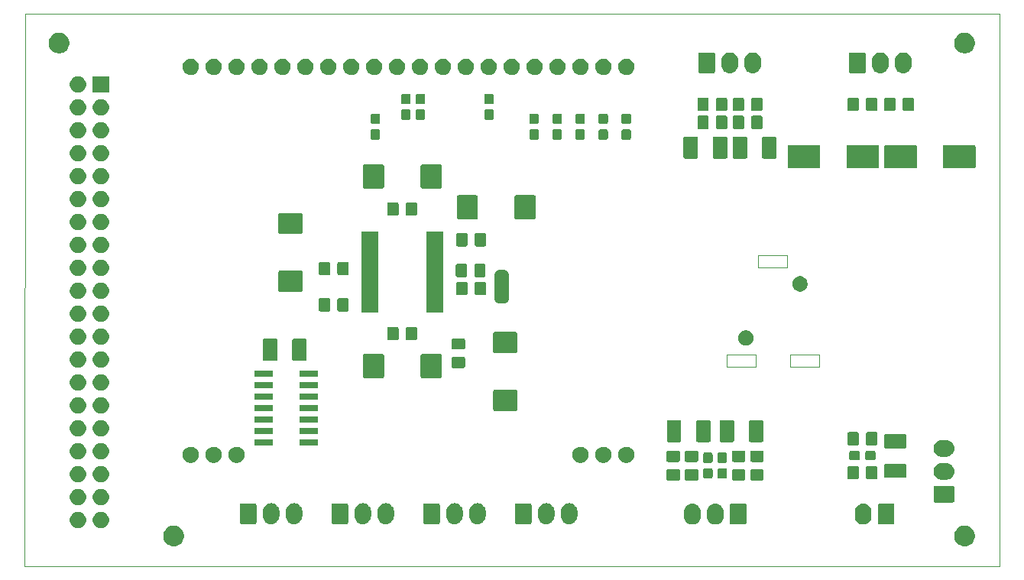
<source format=gbr>
%TF.GenerationSoftware,KiCad,Pcbnew,(5.1.5-0-10_14)*%
%TF.CreationDate,2020-02-25T17:23:17+00:00*%
%TF.ProjectId,Hardware,48617264-7761-4726-952e-6b696361645f,rev?*%
%TF.SameCoordinates,Original*%
%TF.FileFunction,Soldermask,Bot*%
%TF.FilePolarity,Negative*%
%FSLAX46Y46*%
G04 Gerber Fmt 4.6, Leading zero omitted, Abs format (unit mm)*
G04 Created by KiCad (PCBNEW (5.1.5-0-10_14)) date 2020-02-25 17:23:17*
%MOMM*%
%LPD*%
G04 APERTURE LIST*
%ADD10C,0.050000*%
%ADD11C,0.150000*%
G04 APERTURE END LIST*
D10*
X152450000Y-52700000D02*
X152450000Y-54100000D01*
X152450000Y-54100000D02*
X149250000Y-54100000D01*
X149250000Y-54100000D02*
X149250000Y-52700000D01*
X149250000Y-52700000D02*
X152450000Y-52700000D01*
X152750000Y-65100000D02*
X152750000Y-63700000D01*
X155950000Y-65100000D02*
X152750000Y-65100000D01*
X155950000Y-63700000D02*
X155950000Y-65100000D01*
X152750000Y-63700000D02*
X155950000Y-63700000D01*
X145750000Y-65100000D02*
X145750000Y-63700000D01*
X148950000Y-65100000D02*
X145750000Y-65100000D01*
X148950000Y-63700000D02*
X148950000Y-65100000D01*
X145750000Y-63700000D02*
X148950000Y-63700000D01*
X68000000Y-26000000D02*
X67950000Y-87150000D01*
X176000000Y-26000000D02*
X68000000Y-26000000D01*
X175950000Y-87150000D02*
X176000000Y-26000000D01*
X67950000Y-87150000D02*
X175950000Y-87150000D01*
D11*
G36*
X172309549Y-82691116D02*
G01*
X172420734Y-82713232D01*
X172630203Y-82799997D01*
X172818720Y-82925960D01*
X172979040Y-83086280D01*
X173105003Y-83274797D01*
X173191768Y-83484266D01*
X173236000Y-83706636D01*
X173236000Y-83933364D01*
X173191768Y-84155734D01*
X173105003Y-84365203D01*
X172979040Y-84553720D01*
X172818720Y-84714040D01*
X172630203Y-84840003D01*
X172420734Y-84926768D01*
X172309549Y-84948884D01*
X172198365Y-84971000D01*
X171971635Y-84971000D01*
X171860451Y-84948884D01*
X171749266Y-84926768D01*
X171539797Y-84840003D01*
X171351280Y-84714040D01*
X171190960Y-84553720D01*
X171064997Y-84365203D01*
X170978232Y-84155734D01*
X170934000Y-83933364D01*
X170934000Y-83706636D01*
X170978232Y-83484266D01*
X171064997Y-83274797D01*
X171190960Y-83086280D01*
X171351280Y-82925960D01*
X171539797Y-82799997D01*
X171749266Y-82713232D01*
X171860451Y-82691116D01*
X171971635Y-82669000D01*
X172198365Y-82669000D01*
X172309549Y-82691116D01*
G37*
G36*
X84679549Y-82691116D02*
G01*
X84790734Y-82713232D01*
X85000203Y-82799997D01*
X85188720Y-82925960D01*
X85349040Y-83086280D01*
X85475003Y-83274797D01*
X85561768Y-83484266D01*
X85606000Y-83706636D01*
X85606000Y-83933364D01*
X85561768Y-84155734D01*
X85475003Y-84365203D01*
X85349040Y-84553720D01*
X85188720Y-84714040D01*
X85000203Y-84840003D01*
X84790734Y-84926768D01*
X84679549Y-84948884D01*
X84568365Y-84971000D01*
X84341635Y-84971000D01*
X84230451Y-84948884D01*
X84119266Y-84926768D01*
X83909797Y-84840003D01*
X83721280Y-84714040D01*
X83560960Y-84553720D01*
X83434997Y-84365203D01*
X83348232Y-84155734D01*
X83304000Y-83933364D01*
X83304000Y-83706636D01*
X83348232Y-83484266D01*
X83434997Y-83274797D01*
X83560960Y-83086280D01*
X83721280Y-82925960D01*
X83909797Y-82799997D01*
X84119266Y-82713232D01*
X84230451Y-82691116D01*
X84341635Y-82669000D01*
X84568365Y-82669000D01*
X84679549Y-82691116D01*
G37*
G36*
X73973512Y-81163927D02*
G01*
X74122812Y-81193624D01*
X74286784Y-81261544D01*
X74434354Y-81360147D01*
X74559853Y-81485646D01*
X74658456Y-81633216D01*
X74726376Y-81797188D01*
X74761000Y-81971259D01*
X74761000Y-82148741D01*
X74726376Y-82322812D01*
X74658456Y-82486784D01*
X74559853Y-82634354D01*
X74434354Y-82759853D01*
X74286784Y-82858456D01*
X74122812Y-82926376D01*
X73973512Y-82956073D01*
X73948742Y-82961000D01*
X73771258Y-82961000D01*
X73746488Y-82956073D01*
X73597188Y-82926376D01*
X73433216Y-82858456D01*
X73285646Y-82759853D01*
X73160147Y-82634354D01*
X73061544Y-82486784D01*
X72993624Y-82322812D01*
X72959000Y-82148741D01*
X72959000Y-81971259D01*
X72993624Y-81797188D01*
X73061544Y-81633216D01*
X73160147Y-81485646D01*
X73285646Y-81360147D01*
X73433216Y-81261544D01*
X73597188Y-81193624D01*
X73746488Y-81163927D01*
X73771258Y-81159000D01*
X73948742Y-81159000D01*
X73973512Y-81163927D01*
G37*
G36*
X76513512Y-81163927D02*
G01*
X76662812Y-81193624D01*
X76826784Y-81261544D01*
X76974354Y-81360147D01*
X77099853Y-81485646D01*
X77198456Y-81633216D01*
X77266376Y-81797188D01*
X77301000Y-81971259D01*
X77301000Y-82148741D01*
X77266376Y-82322812D01*
X77198456Y-82486784D01*
X77099853Y-82634354D01*
X76974354Y-82759853D01*
X76826784Y-82858456D01*
X76662812Y-82926376D01*
X76513512Y-82956073D01*
X76488742Y-82961000D01*
X76311258Y-82961000D01*
X76286488Y-82956073D01*
X76137188Y-82926376D01*
X75973216Y-82858456D01*
X75825646Y-82759853D01*
X75700147Y-82634354D01*
X75601544Y-82486784D01*
X75533624Y-82322812D01*
X75499000Y-82148741D01*
X75499000Y-81971259D01*
X75533624Y-81797188D01*
X75601544Y-81633216D01*
X75700147Y-81485646D01*
X75825646Y-81360147D01*
X75973216Y-81261544D01*
X76137188Y-81193624D01*
X76286488Y-81163927D01*
X76311258Y-81159000D01*
X76488742Y-81159000D01*
X76513512Y-81163927D01*
G37*
G36*
X142100548Y-80262326D02*
G01*
X142274157Y-80314990D01*
X142274159Y-80314991D01*
X142292456Y-80324771D01*
X142434156Y-80400511D01*
X142470957Y-80430713D01*
X142574397Y-80515603D01*
X142648455Y-80605844D01*
X142689489Y-80655844D01*
X142775010Y-80815843D01*
X142827674Y-80989452D01*
X142841000Y-81124757D01*
X142841000Y-81675244D01*
X142827674Y-81810548D01*
X142775010Y-81984157D01*
X142689489Y-82144156D01*
X142685725Y-82148742D01*
X142574397Y-82284397D01*
X142434155Y-82399489D01*
X142327686Y-82456398D01*
X142274156Y-82485010D01*
X142100547Y-82537674D01*
X141920000Y-82555456D01*
X141739452Y-82537674D01*
X141565843Y-82485010D01*
X141405844Y-82399489D01*
X141344919Y-82349489D01*
X141265603Y-82284397D01*
X141150511Y-82144155D01*
X141064991Y-81984158D01*
X141061078Y-81971259D01*
X141012326Y-81810547D01*
X140999000Y-81675243D01*
X140999000Y-81124756D01*
X141012326Y-80989452D01*
X141064990Y-80815843D01*
X141150512Y-80655844D01*
X141191546Y-80605844D01*
X141265604Y-80515603D01*
X141369044Y-80430713D01*
X141405845Y-80400511D01*
X141547545Y-80324771D01*
X141565842Y-80314991D01*
X141565844Y-80314990D01*
X141739453Y-80262326D01*
X141920000Y-80244544D01*
X142100548Y-80262326D01*
G37*
G36*
X161040548Y-80262326D02*
G01*
X161214157Y-80314990D01*
X161214159Y-80314991D01*
X161232456Y-80324771D01*
X161374156Y-80400511D01*
X161410957Y-80430713D01*
X161514397Y-80515603D01*
X161588455Y-80605844D01*
X161629489Y-80655844D01*
X161715010Y-80815843D01*
X161767674Y-80989452D01*
X161781000Y-81124757D01*
X161781000Y-81675244D01*
X161767674Y-81810548D01*
X161715010Y-81984157D01*
X161629489Y-82144156D01*
X161625725Y-82148742D01*
X161514397Y-82284397D01*
X161374155Y-82399489D01*
X161267686Y-82456398D01*
X161214156Y-82485010D01*
X161040547Y-82537674D01*
X160860000Y-82555456D01*
X160679452Y-82537674D01*
X160505843Y-82485010D01*
X160345844Y-82399489D01*
X160284919Y-82349489D01*
X160205603Y-82284397D01*
X160090511Y-82144155D01*
X160004991Y-81984158D01*
X160001078Y-81971259D01*
X159952326Y-81810547D01*
X159939000Y-81675243D01*
X159939000Y-81124756D01*
X159952326Y-80989452D01*
X160004990Y-80815843D01*
X160090512Y-80655844D01*
X160131546Y-80605844D01*
X160205604Y-80515603D01*
X160309044Y-80430713D01*
X160345845Y-80400511D01*
X160487545Y-80324771D01*
X160505842Y-80314991D01*
X160505844Y-80314990D01*
X160679453Y-80262326D01*
X160860000Y-80244544D01*
X161040548Y-80262326D01*
G37*
G36*
X144640548Y-80262326D02*
G01*
X144814157Y-80314990D01*
X144814159Y-80314991D01*
X144832456Y-80324771D01*
X144974156Y-80400511D01*
X145010957Y-80430713D01*
X145114397Y-80515603D01*
X145188455Y-80605844D01*
X145229489Y-80655844D01*
X145315010Y-80815843D01*
X145367674Y-80989452D01*
X145381000Y-81124757D01*
X145381000Y-81675244D01*
X145367674Y-81810548D01*
X145315010Y-81984157D01*
X145229489Y-82144156D01*
X145225725Y-82148742D01*
X145114397Y-82284397D01*
X144974155Y-82399489D01*
X144867686Y-82456398D01*
X144814156Y-82485010D01*
X144640547Y-82537674D01*
X144460000Y-82555456D01*
X144279452Y-82537674D01*
X144105843Y-82485010D01*
X143945844Y-82399489D01*
X143884919Y-82349489D01*
X143805603Y-82284397D01*
X143690511Y-82144155D01*
X143604991Y-81984158D01*
X143601078Y-81971259D01*
X143552326Y-81810547D01*
X143539000Y-81675243D01*
X143539000Y-81124756D01*
X143552326Y-80989452D01*
X143604990Y-80815843D01*
X143690512Y-80655844D01*
X143731546Y-80605844D01*
X143805604Y-80515603D01*
X143909044Y-80430713D01*
X143945845Y-80400511D01*
X144087545Y-80324771D01*
X144105842Y-80314991D01*
X144105844Y-80314990D01*
X144279453Y-80262326D01*
X144460000Y-80244544D01*
X144640548Y-80262326D01*
G37*
G36*
X164179561Y-80252966D02*
G01*
X164212383Y-80262923D01*
X164242632Y-80279092D01*
X164269148Y-80300852D01*
X164290908Y-80327368D01*
X164307077Y-80357617D01*
X164317034Y-80390439D01*
X164321000Y-80430713D01*
X164321000Y-82369287D01*
X164317034Y-82409561D01*
X164307077Y-82442383D01*
X164290908Y-82472632D01*
X164269148Y-82499148D01*
X164242632Y-82520908D01*
X164212383Y-82537077D01*
X164179561Y-82547034D01*
X164139287Y-82551000D01*
X162660713Y-82551000D01*
X162620439Y-82547034D01*
X162587617Y-82537077D01*
X162557368Y-82520908D01*
X162530852Y-82499148D01*
X162509092Y-82472632D01*
X162492923Y-82442383D01*
X162482966Y-82409561D01*
X162479000Y-82369287D01*
X162479000Y-80430713D01*
X162482966Y-80390439D01*
X162492923Y-80357617D01*
X162509092Y-80327368D01*
X162530852Y-80300852D01*
X162557368Y-80279092D01*
X162587617Y-80262923D01*
X162620439Y-80252966D01*
X162660713Y-80249000D01*
X164139287Y-80249000D01*
X164179561Y-80252966D01*
G37*
G36*
X147779561Y-80252966D02*
G01*
X147812383Y-80262923D01*
X147842632Y-80279092D01*
X147869148Y-80300852D01*
X147890908Y-80327368D01*
X147907077Y-80357617D01*
X147917034Y-80390439D01*
X147921000Y-80430713D01*
X147921000Y-82369287D01*
X147917034Y-82409561D01*
X147907077Y-82442383D01*
X147890908Y-82472632D01*
X147869148Y-82499148D01*
X147842632Y-82520908D01*
X147812383Y-82537077D01*
X147779561Y-82547034D01*
X147739287Y-82551000D01*
X146260713Y-82551000D01*
X146220439Y-82547034D01*
X146187617Y-82537077D01*
X146157368Y-82520908D01*
X146130852Y-82499148D01*
X146109092Y-82472632D01*
X146092923Y-82442383D01*
X146082966Y-82409561D01*
X146079000Y-82369287D01*
X146079000Y-80430713D01*
X146082966Y-80390439D01*
X146092923Y-80357617D01*
X146109092Y-80327368D01*
X146130852Y-80300852D01*
X146157368Y-80279092D01*
X146187617Y-80262923D01*
X146220439Y-80252966D01*
X146260713Y-80249000D01*
X147739287Y-80249000D01*
X147779561Y-80252966D01*
G37*
G36*
X95430547Y-80212326D02*
G01*
X95604156Y-80264990D01*
X95604158Y-80264991D01*
X95764155Y-80350511D01*
X95904397Y-80465603D01*
X95983729Y-80562271D01*
X96019489Y-80605844D01*
X96105010Y-80765843D01*
X96157674Y-80939452D01*
X96171000Y-81074756D01*
X96171000Y-81625243D01*
X96157674Y-81760548D01*
X96105010Y-81934157D01*
X96019489Y-82094156D01*
X95983729Y-82137729D01*
X95904397Y-82234397D01*
X95807729Y-82313729D01*
X95764156Y-82349489D01*
X95604157Y-82435010D01*
X95430548Y-82487674D01*
X95250000Y-82505456D01*
X95069453Y-82487674D01*
X94895844Y-82435010D01*
X94735845Y-82349489D01*
X94692272Y-82313729D01*
X94595604Y-82234397D01*
X94480513Y-82094157D01*
X94480512Y-82094155D01*
X94394990Y-81934157D01*
X94342326Y-81760548D01*
X94329000Y-81625244D01*
X94329000Y-81074757D01*
X94342326Y-80939453D01*
X94394990Y-80765844D01*
X94453786Y-80655845D01*
X94480511Y-80605845D01*
X94595603Y-80465603D01*
X94699043Y-80380713D01*
X94735844Y-80350511D01*
X94895843Y-80264990D01*
X95069452Y-80212326D01*
X95250000Y-80194544D01*
X95430547Y-80212326D01*
G37*
G36*
X128450547Y-80212326D02*
G01*
X128624156Y-80264990D01*
X128624158Y-80264991D01*
X128784155Y-80350511D01*
X128924397Y-80465603D01*
X129003729Y-80562271D01*
X129039489Y-80605844D01*
X129125010Y-80765843D01*
X129177674Y-80939452D01*
X129191000Y-81074756D01*
X129191000Y-81625243D01*
X129177674Y-81760548D01*
X129125010Y-81934157D01*
X129039489Y-82094156D01*
X129003729Y-82137729D01*
X128924397Y-82234397D01*
X128827729Y-82313729D01*
X128784156Y-82349489D01*
X128624157Y-82435010D01*
X128450548Y-82487674D01*
X128270000Y-82505456D01*
X128089453Y-82487674D01*
X127915844Y-82435010D01*
X127755845Y-82349489D01*
X127712272Y-82313729D01*
X127615604Y-82234397D01*
X127500513Y-82094157D01*
X127500512Y-82094155D01*
X127414990Y-81934157D01*
X127362326Y-81760548D01*
X127349000Y-81625244D01*
X127349000Y-81074757D01*
X127362326Y-80939453D01*
X127414990Y-80765844D01*
X127473786Y-80655845D01*
X127500511Y-80605845D01*
X127615603Y-80465603D01*
X127719043Y-80380713D01*
X127755844Y-80350511D01*
X127915843Y-80264990D01*
X128089452Y-80212326D01*
X128270000Y-80194544D01*
X128450547Y-80212326D01*
G37*
G36*
X125910547Y-80212326D02*
G01*
X126084156Y-80264990D01*
X126084158Y-80264991D01*
X126244155Y-80350511D01*
X126384397Y-80465603D01*
X126463729Y-80562271D01*
X126499489Y-80605844D01*
X126585010Y-80765843D01*
X126637674Y-80939452D01*
X126651000Y-81074756D01*
X126651000Y-81625243D01*
X126637674Y-81760548D01*
X126585010Y-81934157D01*
X126499489Y-82094156D01*
X126463729Y-82137729D01*
X126384397Y-82234397D01*
X126287729Y-82313729D01*
X126244156Y-82349489D01*
X126084157Y-82435010D01*
X125910548Y-82487674D01*
X125730000Y-82505456D01*
X125549453Y-82487674D01*
X125375844Y-82435010D01*
X125215845Y-82349489D01*
X125172272Y-82313729D01*
X125075604Y-82234397D01*
X124960513Y-82094157D01*
X124960512Y-82094155D01*
X124874990Y-81934157D01*
X124822326Y-81760548D01*
X124809000Y-81625244D01*
X124809000Y-81074757D01*
X124822326Y-80939453D01*
X124874990Y-80765844D01*
X124933786Y-80655845D01*
X124960511Y-80605845D01*
X125075603Y-80465603D01*
X125179043Y-80380713D01*
X125215844Y-80350511D01*
X125375843Y-80264990D01*
X125549452Y-80212326D01*
X125730000Y-80194544D01*
X125910547Y-80212326D01*
G37*
G36*
X118290547Y-80212326D02*
G01*
X118464156Y-80264990D01*
X118464158Y-80264991D01*
X118624155Y-80350511D01*
X118764397Y-80465603D01*
X118843729Y-80562271D01*
X118879489Y-80605844D01*
X118965010Y-80765843D01*
X119017674Y-80939452D01*
X119031000Y-81074756D01*
X119031000Y-81625243D01*
X119017674Y-81760548D01*
X118965010Y-81934157D01*
X118879489Y-82094156D01*
X118843729Y-82137729D01*
X118764397Y-82234397D01*
X118667729Y-82313729D01*
X118624156Y-82349489D01*
X118464157Y-82435010D01*
X118290548Y-82487674D01*
X118110000Y-82505456D01*
X117929453Y-82487674D01*
X117755844Y-82435010D01*
X117595845Y-82349489D01*
X117552272Y-82313729D01*
X117455604Y-82234397D01*
X117340513Y-82094157D01*
X117340512Y-82094155D01*
X117254990Y-81934157D01*
X117202326Y-81760548D01*
X117189000Y-81625244D01*
X117189000Y-81074757D01*
X117202326Y-80939453D01*
X117254990Y-80765844D01*
X117313786Y-80655845D01*
X117340511Y-80605845D01*
X117455603Y-80465603D01*
X117559043Y-80380713D01*
X117595844Y-80350511D01*
X117755843Y-80264990D01*
X117929452Y-80212326D01*
X118110000Y-80194544D01*
X118290547Y-80212326D01*
G37*
G36*
X108130547Y-80212326D02*
G01*
X108304156Y-80264990D01*
X108304158Y-80264991D01*
X108464155Y-80350511D01*
X108604397Y-80465603D01*
X108683729Y-80562271D01*
X108719489Y-80605844D01*
X108805010Y-80765843D01*
X108857674Y-80939452D01*
X108871000Y-81074756D01*
X108871000Y-81625243D01*
X108857674Y-81760548D01*
X108805010Y-81934157D01*
X108719489Y-82094156D01*
X108683729Y-82137729D01*
X108604397Y-82234397D01*
X108507729Y-82313729D01*
X108464156Y-82349489D01*
X108304157Y-82435010D01*
X108130548Y-82487674D01*
X107950000Y-82505456D01*
X107769453Y-82487674D01*
X107595844Y-82435010D01*
X107435845Y-82349489D01*
X107392272Y-82313729D01*
X107295604Y-82234397D01*
X107180513Y-82094157D01*
X107180512Y-82094155D01*
X107094990Y-81934157D01*
X107042326Y-81760548D01*
X107029000Y-81625244D01*
X107029000Y-81074757D01*
X107042326Y-80939453D01*
X107094990Y-80765844D01*
X107153786Y-80655845D01*
X107180511Y-80605845D01*
X107295603Y-80465603D01*
X107399043Y-80380713D01*
X107435844Y-80350511D01*
X107595843Y-80264990D01*
X107769452Y-80212326D01*
X107950000Y-80194544D01*
X108130547Y-80212326D01*
G37*
G36*
X105590547Y-80212326D02*
G01*
X105764156Y-80264990D01*
X105764158Y-80264991D01*
X105924155Y-80350511D01*
X106064397Y-80465603D01*
X106143729Y-80562271D01*
X106179489Y-80605844D01*
X106265010Y-80765843D01*
X106317674Y-80939452D01*
X106331000Y-81074756D01*
X106331000Y-81625243D01*
X106317674Y-81760548D01*
X106265010Y-81934157D01*
X106179489Y-82094156D01*
X106143729Y-82137729D01*
X106064397Y-82234397D01*
X105967729Y-82313729D01*
X105924156Y-82349489D01*
X105764157Y-82435010D01*
X105590548Y-82487674D01*
X105410000Y-82505456D01*
X105229453Y-82487674D01*
X105055844Y-82435010D01*
X104895845Y-82349489D01*
X104852272Y-82313729D01*
X104755604Y-82234397D01*
X104640513Y-82094157D01*
X104640512Y-82094155D01*
X104554990Y-81934157D01*
X104502326Y-81760548D01*
X104489000Y-81625244D01*
X104489000Y-81074757D01*
X104502326Y-80939453D01*
X104554990Y-80765844D01*
X104613786Y-80655845D01*
X104640511Y-80605845D01*
X104755603Y-80465603D01*
X104859043Y-80380713D01*
X104895844Y-80350511D01*
X105055843Y-80264990D01*
X105229452Y-80212326D01*
X105410000Y-80194544D01*
X105590547Y-80212326D01*
G37*
G36*
X115750547Y-80212326D02*
G01*
X115924156Y-80264990D01*
X115924158Y-80264991D01*
X116084155Y-80350511D01*
X116224397Y-80465603D01*
X116303729Y-80562271D01*
X116339489Y-80605844D01*
X116425010Y-80765843D01*
X116477674Y-80939452D01*
X116491000Y-81074756D01*
X116491000Y-81625243D01*
X116477674Y-81760548D01*
X116425010Y-81934157D01*
X116339489Y-82094156D01*
X116303729Y-82137729D01*
X116224397Y-82234397D01*
X116127729Y-82313729D01*
X116084156Y-82349489D01*
X115924157Y-82435010D01*
X115750548Y-82487674D01*
X115570000Y-82505456D01*
X115389453Y-82487674D01*
X115215844Y-82435010D01*
X115055845Y-82349489D01*
X115012272Y-82313729D01*
X114915604Y-82234397D01*
X114800513Y-82094157D01*
X114800512Y-82094155D01*
X114714990Y-81934157D01*
X114662326Y-81760548D01*
X114649000Y-81625244D01*
X114649000Y-81074757D01*
X114662326Y-80939453D01*
X114714990Y-80765844D01*
X114773786Y-80655845D01*
X114800511Y-80605845D01*
X114915603Y-80465603D01*
X115019043Y-80380713D01*
X115055844Y-80350511D01*
X115215843Y-80264990D01*
X115389452Y-80212326D01*
X115570000Y-80194544D01*
X115750547Y-80212326D01*
G37*
G36*
X97970547Y-80212326D02*
G01*
X98144156Y-80264990D01*
X98144158Y-80264991D01*
X98304155Y-80350511D01*
X98444397Y-80465603D01*
X98523729Y-80562271D01*
X98559489Y-80605844D01*
X98645010Y-80765843D01*
X98697674Y-80939452D01*
X98711000Y-81074756D01*
X98711000Y-81625243D01*
X98697674Y-81760548D01*
X98645010Y-81934157D01*
X98559489Y-82094156D01*
X98523729Y-82137729D01*
X98444397Y-82234397D01*
X98347729Y-82313729D01*
X98304156Y-82349489D01*
X98144157Y-82435010D01*
X97970548Y-82487674D01*
X97790000Y-82505456D01*
X97609453Y-82487674D01*
X97435844Y-82435010D01*
X97275845Y-82349489D01*
X97232272Y-82313729D01*
X97135604Y-82234397D01*
X97020513Y-82094157D01*
X97020512Y-82094155D01*
X96934990Y-81934157D01*
X96882326Y-81760548D01*
X96869000Y-81625244D01*
X96869000Y-81074757D01*
X96882326Y-80939453D01*
X96934990Y-80765844D01*
X96993786Y-80655845D01*
X97020511Y-80605845D01*
X97135603Y-80465603D01*
X97239043Y-80380713D01*
X97275844Y-80350511D01*
X97435843Y-80264990D01*
X97609452Y-80212326D01*
X97790000Y-80194544D01*
X97970547Y-80212326D01*
G37*
G36*
X103649561Y-80202966D02*
G01*
X103682383Y-80212923D01*
X103712632Y-80229092D01*
X103739148Y-80250852D01*
X103760908Y-80277368D01*
X103777077Y-80307617D01*
X103787034Y-80340439D01*
X103791000Y-80380713D01*
X103791000Y-82319287D01*
X103787034Y-82359561D01*
X103777077Y-82392383D01*
X103760908Y-82422632D01*
X103739148Y-82449148D01*
X103712632Y-82470908D01*
X103682383Y-82487077D01*
X103649561Y-82497034D01*
X103609287Y-82501000D01*
X102130713Y-82501000D01*
X102090439Y-82497034D01*
X102057617Y-82487077D01*
X102027368Y-82470908D01*
X102000852Y-82449148D01*
X101979092Y-82422632D01*
X101962923Y-82392383D01*
X101952966Y-82359561D01*
X101949000Y-82319287D01*
X101949000Y-80380713D01*
X101952966Y-80340439D01*
X101962923Y-80307617D01*
X101979092Y-80277368D01*
X102000852Y-80250852D01*
X102027368Y-80229092D01*
X102057617Y-80212923D01*
X102090439Y-80202966D01*
X102130713Y-80199000D01*
X103609287Y-80199000D01*
X103649561Y-80202966D01*
G37*
G36*
X93489561Y-80202966D02*
G01*
X93522383Y-80212923D01*
X93552632Y-80229092D01*
X93579148Y-80250852D01*
X93600908Y-80277368D01*
X93617077Y-80307617D01*
X93627034Y-80340439D01*
X93631000Y-80380713D01*
X93631000Y-82319287D01*
X93627034Y-82359561D01*
X93617077Y-82392383D01*
X93600908Y-82422632D01*
X93579148Y-82449148D01*
X93552632Y-82470908D01*
X93522383Y-82487077D01*
X93489561Y-82497034D01*
X93449287Y-82501000D01*
X91970713Y-82501000D01*
X91930439Y-82497034D01*
X91897617Y-82487077D01*
X91867368Y-82470908D01*
X91840852Y-82449148D01*
X91819092Y-82422632D01*
X91802923Y-82392383D01*
X91792966Y-82359561D01*
X91789000Y-82319287D01*
X91789000Y-80380713D01*
X91792966Y-80340439D01*
X91802923Y-80307617D01*
X91819092Y-80277368D01*
X91840852Y-80250852D01*
X91867368Y-80229092D01*
X91897617Y-80212923D01*
X91930439Y-80202966D01*
X91970713Y-80199000D01*
X93449287Y-80199000D01*
X93489561Y-80202966D01*
G37*
G36*
X123969561Y-80202966D02*
G01*
X124002383Y-80212923D01*
X124032632Y-80229092D01*
X124059148Y-80250852D01*
X124080908Y-80277368D01*
X124097077Y-80307617D01*
X124107034Y-80340439D01*
X124111000Y-80380713D01*
X124111000Y-82319287D01*
X124107034Y-82359561D01*
X124097077Y-82392383D01*
X124080908Y-82422632D01*
X124059148Y-82449148D01*
X124032632Y-82470908D01*
X124002383Y-82487077D01*
X123969561Y-82497034D01*
X123929287Y-82501000D01*
X122450713Y-82501000D01*
X122410439Y-82497034D01*
X122377617Y-82487077D01*
X122347368Y-82470908D01*
X122320852Y-82449148D01*
X122299092Y-82422632D01*
X122282923Y-82392383D01*
X122272966Y-82359561D01*
X122269000Y-82319287D01*
X122269000Y-80380713D01*
X122272966Y-80340439D01*
X122282923Y-80307617D01*
X122299092Y-80277368D01*
X122320852Y-80250852D01*
X122347368Y-80229092D01*
X122377617Y-80212923D01*
X122410439Y-80202966D01*
X122450713Y-80199000D01*
X123929287Y-80199000D01*
X123969561Y-80202966D01*
G37*
G36*
X113809561Y-80202966D02*
G01*
X113842383Y-80212923D01*
X113872632Y-80229092D01*
X113899148Y-80250852D01*
X113920908Y-80277368D01*
X113937077Y-80307617D01*
X113947034Y-80340439D01*
X113951000Y-80380713D01*
X113951000Y-82319287D01*
X113947034Y-82359561D01*
X113937077Y-82392383D01*
X113920908Y-82422632D01*
X113899148Y-82449148D01*
X113872632Y-82470908D01*
X113842383Y-82487077D01*
X113809561Y-82497034D01*
X113769287Y-82501000D01*
X112290713Y-82501000D01*
X112250439Y-82497034D01*
X112217617Y-82487077D01*
X112187368Y-82470908D01*
X112160852Y-82449148D01*
X112139092Y-82422632D01*
X112122923Y-82392383D01*
X112112966Y-82359561D01*
X112109000Y-82319287D01*
X112109000Y-80380713D01*
X112112966Y-80340439D01*
X112122923Y-80307617D01*
X112139092Y-80277368D01*
X112160852Y-80250852D01*
X112187368Y-80229092D01*
X112217617Y-80212923D01*
X112250439Y-80202966D01*
X112290713Y-80199000D01*
X113769287Y-80199000D01*
X113809561Y-80202966D01*
G37*
G36*
X76513512Y-78623927D02*
G01*
X76662812Y-78653624D01*
X76826784Y-78721544D01*
X76974354Y-78820147D01*
X77099853Y-78945646D01*
X77198456Y-79093216D01*
X77266376Y-79257188D01*
X77301000Y-79431259D01*
X77301000Y-79608741D01*
X77266376Y-79782812D01*
X77198456Y-79946784D01*
X77099853Y-80094354D01*
X76974354Y-80219853D01*
X76826784Y-80318456D01*
X76662812Y-80386376D01*
X76513512Y-80416073D01*
X76488742Y-80421000D01*
X76311258Y-80421000D01*
X76286488Y-80416073D01*
X76137188Y-80386376D01*
X75973216Y-80318456D01*
X75825646Y-80219853D01*
X75700147Y-80094354D01*
X75601544Y-79946784D01*
X75533624Y-79782812D01*
X75499000Y-79608741D01*
X75499000Y-79431259D01*
X75533624Y-79257188D01*
X75601544Y-79093216D01*
X75700147Y-78945646D01*
X75825646Y-78820147D01*
X75973216Y-78721544D01*
X76137188Y-78653624D01*
X76286488Y-78623927D01*
X76311258Y-78619000D01*
X76488742Y-78619000D01*
X76513512Y-78623927D01*
G37*
G36*
X73973512Y-78623927D02*
G01*
X74122812Y-78653624D01*
X74286784Y-78721544D01*
X74434354Y-78820147D01*
X74559853Y-78945646D01*
X74658456Y-79093216D01*
X74726376Y-79257188D01*
X74761000Y-79431259D01*
X74761000Y-79608741D01*
X74726376Y-79782812D01*
X74658456Y-79946784D01*
X74559853Y-80094354D01*
X74434354Y-80219853D01*
X74286784Y-80318456D01*
X74122812Y-80386376D01*
X73973512Y-80416073D01*
X73948742Y-80421000D01*
X73771258Y-80421000D01*
X73746488Y-80416073D01*
X73597188Y-80386376D01*
X73433216Y-80318456D01*
X73285646Y-80219853D01*
X73160147Y-80094354D01*
X73061544Y-79946784D01*
X72993624Y-79782812D01*
X72959000Y-79608741D01*
X72959000Y-79431259D01*
X72993624Y-79257188D01*
X73061544Y-79093216D01*
X73160147Y-78945646D01*
X73285646Y-78820147D01*
X73433216Y-78721544D01*
X73597188Y-78653624D01*
X73746488Y-78623927D01*
X73771258Y-78619000D01*
X73948742Y-78619000D01*
X73973512Y-78623927D01*
G37*
G36*
X170809561Y-78282966D02*
G01*
X170842383Y-78292923D01*
X170872632Y-78309092D01*
X170899148Y-78330852D01*
X170920908Y-78357368D01*
X170937077Y-78387617D01*
X170947034Y-78420439D01*
X170951000Y-78460713D01*
X170951000Y-79939287D01*
X170947034Y-79979561D01*
X170937077Y-80012383D01*
X170920908Y-80042632D01*
X170899148Y-80069148D01*
X170872632Y-80090908D01*
X170842383Y-80107077D01*
X170809561Y-80117034D01*
X170769287Y-80121000D01*
X168830713Y-80121000D01*
X168790439Y-80117034D01*
X168757617Y-80107077D01*
X168727368Y-80090908D01*
X168700852Y-80069148D01*
X168679092Y-80042632D01*
X168662923Y-80012383D01*
X168652966Y-79979561D01*
X168649000Y-79939287D01*
X168649000Y-78460713D01*
X168652966Y-78420439D01*
X168662923Y-78387617D01*
X168679092Y-78357368D01*
X168700852Y-78330852D01*
X168727368Y-78309092D01*
X168757617Y-78292923D01*
X168790439Y-78282966D01*
X168830713Y-78279000D01*
X170769287Y-78279000D01*
X170809561Y-78282966D01*
G37*
G36*
X76511194Y-76083466D02*
G01*
X76662812Y-76113624D01*
X76826784Y-76181544D01*
X76974354Y-76280147D01*
X77099853Y-76405646D01*
X77198456Y-76553216D01*
X77266376Y-76717188D01*
X77301000Y-76891259D01*
X77301000Y-77068741D01*
X77266376Y-77242812D01*
X77198456Y-77406784D01*
X77099853Y-77554354D01*
X76974354Y-77679853D01*
X76826784Y-77778456D01*
X76662812Y-77846376D01*
X76513512Y-77876073D01*
X76488742Y-77881000D01*
X76311258Y-77881000D01*
X76286488Y-77876073D01*
X76137188Y-77846376D01*
X75973216Y-77778456D01*
X75825646Y-77679853D01*
X75700147Y-77554354D01*
X75601544Y-77406784D01*
X75533624Y-77242812D01*
X75499000Y-77068741D01*
X75499000Y-76891259D01*
X75533624Y-76717188D01*
X75601544Y-76553216D01*
X75700147Y-76405646D01*
X75825646Y-76280147D01*
X75973216Y-76181544D01*
X76137188Y-76113624D01*
X76288806Y-76083466D01*
X76311258Y-76079000D01*
X76488742Y-76079000D01*
X76511194Y-76083466D01*
G37*
G36*
X73971194Y-76083466D02*
G01*
X74122812Y-76113624D01*
X74286784Y-76181544D01*
X74434354Y-76280147D01*
X74559853Y-76405646D01*
X74658456Y-76553216D01*
X74726376Y-76717188D01*
X74761000Y-76891259D01*
X74761000Y-77068741D01*
X74726376Y-77242812D01*
X74658456Y-77406784D01*
X74559853Y-77554354D01*
X74434354Y-77679853D01*
X74286784Y-77778456D01*
X74122812Y-77846376D01*
X73973512Y-77876073D01*
X73948742Y-77881000D01*
X73771258Y-77881000D01*
X73746488Y-77876073D01*
X73597188Y-77846376D01*
X73433216Y-77778456D01*
X73285646Y-77679853D01*
X73160147Y-77554354D01*
X73061544Y-77406784D01*
X72993624Y-77242812D01*
X72959000Y-77068741D01*
X72959000Y-76891259D01*
X72993624Y-76717188D01*
X73061544Y-76553216D01*
X73160147Y-76405646D01*
X73285646Y-76280147D01*
X73433216Y-76181544D01*
X73597188Y-76113624D01*
X73748806Y-76083466D01*
X73771258Y-76079000D01*
X73948742Y-76079000D01*
X73971194Y-76083466D01*
G37*
G36*
X142423674Y-76428465D02*
G01*
X142461367Y-76439899D01*
X142496103Y-76458466D01*
X142526548Y-76483452D01*
X142551534Y-76513897D01*
X142570101Y-76548633D01*
X142581535Y-76586326D01*
X142586000Y-76631661D01*
X142586000Y-77468339D01*
X142581535Y-77513674D01*
X142570101Y-77551367D01*
X142551534Y-77586103D01*
X142526548Y-77616548D01*
X142496103Y-77641534D01*
X142461367Y-77660101D01*
X142423674Y-77671535D01*
X142378339Y-77676000D01*
X141291661Y-77676000D01*
X141246326Y-77671535D01*
X141208633Y-77660101D01*
X141173897Y-77641534D01*
X141143452Y-77616548D01*
X141118466Y-77586103D01*
X141099899Y-77551367D01*
X141088465Y-77513674D01*
X141084000Y-77468339D01*
X141084000Y-76631661D01*
X141088465Y-76586326D01*
X141099899Y-76548633D01*
X141118466Y-76513897D01*
X141143452Y-76483452D01*
X141173897Y-76458466D01*
X141208633Y-76439899D01*
X141246326Y-76428465D01*
X141291661Y-76424000D01*
X142378339Y-76424000D01*
X142423674Y-76428465D01*
G37*
G36*
X149683674Y-76428465D02*
G01*
X149721367Y-76439899D01*
X149756103Y-76458466D01*
X149786548Y-76483452D01*
X149811534Y-76513897D01*
X149830101Y-76548633D01*
X149841535Y-76586326D01*
X149846000Y-76631661D01*
X149846000Y-77468339D01*
X149841535Y-77513674D01*
X149830101Y-77551367D01*
X149811534Y-77586103D01*
X149786548Y-77616548D01*
X149756103Y-77641534D01*
X149721367Y-77660101D01*
X149683674Y-77671535D01*
X149638339Y-77676000D01*
X148551661Y-77676000D01*
X148506326Y-77671535D01*
X148468633Y-77660101D01*
X148433897Y-77641534D01*
X148403452Y-77616548D01*
X148378466Y-77586103D01*
X148359899Y-77551367D01*
X148348465Y-77513674D01*
X148344000Y-77468339D01*
X148344000Y-76631661D01*
X148348465Y-76586326D01*
X148359899Y-76548633D01*
X148378466Y-76513897D01*
X148403452Y-76483452D01*
X148433897Y-76458466D01*
X148468633Y-76439899D01*
X148506326Y-76428465D01*
X148551661Y-76424000D01*
X149638339Y-76424000D01*
X149683674Y-76428465D01*
G37*
G36*
X140388674Y-76428465D02*
G01*
X140426367Y-76439899D01*
X140461103Y-76458466D01*
X140491548Y-76483452D01*
X140516534Y-76513897D01*
X140535101Y-76548633D01*
X140546535Y-76586326D01*
X140551000Y-76631661D01*
X140551000Y-77468339D01*
X140546535Y-77513674D01*
X140535101Y-77551367D01*
X140516534Y-77586103D01*
X140491548Y-77616548D01*
X140461103Y-77641534D01*
X140426367Y-77660101D01*
X140388674Y-77671535D01*
X140343339Y-77676000D01*
X139256661Y-77676000D01*
X139211326Y-77671535D01*
X139173633Y-77660101D01*
X139138897Y-77641534D01*
X139108452Y-77616548D01*
X139083466Y-77586103D01*
X139064899Y-77551367D01*
X139053465Y-77513674D01*
X139049000Y-77468339D01*
X139049000Y-76631661D01*
X139053465Y-76586326D01*
X139064899Y-76548633D01*
X139083466Y-76513897D01*
X139108452Y-76483452D01*
X139138897Y-76458466D01*
X139173633Y-76439899D01*
X139211326Y-76428465D01*
X139256661Y-76424000D01*
X140343339Y-76424000D01*
X140388674Y-76428465D01*
G37*
G36*
X147648674Y-76428465D02*
G01*
X147686367Y-76439899D01*
X147721103Y-76458466D01*
X147751548Y-76483452D01*
X147776534Y-76513897D01*
X147795101Y-76548633D01*
X147806535Y-76586326D01*
X147811000Y-76631661D01*
X147811000Y-77468339D01*
X147806535Y-77513674D01*
X147795101Y-77551367D01*
X147776534Y-77586103D01*
X147751548Y-77616548D01*
X147721103Y-77641534D01*
X147686367Y-77660101D01*
X147648674Y-77671535D01*
X147603339Y-77676000D01*
X146516661Y-77676000D01*
X146471326Y-77671535D01*
X146433633Y-77660101D01*
X146398897Y-77641534D01*
X146368452Y-77616548D01*
X146343466Y-77586103D01*
X146324899Y-77551367D01*
X146313465Y-77513674D01*
X146309000Y-77468339D01*
X146309000Y-76631661D01*
X146313465Y-76586326D01*
X146324899Y-76548633D01*
X146343466Y-76513897D01*
X146368452Y-76483452D01*
X146398897Y-76458466D01*
X146433633Y-76439899D01*
X146471326Y-76428465D01*
X146516661Y-76424000D01*
X147603339Y-76424000D01*
X147648674Y-76428465D01*
G37*
G36*
X170095551Y-75741000D02*
G01*
X170210548Y-75752326D01*
X170384157Y-75804990D01*
X170544156Y-75890511D01*
X170587729Y-75926271D01*
X170684397Y-76005603D01*
X170757655Y-76094869D01*
X170799489Y-76145844D01*
X170885010Y-76305843D01*
X170937674Y-76479452D01*
X170955456Y-76660000D01*
X170937674Y-76840548D01*
X170885010Y-77014157D01*
X170799489Y-77174156D01*
X170769093Y-77211193D01*
X170684397Y-77314397D01*
X170596472Y-77386554D01*
X170544156Y-77429489D01*
X170428051Y-77491548D01*
X170386657Y-77513674D01*
X170384157Y-77515010D01*
X170210548Y-77567674D01*
X170120345Y-77576558D01*
X170075245Y-77581000D01*
X169524755Y-77581000D01*
X169479655Y-77576558D01*
X169389452Y-77567674D01*
X169215843Y-77515010D01*
X169213344Y-77513674D01*
X169171949Y-77491548D01*
X169055844Y-77429489D01*
X169003528Y-77386554D01*
X168915603Y-77314397D01*
X168830907Y-77211193D01*
X168800511Y-77174156D01*
X168714990Y-77014157D01*
X168662326Y-76840548D01*
X168644544Y-76660000D01*
X168662326Y-76479452D01*
X168714990Y-76305843D01*
X168800511Y-76145844D01*
X168842345Y-76094869D01*
X168915603Y-76005603D01*
X169012271Y-75926271D01*
X169055844Y-75890511D01*
X169215843Y-75804990D01*
X169389452Y-75752326D01*
X169504449Y-75741000D01*
X169524755Y-75739000D01*
X170075245Y-75739000D01*
X170095551Y-75741000D01*
G37*
G36*
X160213674Y-76053465D02*
G01*
X160251367Y-76064899D01*
X160286103Y-76083466D01*
X160316548Y-76108452D01*
X160341534Y-76138897D01*
X160360101Y-76173633D01*
X160371535Y-76211326D01*
X160376000Y-76256661D01*
X160376000Y-77343339D01*
X160371535Y-77388674D01*
X160360102Y-77426364D01*
X160341534Y-77461103D01*
X160316548Y-77491548D01*
X160286103Y-77516534D01*
X160251367Y-77535101D01*
X160213674Y-77546535D01*
X160168339Y-77551000D01*
X159331661Y-77551000D01*
X159286326Y-77546535D01*
X159248633Y-77535101D01*
X159213897Y-77516534D01*
X159183452Y-77491548D01*
X159158466Y-77461103D01*
X159139898Y-77426364D01*
X159128465Y-77388674D01*
X159124000Y-77343339D01*
X159124000Y-76256661D01*
X159128465Y-76211326D01*
X159139899Y-76173633D01*
X159158466Y-76138897D01*
X159183452Y-76108452D01*
X159213897Y-76083466D01*
X159248633Y-76064899D01*
X159286326Y-76053465D01*
X159331661Y-76049000D01*
X160168339Y-76049000D01*
X160213674Y-76053465D01*
G37*
G36*
X162263674Y-76053465D02*
G01*
X162301367Y-76064899D01*
X162336103Y-76083466D01*
X162366548Y-76108452D01*
X162391534Y-76138897D01*
X162410101Y-76173633D01*
X162421535Y-76211326D01*
X162426000Y-76256661D01*
X162426000Y-77343339D01*
X162421535Y-77388674D01*
X162410102Y-77426364D01*
X162391534Y-77461103D01*
X162366548Y-77491548D01*
X162336103Y-77516534D01*
X162301367Y-77535101D01*
X162263674Y-77546535D01*
X162218339Y-77551000D01*
X161381661Y-77551000D01*
X161336326Y-77546535D01*
X161298633Y-77535101D01*
X161263897Y-77516534D01*
X161233452Y-77491548D01*
X161208466Y-77461103D01*
X161189898Y-77426364D01*
X161178465Y-77388674D01*
X161174000Y-77343339D01*
X161174000Y-76256661D01*
X161178465Y-76211326D01*
X161189899Y-76173633D01*
X161208466Y-76138897D01*
X161233452Y-76108452D01*
X161263897Y-76083466D01*
X161298633Y-76064899D01*
X161336326Y-76053465D01*
X161381661Y-76049000D01*
X162218339Y-76049000D01*
X162263674Y-76053465D01*
G37*
G36*
X145609499Y-76328445D02*
G01*
X145646995Y-76339820D01*
X145681554Y-76358292D01*
X145711847Y-76383153D01*
X145736708Y-76413446D01*
X145755180Y-76448005D01*
X145766555Y-76485501D01*
X145771000Y-76530638D01*
X145771000Y-77269362D01*
X145766555Y-77314499D01*
X145755180Y-77351995D01*
X145736708Y-77386554D01*
X145711847Y-77416847D01*
X145681554Y-77441708D01*
X145646995Y-77460180D01*
X145609499Y-77471555D01*
X145564362Y-77476000D01*
X144925638Y-77476000D01*
X144880501Y-77471555D01*
X144843005Y-77460180D01*
X144808446Y-77441708D01*
X144778153Y-77416847D01*
X144753292Y-77386554D01*
X144734820Y-77351995D01*
X144723445Y-77314499D01*
X144719000Y-77269362D01*
X144719000Y-76530638D01*
X144723445Y-76485501D01*
X144734820Y-76448005D01*
X144753292Y-76413446D01*
X144778153Y-76383153D01*
X144808446Y-76358292D01*
X144843005Y-76339820D01*
X144880501Y-76328445D01*
X144925638Y-76324000D01*
X145564362Y-76324000D01*
X145609499Y-76328445D01*
G37*
G36*
X144014499Y-76328445D02*
G01*
X144051995Y-76339820D01*
X144086554Y-76358292D01*
X144116847Y-76383153D01*
X144141708Y-76413446D01*
X144160180Y-76448005D01*
X144171555Y-76485501D01*
X144176000Y-76530638D01*
X144176000Y-77269362D01*
X144171555Y-77314499D01*
X144160180Y-77351995D01*
X144141708Y-77386554D01*
X144116847Y-77416847D01*
X144086554Y-77441708D01*
X144051995Y-77460180D01*
X144014499Y-77471555D01*
X143969362Y-77476000D01*
X143330638Y-77476000D01*
X143285501Y-77471555D01*
X143248005Y-77460180D01*
X143213446Y-77441708D01*
X143183153Y-77416847D01*
X143158292Y-77386554D01*
X143139820Y-77351995D01*
X143128445Y-77314499D01*
X143124000Y-77269362D01*
X143124000Y-76530638D01*
X143128445Y-76485501D01*
X143139820Y-76448005D01*
X143158292Y-76413446D01*
X143183153Y-76383153D01*
X143213446Y-76358292D01*
X143248005Y-76339820D01*
X143285501Y-76328445D01*
X143330638Y-76324000D01*
X143969362Y-76324000D01*
X144014499Y-76328445D01*
G37*
G36*
X165478048Y-75803122D02*
G01*
X165512387Y-75813539D01*
X165544036Y-75830456D01*
X165571778Y-75853222D01*
X165594544Y-75880964D01*
X165611461Y-75912613D01*
X165621878Y-75946952D01*
X165626000Y-75988807D01*
X165626000Y-77211193D01*
X165621878Y-77253048D01*
X165611461Y-77287387D01*
X165594544Y-77319036D01*
X165571778Y-77346778D01*
X165544036Y-77369544D01*
X165512387Y-77386461D01*
X165478048Y-77396878D01*
X165436193Y-77401000D01*
X163363807Y-77401000D01*
X163321952Y-77396878D01*
X163287613Y-77386461D01*
X163255964Y-77369544D01*
X163228222Y-77346778D01*
X163205456Y-77319036D01*
X163188539Y-77287387D01*
X163178122Y-77253048D01*
X163174000Y-77211193D01*
X163174000Y-75988807D01*
X163178122Y-75946952D01*
X163188539Y-75912613D01*
X163205456Y-75880964D01*
X163228222Y-75853222D01*
X163255964Y-75830456D01*
X163287613Y-75813539D01*
X163321952Y-75803122D01*
X163363807Y-75799000D01*
X165436193Y-75799000D01*
X165478048Y-75803122D01*
G37*
G36*
X89013512Y-73943927D02*
G01*
X89162812Y-73973624D01*
X89326784Y-74041544D01*
X89474354Y-74140147D01*
X89599853Y-74265646D01*
X89698456Y-74413216D01*
X89766376Y-74577188D01*
X89801000Y-74751259D01*
X89801000Y-74928741D01*
X89766376Y-75102812D01*
X89698456Y-75266784D01*
X89599853Y-75414354D01*
X89474354Y-75539853D01*
X89326784Y-75638456D01*
X89162812Y-75706376D01*
X89013512Y-75736073D01*
X88988742Y-75741000D01*
X88811258Y-75741000D01*
X88786488Y-75736073D01*
X88637188Y-75706376D01*
X88473216Y-75638456D01*
X88325646Y-75539853D01*
X88200147Y-75414354D01*
X88101544Y-75266784D01*
X88033624Y-75102812D01*
X87999000Y-74928741D01*
X87999000Y-74751259D01*
X88033624Y-74577188D01*
X88101544Y-74413216D01*
X88200147Y-74265646D01*
X88325646Y-74140147D01*
X88473216Y-74041544D01*
X88637188Y-73973624D01*
X88786488Y-73943927D01*
X88811258Y-73939000D01*
X88988742Y-73939000D01*
X89013512Y-73943927D01*
G37*
G36*
X134733512Y-73943927D02*
G01*
X134882812Y-73973624D01*
X135046784Y-74041544D01*
X135194354Y-74140147D01*
X135319853Y-74265646D01*
X135418456Y-74413216D01*
X135486376Y-74577188D01*
X135521000Y-74751259D01*
X135521000Y-74928741D01*
X135486376Y-75102812D01*
X135418456Y-75266784D01*
X135319853Y-75414354D01*
X135194354Y-75539853D01*
X135046784Y-75638456D01*
X134882812Y-75706376D01*
X134733512Y-75736073D01*
X134708742Y-75741000D01*
X134531258Y-75741000D01*
X134506488Y-75736073D01*
X134357188Y-75706376D01*
X134193216Y-75638456D01*
X134045646Y-75539853D01*
X133920147Y-75414354D01*
X133821544Y-75266784D01*
X133753624Y-75102812D01*
X133719000Y-74928741D01*
X133719000Y-74751259D01*
X133753624Y-74577188D01*
X133821544Y-74413216D01*
X133920147Y-74265646D01*
X134045646Y-74140147D01*
X134193216Y-74041544D01*
X134357188Y-73973624D01*
X134506488Y-73943927D01*
X134531258Y-73939000D01*
X134708742Y-73939000D01*
X134733512Y-73943927D01*
G37*
G36*
X86473512Y-73943927D02*
G01*
X86622812Y-73973624D01*
X86786784Y-74041544D01*
X86934354Y-74140147D01*
X87059853Y-74265646D01*
X87158456Y-74413216D01*
X87226376Y-74577188D01*
X87261000Y-74751259D01*
X87261000Y-74928741D01*
X87226376Y-75102812D01*
X87158456Y-75266784D01*
X87059853Y-75414354D01*
X86934354Y-75539853D01*
X86786784Y-75638456D01*
X86622812Y-75706376D01*
X86473512Y-75736073D01*
X86448742Y-75741000D01*
X86271258Y-75741000D01*
X86246488Y-75736073D01*
X86097188Y-75706376D01*
X85933216Y-75638456D01*
X85785646Y-75539853D01*
X85660147Y-75414354D01*
X85561544Y-75266784D01*
X85493624Y-75102812D01*
X85459000Y-74928741D01*
X85459000Y-74751259D01*
X85493624Y-74577188D01*
X85561544Y-74413216D01*
X85660147Y-74265646D01*
X85785646Y-74140147D01*
X85933216Y-74041544D01*
X86097188Y-73973624D01*
X86246488Y-73943927D01*
X86271258Y-73939000D01*
X86448742Y-73939000D01*
X86473512Y-73943927D01*
G37*
G36*
X91553512Y-73943927D02*
G01*
X91702812Y-73973624D01*
X91866784Y-74041544D01*
X92014354Y-74140147D01*
X92139853Y-74265646D01*
X92238456Y-74413216D01*
X92306376Y-74577188D01*
X92341000Y-74751259D01*
X92341000Y-74928741D01*
X92306376Y-75102812D01*
X92238456Y-75266784D01*
X92139853Y-75414354D01*
X92014354Y-75539853D01*
X91866784Y-75638456D01*
X91702812Y-75706376D01*
X91553512Y-75736073D01*
X91528742Y-75741000D01*
X91351258Y-75741000D01*
X91326488Y-75736073D01*
X91177188Y-75706376D01*
X91013216Y-75638456D01*
X90865646Y-75539853D01*
X90740147Y-75414354D01*
X90641544Y-75266784D01*
X90573624Y-75102812D01*
X90539000Y-74928741D01*
X90539000Y-74751259D01*
X90573624Y-74577188D01*
X90641544Y-74413216D01*
X90740147Y-74265646D01*
X90865646Y-74140147D01*
X91013216Y-74041544D01*
X91177188Y-73973624D01*
X91326488Y-73943927D01*
X91351258Y-73939000D01*
X91528742Y-73939000D01*
X91553512Y-73943927D01*
G37*
G36*
X129653512Y-73943927D02*
G01*
X129802812Y-73973624D01*
X129966784Y-74041544D01*
X130114354Y-74140147D01*
X130239853Y-74265646D01*
X130338456Y-74413216D01*
X130406376Y-74577188D01*
X130441000Y-74751259D01*
X130441000Y-74928741D01*
X130406376Y-75102812D01*
X130338456Y-75266784D01*
X130239853Y-75414354D01*
X130114354Y-75539853D01*
X129966784Y-75638456D01*
X129802812Y-75706376D01*
X129653512Y-75736073D01*
X129628742Y-75741000D01*
X129451258Y-75741000D01*
X129426488Y-75736073D01*
X129277188Y-75706376D01*
X129113216Y-75638456D01*
X128965646Y-75539853D01*
X128840147Y-75414354D01*
X128741544Y-75266784D01*
X128673624Y-75102812D01*
X128639000Y-74928741D01*
X128639000Y-74751259D01*
X128673624Y-74577188D01*
X128741544Y-74413216D01*
X128840147Y-74265646D01*
X128965646Y-74140147D01*
X129113216Y-74041544D01*
X129277188Y-73973624D01*
X129426488Y-73943927D01*
X129451258Y-73939000D01*
X129628742Y-73939000D01*
X129653512Y-73943927D01*
G37*
G36*
X132193512Y-73943927D02*
G01*
X132342812Y-73973624D01*
X132506784Y-74041544D01*
X132654354Y-74140147D01*
X132779853Y-74265646D01*
X132878456Y-74413216D01*
X132946376Y-74577188D01*
X132981000Y-74751259D01*
X132981000Y-74928741D01*
X132946376Y-75102812D01*
X132878456Y-75266784D01*
X132779853Y-75414354D01*
X132654354Y-75539853D01*
X132506784Y-75638456D01*
X132342812Y-75706376D01*
X132193512Y-75736073D01*
X132168742Y-75741000D01*
X131991258Y-75741000D01*
X131966488Y-75736073D01*
X131817188Y-75706376D01*
X131653216Y-75638456D01*
X131505646Y-75539853D01*
X131380147Y-75414354D01*
X131281544Y-75266784D01*
X131213624Y-75102812D01*
X131179000Y-74928741D01*
X131179000Y-74751259D01*
X131213624Y-74577188D01*
X131281544Y-74413216D01*
X131380147Y-74265646D01*
X131505646Y-74140147D01*
X131653216Y-74041544D01*
X131817188Y-73973624D01*
X131966488Y-73943927D01*
X131991258Y-73939000D01*
X132168742Y-73939000D01*
X132193512Y-73943927D01*
G37*
G36*
X144014499Y-74578445D02*
G01*
X144051995Y-74589820D01*
X144086554Y-74608292D01*
X144116847Y-74633153D01*
X144141708Y-74663446D01*
X144160180Y-74698005D01*
X144171555Y-74735501D01*
X144176000Y-74780638D01*
X144176000Y-75519362D01*
X144171555Y-75564499D01*
X144160180Y-75601995D01*
X144141708Y-75636554D01*
X144116847Y-75666847D01*
X144086554Y-75691708D01*
X144051995Y-75710180D01*
X144014499Y-75721555D01*
X143969362Y-75726000D01*
X143330638Y-75726000D01*
X143285501Y-75721555D01*
X143248005Y-75710180D01*
X143213446Y-75691708D01*
X143183153Y-75666847D01*
X143158292Y-75636554D01*
X143139820Y-75601995D01*
X143128445Y-75564499D01*
X143124000Y-75519362D01*
X143124000Y-74780638D01*
X143128445Y-74735501D01*
X143139820Y-74698005D01*
X143158292Y-74663446D01*
X143183153Y-74633153D01*
X143213446Y-74608292D01*
X143248005Y-74589820D01*
X143285501Y-74578445D01*
X143330638Y-74574000D01*
X143969362Y-74574000D01*
X144014499Y-74578445D01*
G37*
G36*
X145609499Y-74578445D02*
G01*
X145646995Y-74589820D01*
X145681554Y-74608292D01*
X145711847Y-74633153D01*
X145736708Y-74663446D01*
X145755180Y-74698005D01*
X145766555Y-74735501D01*
X145771000Y-74780638D01*
X145771000Y-75519362D01*
X145766555Y-75564499D01*
X145755180Y-75601995D01*
X145736708Y-75636554D01*
X145711847Y-75666847D01*
X145681554Y-75691708D01*
X145646995Y-75710180D01*
X145609499Y-75721555D01*
X145564362Y-75726000D01*
X144925638Y-75726000D01*
X144880501Y-75721555D01*
X144843005Y-75710180D01*
X144808446Y-75691708D01*
X144778153Y-75666847D01*
X144753292Y-75636554D01*
X144734820Y-75601995D01*
X144723445Y-75564499D01*
X144719000Y-75519362D01*
X144719000Y-74780638D01*
X144723445Y-74735501D01*
X144734820Y-74698005D01*
X144753292Y-74663446D01*
X144778153Y-74633153D01*
X144808446Y-74608292D01*
X144843005Y-74589820D01*
X144880501Y-74578445D01*
X144925638Y-74574000D01*
X145564362Y-74574000D01*
X145609499Y-74578445D01*
G37*
G36*
X142423674Y-74378465D02*
G01*
X142461367Y-74389899D01*
X142496103Y-74408466D01*
X142526548Y-74433452D01*
X142551534Y-74463897D01*
X142570101Y-74498633D01*
X142581535Y-74536326D01*
X142586000Y-74581661D01*
X142586000Y-75418339D01*
X142581535Y-75463674D01*
X142570101Y-75501367D01*
X142551534Y-75536103D01*
X142526548Y-75566548D01*
X142496103Y-75591534D01*
X142461367Y-75610101D01*
X142423674Y-75621535D01*
X142378339Y-75626000D01*
X141291661Y-75626000D01*
X141246326Y-75621535D01*
X141208633Y-75610101D01*
X141173897Y-75591534D01*
X141143452Y-75566548D01*
X141118466Y-75536103D01*
X141099899Y-75501367D01*
X141088465Y-75463674D01*
X141084000Y-75418339D01*
X141084000Y-74581661D01*
X141088465Y-74536326D01*
X141099899Y-74498633D01*
X141118466Y-74463897D01*
X141143452Y-74433452D01*
X141173897Y-74408466D01*
X141208633Y-74389899D01*
X141246326Y-74378465D01*
X141291661Y-74374000D01*
X142378339Y-74374000D01*
X142423674Y-74378465D01*
G37*
G36*
X149683674Y-74378465D02*
G01*
X149721367Y-74389899D01*
X149756103Y-74408466D01*
X149786548Y-74433452D01*
X149811534Y-74463897D01*
X149830101Y-74498633D01*
X149841535Y-74536326D01*
X149846000Y-74581661D01*
X149846000Y-75418339D01*
X149841535Y-75463674D01*
X149830101Y-75501367D01*
X149811534Y-75536103D01*
X149786548Y-75566548D01*
X149756103Y-75591534D01*
X149721367Y-75610101D01*
X149683674Y-75621535D01*
X149638339Y-75626000D01*
X148551661Y-75626000D01*
X148506326Y-75621535D01*
X148468633Y-75610101D01*
X148433897Y-75591534D01*
X148403452Y-75566548D01*
X148378466Y-75536103D01*
X148359899Y-75501367D01*
X148348465Y-75463674D01*
X148344000Y-75418339D01*
X148344000Y-74581661D01*
X148348465Y-74536326D01*
X148359899Y-74498633D01*
X148378466Y-74463897D01*
X148403452Y-74433452D01*
X148433897Y-74408466D01*
X148468633Y-74389899D01*
X148506326Y-74378465D01*
X148551661Y-74374000D01*
X149638339Y-74374000D01*
X149683674Y-74378465D01*
G37*
G36*
X147648674Y-74378465D02*
G01*
X147686367Y-74389899D01*
X147721103Y-74408466D01*
X147751548Y-74433452D01*
X147776534Y-74463897D01*
X147795101Y-74498633D01*
X147806535Y-74536326D01*
X147811000Y-74581661D01*
X147811000Y-75418339D01*
X147806535Y-75463674D01*
X147795101Y-75501367D01*
X147776534Y-75536103D01*
X147751548Y-75566548D01*
X147721103Y-75591534D01*
X147686367Y-75610101D01*
X147648674Y-75621535D01*
X147603339Y-75626000D01*
X146516661Y-75626000D01*
X146471326Y-75621535D01*
X146433633Y-75610101D01*
X146398897Y-75591534D01*
X146368452Y-75566548D01*
X146343466Y-75536103D01*
X146324899Y-75501367D01*
X146313465Y-75463674D01*
X146309000Y-75418339D01*
X146309000Y-74581661D01*
X146313465Y-74536326D01*
X146324899Y-74498633D01*
X146343466Y-74463897D01*
X146368452Y-74433452D01*
X146398897Y-74408466D01*
X146433633Y-74389899D01*
X146471326Y-74378465D01*
X146516661Y-74374000D01*
X147603339Y-74374000D01*
X147648674Y-74378465D01*
G37*
G36*
X140388674Y-74378465D02*
G01*
X140426367Y-74389899D01*
X140461103Y-74408466D01*
X140491548Y-74433452D01*
X140516534Y-74463897D01*
X140535101Y-74498633D01*
X140546535Y-74536326D01*
X140551000Y-74581661D01*
X140551000Y-75418339D01*
X140546535Y-75463674D01*
X140535101Y-75501367D01*
X140516534Y-75536103D01*
X140491548Y-75566548D01*
X140461103Y-75591534D01*
X140426367Y-75610101D01*
X140388674Y-75621535D01*
X140343339Y-75626000D01*
X139256661Y-75626000D01*
X139211326Y-75621535D01*
X139173633Y-75610101D01*
X139138897Y-75591534D01*
X139108452Y-75566548D01*
X139083466Y-75536103D01*
X139064899Y-75501367D01*
X139053465Y-75463674D01*
X139049000Y-75418339D01*
X139049000Y-74581661D01*
X139053465Y-74536326D01*
X139064899Y-74498633D01*
X139083466Y-74463897D01*
X139108452Y-74433452D01*
X139138897Y-74408466D01*
X139173633Y-74389899D01*
X139211326Y-74378465D01*
X139256661Y-74374000D01*
X140343339Y-74374000D01*
X140388674Y-74378465D01*
G37*
G36*
X160314499Y-74405945D02*
G01*
X160351995Y-74417320D01*
X160386554Y-74435792D01*
X160416847Y-74460653D01*
X160441708Y-74490946D01*
X160460180Y-74525505D01*
X160471555Y-74563001D01*
X160476000Y-74608138D01*
X160476000Y-75246862D01*
X160471555Y-75291999D01*
X160460180Y-75329495D01*
X160441708Y-75364054D01*
X160416847Y-75394347D01*
X160386554Y-75419208D01*
X160351995Y-75437680D01*
X160314499Y-75449055D01*
X160269362Y-75453500D01*
X159530638Y-75453500D01*
X159485501Y-75449055D01*
X159448005Y-75437680D01*
X159413446Y-75419208D01*
X159383153Y-75394347D01*
X159358292Y-75364054D01*
X159339820Y-75329495D01*
X159328445Y-75291999D01*
X159324000Y-75246862D01*
X159324000Y-74608138D01*
X159328445Y-74563001D01*
X159339820Y-74525505D01*
X159358292Y-74490946D01*
X159383153Y-74460653D01*
X159413446Y-74435792D01*
X159448005Y-74417320D01*
X159485501Y-74405945D01*
X159530638Y-74401500D01*
X160269362Y-74401500D01*
X160314499Y-74405945D01*
G37*
G36*
X162064499Y-74405945D02*
G01*
X162101995Y-74417320D01*
X162136554Y-74435792D01*
X162166847Y-74460653D01*
X162191708Y-74490946D01*
X162210180Y-74525505D01*
X162221555Y-74563001D01*
X162226000Y-74608138D01*
X162226000Y-75246862D01*
X162221555Y-75291999D01*
X162210180Y-75329495D01*
X162191708Y-75364054D01*
X162166847Y-75394347D01*
X162136554Y-75419208D01*
X162101995Y-75437680D01*
X162064499Y-75449055D01*
X162019362Y-75453500D01*
X161280638Y-75453500D01*
X161235501Y-75449055D01*
X161198005Y-75437680D01*
X161163446Y-75419208D01*
X161133153Y-75394347D01*
X161108292Y-75364054D01*
X161089820Y-75329495D01*
X161078445Y-75291999D01*
X161074000Y-75246862D01*
X161074000Y-74608138D01*
X161078445Y-74563001D01*
X161089820Y-74525505D01*
X161108292Y-74490946D01*
X161133153Y-74460653D01*
X161163446Y-74435792D01*
X161198005Y-74417320D01*
X161235501Y-74405945D01*
X161280638Y-74401500D01*
X162019362Y-74401500D01*
X162064499Y-74405945D01*
G37*
G36*
X73973512Y-73543927D02*
G01*
X74122812Y-73573624D01*
X74286784Y-73641544D01*
X74434354Y-73740147D01*
X74559853Y-73865646D01*
X74658456Y-74013216D01*
X74726376Y-74177188D01*
X74761000Y-74351259D01*
X74761000Y-74528741D01*
X74726376Y-74702812D01*
X74658456Y-74866784D01*
X74559853Y-75014354D01*
X74434354Y-75139853D01*
X74286784Y-75238456D01*
X74122812Y-75306376D01*
X73973512Y-75336073D01*
X73948742Y-75341000D01*
X73771258Y-75341000D01*
X73746488Y-75336073D01*
X73597188Y-75306376D01*
X73433216Y-75238456D01*
X73285646Y-75139853D01*
X73160147Y-75014354D01*
X73061544Y-74866784D01*
X72993624Y-74702812D01*
X72959000Y-74528741D01*
X72959000Y-74351259D01*
X72993624Y-74177188D01*
X73061544Y-74013216D01*
X73160147Y-73865646D01*
X73285646Y-73740147D01*
X73433216Y-73641544D01*
X73597188Y-73573624D01*
X73746488Y-73543927D01*
X73771258Y-73539000D01*
X73948742Y-73539000D01*
X73973512Y-73543927D01*
G37*
G36*
X76513512Y-73543927D02*
G01*
X76662812Y-73573624D01*
X76826784Y-73641544D01*
X76974354Y-73740147D01*
X77099853Y-73865646D01*
X77198456Y-74013216D01*
X77266376Y-74177188D01*
X77301000Y-74351259D01*
X77301000Y-74528741D01*
X77266376Y-74702812D01*
X77198456Y-74866784D01*
X77099853Y-75014354D01*
X76974354Y-75139853D01*
X76826784Y-75238456D01*
X76662812Y-75306376D01*
X76513512Y-75336073D01*
X76488742Y-75341000D01*
X76311258Y-75341000D01*
X76286488Y-75336073D01*
X76137188Y-75306376D01*
X75973216Y-75238456D01*
X75825646Y-75139853D01*
X75700147Y-75014354D01*
X75601544Y-74866784D01*
X75533624Y-74702812D01*
X75499000Y-74528741D01*
X75499000Y-74351259D01*
X75533624Y-74177188D01*
X75601544Y-74013216D01*
X75700147Y-73865646D01*
X75825646Y-73740147D01*
X75973216Y-73641544D01*
X76137188Y-73573624D01*
X76286488Y-73543927D01*
X76311258Y-73539000D01*
X76488742Y-73539000D01*
X76513512Y-73543927D01*
G37*
G36*
X170120345Y-73203442D02*
G01*
X170210548Y-73212326D01*
X170384157Y-73264990D01*
X170544156Y-73350511D01*
X170581309Y-73381002D01*
X170684397Y-73465603D01*
X170763729Y-73562271D01*
X170799489Y-73605844D01*
X170885010Y-73765843D01*
X170937674Y-73939452D01*
X170955456Y-74120000D01*
X170937674Y-74300548D01*
X170885010Y-74474157D01*
X170799489Y-74634156D01*
X170775451Y-74663446D01*
X170684397Y-74774397D01*
X170587729Y-74853729D01*
X170544156Y-74889489D01*
X170384157Y-74975010D01*
X170210548Y-75027674D01*
X170120345Y-75036558D01*
X170075245Y-75041000D01*
X169524755Y-75041000D01*
X169479655Y-75036558D01*
X169389452Y-75027674D01*
X169215843Y-74975010D01*
X169055844Y-74889489D01*
X169012271Y-74853729D01*
X168915603Y-74774397D01*
X168824549Y-74663446D01*
X168800511Y-74634156D01*
X168714990Y-74474157D01*
X168662326Y-74300548D01*
X168644544Y-74120000D01*
X168662326Y-73939452D01*
X168714990Y-73765843D01*
X168800511Y-73605844D01*
X168836271Y-73562271D01*
X168915603Y-73465603D01*
X169018691Y-73381002D01*
X169055844Y-73350511D01*
X169215843Y-73264990D01*
X169389452Y-73212326D01*
X169479655Y-73203442D01*
X169524755Y-73199000D01*
X170075245Y-73199000D01*
X170120345Y-73203442D01*
G37*
G36*
X165478048Y-72553122D02*
G01*
X165512387Y-72563539D01*
X165544036Y-72580456D01*
X165571778Y-72603222D01*
X165594544Y-72630964D01*
X165611461Y-72662613D01*
X165621878Y-72696952D01*
X165626000Y-72738807D01*
X165626000Y-73961193D01*
X165621878Y-74003048D01*
X165611461Y-74037387D01*
X165594544Y-74069036D01*
X165571778Y-74096778D01*
X165544036Y-74119544D01*
X165512387Y-74136461D01*
X165478048Y-74146878D01*
X165436193Y-74151000D01*
X163363807Y-74151000D01*
X163321952Y-74146878D01*
X163287613Y-74136461D01*
X163255964Y-74119544D01*
X163228222Y-74096778D01*
X163205456Y-74069036D01*
X163188539Y-74037387D01*
X163178122Y-74003048D01*
X163174000Y-73961193D01*
X163174000Y-72738807D01*
X163178122Y-72696952D01*
X163188539Y-72662613D01*
X163205456Y-72630964D01*
X163228222Y-72603222D01*
X163255964Y-72580456D01*
X163287613Y-72563539D01*
X163321952Y-72553122D01*
X163363807Y-72549000D01*
X165436193Y-72549000D01*
X165478048Y-72553122D01*
G37*
G36*
X162263674Y-72308465D02*
G01*
X162301367Y-72319899D01*
X162336103Y-72338466D01*
X162366548Y-72363452D01*
X162391534Y-72393897D01*
X162410101Y-72428633D01*
X162421535Y-72466326D01*
X162426000Y-72511661D01*
X162426000Y-73598339D01*
X162421535Y-73643674D01*
X162410101Y-73681367D01*
X162391534Y-73716103D01*
X162366548Y-73746548D01*
X162336103Y-73771534D01*
X162301367Y-73790101D01*
X162263674Y-73801535D01*
X162218339Y-73806000D01*
X161381661Y-73806000D01*
X161336326Y-73801535D01*
X161298633Y-73790101D01*
X161263897Y-73771534D01*
X161233452Y-73746548D01*
X161208466Y-73716103D01*
X161189899Y-73681367D01*
X161178465Y-73643674D01*
X161174000Y-73598339D01*
X161174000Y-72511661D01*
X161178465Y-72466326D01*
X161189899Y-72428633D01*
X161208466Y-72393897D01*
X161233452Y-72363452D01*
X161263897Y-72338466D01*
X161298633Y-72319899D01*
X161336326Y-72308465D01*
X161381661Y-72304000D01*
X162218339Y-72304000D01*
X162263674Y-72308465D01*
G37*
G36*
X160213674Y-72308465D02*
G01*
X160251367Y-72319899D01*
X160286103Y-72338466D01*
X160316548Y-72363452D01*
X160341534Y-72393897D01*
X160360101Y-72428633D01*
X160371535Y-72466326D01*
X160376000Y-72511661D01*
X160376000Y-73598339D01*
X160371535Y-73643674D01*
X160360101Y-73681367D01*
X160341534Y-73716103D01*
X160316548Y-73746548D01*
X160286103Y-73771534D01*
X160251367Y-73790101D01*
X160213674Y-73801535D01*
X160168339Y-73806000D01*
X159331661Y-73806000D01*
X159286326Y-73801535D01*
X159248633Y-73790101D01*
X159213897Y-73771534D01*
X159183452Y-73746548D01*
X159158466Y-73716103D01*
X159139899Y-73681367D01*
X159128465Y-73643674D01*
X159124000Y-73598339D01*
X159124000Y-72511661D01*
X159128465Y-72466326D01*
X159139899Y-72428633D01*
X159158466Y-72393897D01*
X159183452Y-72363452D01*
X159213897Y-72338466D01*
X159248633Y-72319899D01*
X159286326Y-72308465D01*
X159331661Y-72304000D01*
X160168339Y-72304000D01*
X160213674Y-72308465D01*
G37*
G36*
X100334928Y-73106764D02*
G01*
X100356009Y-73113160D01*
X100375445Y-73123548D01*
X100392476Y-73137524D01*
X100406452Y-73154555D01*
X100416840Y-73173991D01*
X100423236Y-73195072D01*
X100426000Y-73223140D01*
X100426000Y-73686860D01*
X100423236Y-73714928D01*
X100416840Y-73736009D01*
X100406452Y-73755445D01*
X100392476Y-73772476D01*
X100375445Y-73786452D01*
X100356009Y-73796840D01*
X100334928Y-73803236D01*
X100306860Y-73806000D01*
X98493140Y-73806000D01*
X98465072Y-73803236D01*
X98443991Y-73796840D01*
X98424555Y-73786452D01*
X98407524Y-73772476D01*
X98393548Y-73755445D01*
X98383160Y-73736009D01*
X98376764Y-73714928D01*
X98374000Y-73686860D01*
X98374000Y-73223140D01*
X98376764Y-73195072D01*
X98383160Y-73173991D01*
X98393548Y-73154555D01*
X98407524Y-73137524D01*
X98424555Y-73123548D01*
X98443991Y-73113160D01*
X98465072Y-73106764D01*
X98493140Y-73104000D01*
X100306860Y-73104000D01*
X100334928Y-73106764D01*
G37*
G36*
X95384928Y-73106764D02*
G01*
X95406009Y-73113160D01*
X95425445Y-73123548D01*
X95442476Y-73137524D01*
X95456452Y-73154555D01*
X95466840Y-73173991D01*
X95473236Y-73195072D01*
X95476000Y-73223140D01*
X95476000Y-73686860D01*
X95473236Y-73714928D01*
X95466840Y-73736009D01*
X95456452Y-73755445D01*
X95442476Y-73772476D01*
X95425445Y-73786452D01*
X95406009Y-73796840D01*
X95384928Y-73803236D01*
X95356860Y-73806000D01*
X93543140Y-73806000D01*
X93515072Y-73803236D01*
X93493991Y-73796840D01*
X93474555Y-73786452D01*
X93457524Y-73772476D01*
X93443548Y-73755445D01*
X93433160Y-73736009D01*
X93426764Y-73714928D01*
X93424000Y-73686860D01*
X93424000Y-73223140D01*
X93426764Y-73195072D01*
X93433160Y-73173991D01*
X93443548Y-73154555D01*
X93457524Y-73137524D01*
X93474555Y-73123548D01*
X93493991Y-73113160D01*
X93515072Y-73106764D01*
X93543140Y-73104000D01*
X95356860Y-73104000D01*
X95384928Y-73106764D01*
G37*
G36*
X143798048Y-70978122D02*
G01*
X143832387Y-70988539D01*
X143864036Y-71005456D01*
X143891778Y-71028222D01*
X143914544Y-71055964D01*
X143931461Y-71087613D01*
X143941878Y-71121952D01*
X143946000Y-71163807D01*
X143946000Y-73236193D01*
X143941878Y-73278048D01*
X143931461Y-73312387D01*
X143914544Y-73344036D01*
X143891778Y-73371778D01*
X143864036Y-73394544D01*
X143832387Y-73411461D01*
X143798048Y-73421878D01*
X143756193Y-73426000D01*
X142533807Y-73426000D01*
X142491952Y-73421878D01*
X142457613Y-73411461D01*
X142425964Y-73394544D01*
X142398222Y-73371778D01*
X142375456Y-73344036D01*
X142358539Y-73312387D01*
X142348122Y-73278048D01*
X142344000Y-73236193D01*
X142344000Y-71163807D01*
X142348122Y-71121952D01*
X142358539Y-71087613D01*
X142375456Y-71055964D01*
X142398222Y-71028222D01*
X142425964Y-71005456D01*
X142457613Y-70988539D01*
X142491952Y-70978122D01*
X142533807Y-70974000D01*
X143756193Y-70974000D01*
X143798048Y-70978122D01*
G37*
G36*
X140548048Y-70978122D02*
G01*
X140582387Y-70988539D01*
X140614036Y-71005456D01*
X140641778Y-71028222D01*
X140664544Y-71055964D01*
X140681461Y-71087613D01*
X140691878Y-71121952D01*
X140696000Y-71163807D01*
X140696000Y-73236193D01*
X140691878Y-73278048D01*
X140681461Y-73312387D01*
X140664544Y-73344036D01*
X140641778Y-73371778D01*
X140614036Y-73394544D01*
X140582387Y-73411461D01*
X140548048Y-73421878D01*
X140506193Y-73426000D01*
X139283807Y-73426000D01*
X139241952Y-73421878D01*
X139207613Y-73411461D01*
X139175964Y-73394544D01*
X139148222Y-73371778D01*
X139125456Y-73344036D01*
X139108539Y-73312387D01*
X139098122Y-73278048D01*
X139094000Y-73236193D01*
X139094000Y-71163807D01*
X139098122Y-71121952D01*
X139108539Y-71087613D01*
X139125456Y-71055964D01*
X139148222Y-71028222D01*
X139175964Y-71005456D01*
X139207613Y-70988539D01*
X139241952Y-70978122D01*
X139283807Y-70974000D01*
X140506193Y-70974000D01*
X140548048Y-70978122D01*
G37*
G36*
X149653048Y-70978122D02*
G01*
X149687387Y-70988539D01*
X149719036Y-71005456D01*
X149746778Y-71028222D01*
X149769544Y-71055964D01*
X149786461Y-71087613D01*
X149796878Y-71121952D01*
X149801000Y-71163807D01*
X149801000Y-73236193D01*
X149796878Y-73278048D01*
X149786461Y-73312387D01*
X149769544Y-73344036D01*
X149746778Y-73371778D01*
X149719036Y-73394544D01*
X149687387Y-73411461D01*
X149653048Y-73421878D01*
X149611193Y-73426000D01*
X148388807Y-73426000D01*
X148346952Y-73421878D01*
X148312613Y-73411461D01*
X148280964Y-73394544D01*
X148253222Y-73371778D01*
X148230456Y-73344036D01*
X148213539Y-73312387D01*
X148203122Y-73278048D01*
X148199000Y-73236193D01*
X148199000Y-71163807D01*
X148203122Y-71121952D01*
X148213539Y-71087613D01*
X148230456Y-71055964D01*
X148253222Y-71028222D01*
X148280964Y-71005456D01*
X148312613Y-70988539D01*
X148346952Y-70978122D01*
X148388807Y-70974000D01*
X149611193Y-70974000D01*
X149653048Y-70978122D01*
G37*
G36*
X146403048Y-70978122D02*
G01*
X146437387Y-70988539D01*
X146469036Y-71005456D01*
X146496778Y-71028222D01*
X146519544Y-71055964D01*
X146536461Y-71087613D01*
X146546878Y-71121952D01*
X146551000Y-71163807D01*
X146551000Y-73236193D01*
X146546878Y-73278048D01*
X146536461Y-73312387D01*
X146519544Y-73344036D01*
X146496778Y-73371778D01*
X146469036Y-73394544D01*
X146437387Y-73411461D01*
X146403048Y-73421878D01*
X146361193Y-73426000D01*
X145138807Y-73426000D01*
X145096952Y-73421878D01*
X145062613Y-73411461D01*
X145030964Y-73394544D01*
X145003222Y-73371778D01*
X144980456Y-73344036D01*
X144963539Y-73312387D01*
X144953122Y-73278048D01*
X144949000Y-73236193D01*
X144949000Y-71163807D01*
X144953122Y-71121952D01*
X144963539Y-71087613D01*
X144980456Y-71055964D01*
X145003222Y-71028222D01*
X145030964Y-71005456D01*
X145062613Y-70988539D01*
X145096952Y-70978122D01*
X145138807Y-70974000D01*
X146361193Y-70974000D01*
X146403048Y-70978122D01*
G37*
G36*
X73973512Y-71003927D02*
G01*
X74122812Y-71033624D01*
X74286784Y-71101544D01*
X74434354Y-71200147D01*
X74559853Y-71325646D01*
X74658456Y-71473216D01*
X74726376Y-71637188D01*
X74761000Y-71811259D01*
X74761000Y-71988741D01*
X74726376Y-72162812D01*
X74658456Y-72326784D01*
X74559853Y-72474354D01*
X74434354Y-72599853D01*
X74286784Y-72698456D01*
X74122812Y-72766376D01*
X73973512Y-72796073D01*
X73948742Y-72801000D01*
X73771258Y-72801000D01*
X73746488Y-72796073D01*
X73597188Y-72766376D01*
X73433216Y-72698456D01*
X73285646Y-72599853D01*
X73160147Y-72474354D01*
X73061544Y-72326784D01*
X72993624Y-72162812D01*
X72959000Y-71988741D01*
X72959000Y-71811259D01*
X72993624Y-71637188D01*
X73061544Y-71473216D01*
X73160147Y-71325646D01*
X73285646Y-71200147D01*
X73433216Y-71101544D01*
X73597188Y-71033624D01*
X73746488Y-71003927D01*
X73771258Y-70999000D01*
X73948742Y-70999000D01*
X73973512Y-71003927D01*
G37*
G36*
X76513512Y-71003927D02*
G01*
X76662812Y-71033624D01*
X76826784Y-71101544D01*
X76974354Y-71200147D01*
X77099853Y-71325646D01*
X77198456Y-71473216D01*
X77266376Y-71637188D01*
X77301000Y-71811259D01*
X77301000Y-71988741D01*
X77266376Y-72162812D01*
X77198456Y-72326784D01*
X77099853Y-72474354D01*
X76974354Y-72599853D01*
X76826784Y-72698456D01*
X76662812Y-72766376D01*
X76513512Y-72796073D01*
X76488742Y-72801000D01*
X76311258Y-72801000D01*
X76286488Y-72796073D01*
X76137188Y-72766376D01*
X75973216Y-72698456D01*
X75825646Y-72599853D01*
X75700147Y-72474354D01*
X75601544Y-72326784D01*
X75533624Y-72162812D01*
X75499000Y-71988741D01*
X75499000Y-71811259D01*
X75533624Y-71637188D01*
X75601544Y-71473216D01*
X75700147Y-71325646D01*
X75825646Y-71200147D01*
X75973216Y-71101544D01*
X76137188Y-71033624D01*
X76286488Y-71003927D01*
X76311258Y-70999000D01*
X76488742Y-70999000D01*
X76513512Y-71003927D01*
G37*
G36*
X100334928Y-71836764D02*
G01*
X100356009Y-71843160D01*
X100375445Y-71853548D01*
X100392476Y-71867524D01*
X100406452Y-71884555D01*
X100416840Y-71903991D01*
X100423236Y-71925072D01*
X100426000Y-71953140D01*
X100426000Y-72416860D01*
X100423236Y-72444928D01*
X100416840Y-72466009D01*
X100406452Y-72485445D01*
X100392476Y-72502476D01*
X100375445Y-72516452D01*
X100356009Y-72526840D01*
X100334928Y-72533236D01*
X100306860Y-72536000D01*
X98493140Y-72536000D01*
X98465072Y-72533236D01*
X98443991Y-72526840D01*
X98424555Y-72516452D01*
X98407524Y-72502476D01*
X98393548Y-72485445D01*
X98383160Y-72466009D01*
X98376764Y-72444928D01*
X98374000Y-72416860D01*
X98374000Y-71953140D01*
X98376764Y-71925072D01*
X98383160Y-71903991D01*
X98393548Y-71884555D01*
X98407524Y-71867524D01*
X98424555Y-71853548D01*
X98443991Y-71843160D01*
X98465072Y-71836764D01*
X98493140Y-71834000D01*
X100306860Y-71834000D01*
X100334928Y-71836764D01*
G37*
G36*
X95384928Y-71836764D02*
G01*
X95406009Y-71843160D01*
X95425445Y-71853548D01*
X95442476Y-71867524D01*
X95456452Y-71884555D01*
X95466840Y-71903991D01*
X95473236Y-71925072D01*
X95476000Y-71953140D01*
X95476000Y-72416860D01*
X95473236Y-72444928D01*
X95466840Y-72466009D01*
X95456452Y-72485445D01*
X95442476Y-72502476D01*
X95425445Y-72516452D01*
X95406009Y-72526840D01*
X95384928Y-72533236D01*
X95356860Y-72536000D01*
X93543140Y-72536000D01*
X93515072Y-72533236D01*
X93493991Y-72526840D01*
X93474555Y-72516452D01*
X93457524Y-72502476D01*
X93443548Y-72485445D01*
X93433160Y-72466009D01*
X93426764Y-72444928D01*
X93424000Y-72416860D01*
X93424000Y-71953140D01*
X93426764Y-71925072D01*
X93433160Y-71903991D01*
X93443548Y-71884555D01*
X93457524Y-71867524D01*
X93474555Y-71853548D01*
X93493991Y-71843160D01*
X93515072Y-71836764D01*
X93543140Y-71834000D01*
X95356860Y-71834000D01*
X95384928Y-71836764D01*
G37*
G36*
X100334928Y-70566764D02*
G01*
X100356009Y-70573160D01*
X100375445Y-70583548D01*
X100392476Y-70597524D01*
X100406452Y-70614555D01*
X100416840Y-70633991D01*
X100423236Y-70655072D01*
X100426000Y-70683140D01*
X100426000Y-71146860D01*
X100423236Y-71174928D01*
X100416840Y-71196009D01*
X100406452Y-71215445D01*
X100392476Y-71232476D01*
X100375445Y-71246452D01*
X100356009Y-71256840D01*
X100334928Y-71263236D01*
X100306860Y-71266000D01*
X98493140Y-71266000D01*
X98465072Y-71263236D01*
X98443991Y-71256840D01*
X98424555Y-71246452D01*
X98407524Y-71232476D01*
X98393548Y-71215445D01*
X98383160Y-71196009D01*
X98376764Y-71174928D01*
X98374000Y-71146860D01*
X98374000Y-70683140D01*
X98376764Y-70655072D01*
X98383160Y-70633991D01*
X98393548Y-70614555D01*
X98407524Y-70597524D01*
X98424555Y-70583548D01*
X98443991Y-70573160D01*
X98465072Y-70566764D01*
X98493140Y-70564000D01*
X100306860Y-70564000D01*
X100334928Y-70566764D01*
G37*
G36*
X95384928Y-70566764D02*
G01*
X95406009Y-70573160D01*
X95425445Y-70583548D01*
X95442476Y-70597524D01*
X95456452Y-70614555D01*
X95466840Y-70633991D01*
X95473236Y-70655072D01*
X95476000Y-70683140D01*
X95476000Y-71146860D01*
X95473236Y-71174928D01*
X95466840Y-71196009D01*
X95456452Y-71215445D01*
X95442476Y-71232476D01*
X95425445Y-71246452D01*
X95406009Y-71256840D01*
X95384928Y-71263236D01*
X95356860Y-71266000D01*
X93543140Y-71266000D01*
X93515072Y-71263236D01*
X93493991Y-71256840D01*
X93474555Y-71246452D01*
X93457524Y-71232476D01*
X93443548Y-71215445D01*
X93433160Y-71196009D01*
X93426764Y-71174928D01*
X93424000Y-71146860D01*
X93424000Y-70683140D01*
X93426764Y-70655072D01*
X93433160Y-70633991D01*
X93443548Y-70614555D01*
X93457524Y-70597524D01*
X93474555Y-70583548D01*
X93493991Y-70573160D01*
X93515072Y-70566764D01*
X93543140Y-70564000D01*
X95356860Y-70564000D01*
X95384928Y-70566764D01*
G37*
G36*
X73973512Y-68463927D02*
G01*
X74122812Y-68493624D01*
X74286784Y-68561544D01*
X74434354Y-68660147D01*
X74559853Y-68785646D01*
X74658456Y-68933216D01*
X74726376Y-69097188D01*
X74761000Y-69271259D01*
X74761000Y-69448741D01*
X74726376Y-69622812D01*
X74658456Y-69786784D01*
X74559853Y-69934354D01*
X74434354Y-70059853D01*
X74286784Y-70158456D01*
X74122812Y-70226376D01*
X73973512Y-70256073D01*
X73948742Y-70261000D01*
X73771258Y-70261000D01*
X73746488Y-70256073D01*
X73597188Y-70226376D01*
X73433216Y-70158456D01*
X73285646Y-70059853D01*
X73160147Y-69934354D01*
X73061544Y-69786784D01*
X72993624Y-69622812D01*
X72959000Y-69448741D01*
X72959000Y-69271259D01*
X72993624Y-69097188D01*
X73061544Y-68933216D01*
X73160147Y-68785646D01*
X73285646Y-68660147D01*
X73433216Y-68561544D01*
X73597188Y-68493624D01*
X73746488Y-68463927D01*
X73771258Y-68459000D01*
X73948742Y-68459000D01*
X73973512Y-68463927D01*
G37*
G36*
X76513512Y-68463927D02*
G01*
X76662812Y-68493624D01*
X76826784Y-68561544D01*
X76974354Y-68660147D01*
X77099853Y-68785646D01*
X77198456Y-68933216D01*
X77266376Y-69097188D01*
X77301000Y-69271259D01*
X77301000Y-69448741D01*
X77266376Y-69622812D01*
X77198456Y-69786784D01*
X77099853Y-69934354D01*
X76974354Y-70059853D01*
X76826784Y-70158456D01*
X76662812Y-70226376D01*
X76513512Y-70256073D01*
X76488742Y-70261000D01*
X76311258Y-70261000D01*
X76286488Y-70256073D01*
X76137188Y-70226376D01*
X75973216Y-70158456D01*
X75825646Y-70059853D01*
X75700147Y-69934354D01*
X75601544Y-69786784D01*
X75533624Y-69622812D01*
X75499000Y-69448741D01*
X75499000Y-69271259D01*
X75533624Y-69097188D01*
X75601544Y-68933216D01*
X75700147Y-68785646D01*
X75825646Y-68660147D01*
X75973216Y-68561544D01*
X76137188Y-68493624D01*
X76286488Y-68463927D01*
X76311258Y-68459000D01*
X76488742Y-68459000D01*
X76513512Y-68463927D01*
G37*
G36*
X100334928Y-69296764D02*
G01*
X100356009Y-69303160D01*
X100375445Y-69313548D01*
X100392476Y-69327524D01*
X100406452Y-69344555D01*
X100416840Y-69363991D01*
X100423236Y-69385072D01*
X100426000Y-69413140D01*
X100426000Y-69876860D01*
X100423236Y-69904928D01*
X100416840Y-69926009D01*
X100406452Y-69945445D01*
X100392476Y-69962476D01*
X100375445Y-69976452D01*
X100356009Y-69986840D01*
X100334928Y-69993236D01*
X100306860Y-69996000D01*
X98493140Y-69996000D01*
X98465072Y-69993236D01*
X98443991Y-69986840D01*
X98424555Y-69976452D01*
X98407524Y-69962476D01*
X98393548Y-69945445D01*
X98383160Y-69926009D01*
X98376764Y-69904928D01*
X98374000Y-69876860D01*
X98374000Y-69413140D01*
X98376764Y-69385072D01*
X98383160Y-69363991D01*
X98393548Y-69344555D01*
X98407524Y-69327524D01*
X98424555Y-69313548D01*
X98443991Y-69303160D01*
X98465072Y-69296764D01*
X98493140Y-69294000D01*
X100306860Y-69294000D01*
X100334928Y-69296764D01*
G37*
G36*
X95384928Y-69296764D02*
G01*
X95406009Y-69303160D01*
X95425445Y-69313548D01*
X95442476Y-69327524D01*
X95456452Y-69344555D01*
X95466840Y-69363991D01*
X95473236Y-69385072D01*
X95476000Y-69413140D01*
X95476000Y-69876860D01*
X95473236Y-69904928D01*
X95466840Y-69926009D01*
X95456452Y-69945445D01*
X95442476Y-69962476D01*
X95425445Y-69976452D01*
X95406009Y-69986840D01*
X95384928Y-69993236D01*
X95356860Y-69996000D01*
X93543140Y-69996000D01*
X93515072Y-69993236D01*
X93493991Y-69986840D01*
X93474555Y-69976452D01*
X93457524Y-69962476D01*
X93443548Y-69945445D01*
X93433160Y-69926009D01*
X93426764Y-69904928D01*
X93424000Y-69876860D01*
X93424000Y-69413140D01*
X93426764Y-69385072D01*
X93433160Y-69363991D01*
X93443548Y-69344555D01*
X93457524Y-69327524D01*
X93474555Y-69313548D01*
X93493991Y-69303160D01*
X93515072Y-69296764D01*
X93543140Y-69294000D01*
X95356860Y-69294000D01*
X95384928Y-69296764D01*
G37*
G36*
X122393786Y-67627746D02*
G01*
X122424461Y-67637051D01*
X122452729Y-67652161D01*
X122477506Y-67672494D01*
X122497839Y-67697271D01*
X122512949Y-67725539D01*
X122522254Y-67756214D01*
X122526000Y-67794251D01*
X122526000Y-69805749D01*
X122522254Y-69843786D01*
X122512949Y-69874461D01*
X122497839Y-69902729D01*
X122477506Y-69927506D01*
X122452729Y-69947839D01*
X122424461Y-69962949D01*
X122393786Y-69972254D01*
X122355749Y-69976000D01*
X120044251Y-69976000D01*
X120006214Y-69972254D01*
X119975539Y-69962949D01*
X119947271Y-69947839D01*
X119922494Y-69927506D01*
X119902161Y-69902729D01*
X119887051Y-69874461D01*
X119877746Y-69843786D01*
X119874000Y-69805749D01*
X119874000Y-67794251D01*
X119877746Y-67756214D01*
X119887051Y-67725539D01*
X119902161Y-67697271D01*
X119922494Y-67672494D01*
X119947271Y-67652161D01*
X119975539Y-67637051D01*
X120006214Y-67627746D01*
X120044251Y-67624000D01*
X122355749Y-67624000D01*
X122393786Y-67627746D01*
G37*
G36*
X95384928Y-68026764D02*
G01*
X95406009Y-68033160D01*
X95425445Y-68043548D01*
X95442476Y-68057524D01*
X95456452Y-68074555D01*
X95466840Y-68093991D01*
X95473236Y-68115072D01*
X95476000Y-68143140D01*
X95476000Y-68606860D01*
X95473236Y-68634928D01*
X95466840Y-68656009D01*
X95456452Y-68675445D01*
X95442476Y-68692476D01*
X95425445Y-68706452D01*
X95406009Y-68716840D01*
X95384928Y-68723236D01*
X95356860Y-68726000D01*
X93543140Y-68726000D01*
X93515072Y-68723236D01*
X93493991Y-68716840D01*
X93474555Y-68706452D01*
X93457524Y-68692476D01*
X93443548Y-68675445D01*
X93433160Y-68656009D01*
X93426764Y-68634928D01*
X93424000Y-68606860D01*
X93424000Y-68143140D01*
X93426764Y-68115072D01*
X93433160Y-68093991D01*
X93443548Y-68074555D01*
X93457524Y-68057524D01*
X93474555Y-68043548D01*
X93493991Y-68033160D01*
X93515072Y-68026764D01*
X93543140Y-68024000D01*
X95356860Y-68024000D01*
X95384928Y-68026764D01*
G37*
G36*
X100334928Y-68026764D02*
G01*
X100356009Y-68033160D01*
X100375445Y-68043548D01*
X100392476Y-68057524D01*
X100406452Y-68074555D01*
X100416840Y-68093991D01*
X100423236Y-68115072D01*
X100426000Y-68143140D01*
X100426000Y-68606860D01*
X100423236Y-68634928D01*
X100416840Y-68656009D01*
X100406452Y-68675445D01*
X100392476Y-68692476D01*
X100375445Y-68706452D01*
X100356009Y-68716840D01*
X100334928Y-68723236D01*
X100306860Y-68726000D01*
X98493140Y-68726000D01*
X98465072Y-68723236D01*
X98443991Y-68716840D01*
X98424555Y-68706452D01*
X98407524Y-68692476D01*
X98393548Y-68675445D01*
X98383160Y-68656009D01*
X98376764Y-68634928D01*
X98374000Y-68606860D01*
X98374000Y-68143140D01*
X98376764Y-68115072D01*
X98383160Y-68093991D01*
X98393548Y-68074555D01*
X98407524Y-68057524D01*
X98424555Y-68043548D01*
X98443991Y-68033160D01*
X98465072Y-68026764D01*
X98493140Y-68024000D01*
X100306860Y-68024000D01*
X100334928Y-68026764D01*
G37*
G36*
X76513512Y-65923927D02*
G01*
X76662812Y-65953624D01*
X76826784Y-66021544D01*
X76974354Y-66120147D01*
X77099853Y-66245646D01*
X77198456Y-66393216D01*
X77266376Y-66557188D01*
X77301000Y-66731259D01*
X77301000Y-66908741D01*
X77266376Y-67082812D01*
X77198456Y-67246784D01*
X77099853Y-67394354D01*
X76974354Y-67519853D01*
X76826784Y-67618456D01*
X76662812Y-67686376D01*
X76513512Y-67716073D01*
X76488742Y-67721000D01*
X76311258Y-67721000D01*
X76286488Y-67716073D01*
X76137188Y-67686376D01*
X75973216Y-67618456D01*
X75825646Y-67519853D01*
X75700147Y-67394354D01*
X75601544Y-67246784D01*
X75533624Y-67082812D01*
X75499000Y-66908741D01*
X75499000Y-66731259D01*
X75533624Y-66557188D01*
X75601544Y-66393216D01*
X75700147Y-66245646D01*
X75825646Y-66120147D01*
X75973216Y-66021544D01*
X76137188Y-65953624D01*
X76286488Y-65923927D01*
X76311258Y-65919000D01*
X76488742Y-65919000D01*
X76513512Y-65923927D01*
G37*
G36*
X73973512Y-65923927D02*
G01*
X74122812Y-65953624D01*
X74286784Y-66021544D01*
X74434354Y-66120147D01*
X74559853Y-66245646D01*
X74658456Y-66393216D01*
X74726376Y-66557188D01*
X74761000Y-66731259D01*
X74761000Y-66908741D01*
X74726376Y-67082812D01*
X74658456Y-67246784D01*
X74559853Y-67394354D01*
X74434354Y-67519853D01*
X74286784Y-67618456D01*
X74122812Y-67686376D01*
X73973512Y-67716073D01*
X73948742Y-67721000D01*
X73771258Y-67721000D01*
X73746488Y-67716073D01*
X73597188Y-67686376D01*
X73433216Y-67618456D01*
X73285646Y-67519853D01*
X73160147Y-67394354D01*
X73061544Y-67246784D01*
X72993624Y-67082812D01*
X72959000Y-66908741D01*
X72959000Y-66731259D01*
X72993624Y-66557188D01*
X73061544Y-66393216D01*
X73160147Y-66245646D01*
X73285646Y-66120147D01*
X73433216Y-66021544D01*
X73597188Y-65953624D01*
X73746488Y-65923927D01*
X73771258Y-65919000D01*
X73948742Y-65919000D01*
X73973512Y-65923927D01*
G37*
G36*
X100334928Y-66756764D02*
G01*
X100356009Y-66763160D01*
X100375445Y-66773548D01*
X100392476Y-66787524D01*
X100406452Y-66804555D01*
X100416840Y-66823991D01*
X100423236Y-66845072D01*
X100426000Y-66873140D01*
X100426000Y-67336860D01*
X100423236Y-67364928D01*
X100416840Y-67386009D01*
X100406452Y-67405445D01*
X100392476Y-67422476D01*
X100375445Y-67436452D01*
X100356009Y-67446840D01*
X100334928Y-67453236D01*
X100306860Y-67456000D01*
X98493140Y-67456000D01*
X98465072Y-67453236D01*
X98443991Y-67446840D01*
X98424555Y-67436452D01*
X98407524Y-67422476D01*
X98393548Y-67405445D01*
X98383160Y-67386009D01*
X98376764Y-67364928D01*
X98374000Y-67336860D01*
X98374000Y-66873140D01*
X98376764Y-66845072D01*
X98383160Y-66823991D01*
X98393548Y-66804555D01*
X98407524Y-66787524D01*
X98424555Y-66773548D01*
X98443991Y-66763160D01*
X98465072Y-66756764D01*
X98493140Y-66754000D01*
X100306860Y-66754000D01*
X100334928Y-66756764D01*
G37*
G36*
X95384928Y-66756764D02*
G01*
X95406009Y-66763160D01*
X95425445Y-66773548D01*
X95442476Y-66787524D01*
X95456452Y-66804555D01*
X95466840Y-66823991D01*
X95473236Y-66845072D01*
X95476000Y-66873140D01*
X95476000Y-67336860D01*
X95473236Y-67364928D01*
X95466840Y-67386009D01*
X95456452Y-67405445D01*
X95442476Y-67422476D01*
X95425445Y-67436452D01*
X95406009Y-67446840D01*
X95384928Y-67453236D01*
X95356860Y-67456000D01*
X93543140Y-67456000D01*
X93515072Y-67453236D01*
X93493991Y-67446840D01*
X93474555Y-67436452D01*
X93457524Y-67422476D01*
X93443548Y-67405445D01*
X93433160Y-67386009D01*
X93426764Y-67364928D01*
X93424000Y-67336860D01*
X93424000Y-66873140D01*
X93426764Y-66845072D01*
X93433160Y-66823991D01*
X93443548Y-66804555D01*
X93457524Y-66787524D01*
X93474555Y-66773548D01*
X93493991Y-66763160D01*
X93515072Y-66756764D01*
X93543140Y-66754000D01*
X95356860Y-66754000D01*
X95384928Y-66756764D01*
G37*
G36*
X107643786Y-63677746D02*
G01*
X107674461Y-63687051D01*
X107702729Y-63702161D01*
X107727506Y-63722494D01*
X107747839Y-63747271D01*
X107762949Y-63775539D01*
X107772254Y-63806214D01*
X107776000Y-63844251D01*
X107776000Y-66155749D01*
X107772254Y-66193786D01*
X107762949Y-66224461D01*
X107747839Y-66252729D01*
X107727506Y-66277506D01*
X107702729Y-66297839D01*
X107674461Y-66312949D01*
X107643786Y-66322254D01*
X107605749Y-66326000D01*
X105594251Y-66326000D01*
X105556214Y-66322254D01*
X105525539Y-66312949D01*
X105497271Y-66297839D01*
X105472494Y-66277506D01*
X105452161Y-66252729D01*
X105437051Y-66224461D01*
X105427746Y-66193786D01*
X105424000Y-66155749D01*
X105424000Y-63844251D01*
X105427746Y-63806214D01*
X105437051Y-63775539D01*
X105452161Y-63747271D01*
X105472494Y-63722494D01*
X105497271Y-63702161D01*
X105525539Y-63687051D01*
X105556214Y-63677746D01*
X105594251Y-63674000D01*
X107605749Y-63674000D01*
X107643786Y-63677746D01*
G37*
G36*
X114043786Y-63677746D02*
G01*
X114074461Y-63687051D01*
X114102729Y-63702161D01*
X114127506Y-63722494D01*
X114147839Y-63747271D01*
X114162949Y-63775539D01*
X114172254Y-63806214D01*
X114176000Y-63844251D01*
X114176000Y-66155749D01*
X114172254Y-66193786D01*
X114162949Y-66224461D01*
X114147839Y-66252729D01*
X114127506Y-66277506D01*
X114102729Y-66297839D01*
X114074461Y-66312949D01*
X114043786Y-66322254D01*
X114005749Y-66326000D01*
X111994251Y-66326000D01*
X111956214Y-66322254D01*
X111925539Y-66312949D01*
X111897271Y-66297839D01*
X111872494Y-66277506D01*
X111852161Y-66252729D01*
X111837051Y-66224461D01*
X111827746Y-66193786D01*
X111824000Y-66155749D01*
X111824000Y-63844251D01*
X111827746Y-63806214D01*
X111837051Y-63775539D01*
X111852161Y-63747271D01*
X111872494Y-63722494D01*
X111897271Y-63702161D01*
X111925539Y-63687051D01*
X111956214Y-63677746D01*
X111994251Y-63674000D01*
X114005749Y-63674000D01*
X114043786Y-63677746D01*
G37*
G36*
X100334928Y-65486764D02*
G01*
X100356009Y-65493160D01*
X100375445Y-65503548D01*
X100392476Y-65517524D01*
X100406452Y-65534555D01*
X100416840Y-65553991D01*
X100423236Y-65575072D01*
X100426000Y-65603140D01*
X100426000Y-66066860D01*
X100423236Y-66094928D01*
X100416840Y-66116009D01*
X100406452Y-66135445D01*
X100392476Y-66152476D01*
X100375445Y-66166452D01*
X100356009Y-66176840D01*
X100334928Y-66183236D01*
X100306860Y-66186000D01*
X98493140Y-66186000D01*
X98465072Y-66183236D01*
X98443991Y-66176840D01*
X98424555Y-66166452D01*
X98407524Y-66152476D01*
X98393548Y-66135445D01*
X98383160Y-66116009D01*
X98376764Y-66094928D01*
X98374000Y-66066860D01*
X98374000Y-65603140D01*
X98376764Y-65575072D01*
X98383160Y-65553991D01*
X98393548Y-65534555D01*
X98407524Y-65517524D01*
X98424555Y-65503548D01*
X98443991Y-65493160D01*
X98465072Y-65486764D01*
X98493140Y-65484000D01*
X100306860Y-65484000D01*
X100334928Y-65486764D01*
G37*
G36*
X95384928Y-65486764D02*
G01*
X95406009Y-65493160D01*
X95425445Y-65503548D01*
X95442476Y-65517524D01*
X95456452Y-65534555D01*
X95466840Y-65553991D01*
X95473236Y-65575072D01*
X95476000Y-65603140D01*
X95476000Y-66066860D01*
X95473236Y-66094928D01*
X95466840Y-66116009D01*
X95456452Y-66135445D01*
X95442476Y-66152476D01*
X95425445Y-66166452D01*
X95406009Y-66176840D01*
X95384928Y-66183236D01*
X95356860Y-66186000D01*
X93543140Y-66186000D01*
X93515072Y-66183236D01*
X93493991Y-66176840D01*
X93474555Y-66166452D01*
X93457524Y-66152476D01*
X93443548Y-66135445D01*
X93433160Y-66116009D01*
X93426764Y-66094928D01*
X93424000Y-66066860D01*
X93424000Y-65603140D01*
X93426764Y-65575072D01*
X93433160Y-65553991D01*
X93443548Y-65534555D01*
X93457524Y-65517524D01*
X93474555Y-65503548D01*
X93493991Y-65493160D01*
X93515072Y-65486764D01*
X93543140Y-65484000D01*
X95356860Y-65484000D01*
X95384928Y-65486764D01*
G37*
G36*
X116588674Y-63978465D02*
G01*
X116626367Y-63989899D01*
X116661103Y-64008466D01*
X116691548Y-64033452D01*
X116716534Y-64063897D01*
X116735101Y-64098633D01*
X116746535Y-64136326D01*
X116751000Y-64181661D01*
X116751000Y-65018339D01*
X116746535Y-65063674D01*
X116735101Y-65101367D01*
X116716534Y-65136103D01*
X116691548Y-65166548D01*
X116661103Y-65191534D01*
X116626367Y-65210101D01*
X116588674Y-65221535D01*
X116543339Y-65226000D01*
X115456661Y-65226000D01*
X115411326Y-65221535D01*
X115373633Y-65210101D01*
X115338897Y-65191534D01*
X115308452Y-65166548D01*
X115283466Y-65136103D01*
X115264899Y-65101367D01*
X115253465Y-65063674D01*
X115249000Y-65018339D01*
X115249000Y-64181661D01*
X115253465Y-64136326D01*
X115264899Y-64098633D01*
X115283466Y-64063897D01*
X115308452Y-64033452D01*
X115338897Y-64008466D01*
X115373633Y-63989899D01*
X115411326Y-63978465D01*
X115456661Y-63974000D01*
X116543339Y-63974000D01*
X116588674Y-63978465D01*
G37*
G36*
X73973512Y-63383927D02*
G01*
X74122812Y-63413624D01*
X74286784Y-63481544D01*
X74434354Y-63580147D01*
X74559853Y-63705646D01*
X74658456Y-63853216D01*
X74726376Y-64017188D01*
X74761000Y-64191259D01*
X74761000Y-64368741D01*
X74726376Y-64542812D01*
X74658456Y-64706784D01*
X74559853Y-64854354D01*
X74434354Y-64979853D01*
X74286784Y-65078456D01*
X74122812Y-65146376D01*
X73973512Y-65176073D01*
X73948742Y-65181000D01*
X73771258Y-65181000D01*
X73746488Y-65176073D01*
X73597188Y-65146376D01*
X73433216Y-65078456D01*
X73285646Y-64979853D01*
X73160147Y-64854354D01*
X73061544Y-64706784D01*
X72993624Y-64542812D01*
X72959000Y-64368741D01*
X72959000Y-64191259D01*
X72993624Y-64017188D01*
X73061544Y-63853216D01*
X73160147Y-63705646D01*
X73285646Y-63580147D01*
X73433216Y-63481544D01*
X73597188Y-63413624D01*
X73746488Y-63383927D01*
X73771258Y-63379000D01*
X73948742Y-63379000D01*
X73973512Y-63383927D01*
G37*
G36*
X76513512Y-63383927D02*
G01*
X76662812Y-63413624D01*
X76826784Y-63481544D01*
X76974354Y-63580147D01*
X77099853Y-63705646D01*
X77198456Y-63853216D01*
X77266376Y-64017188D01*
X77301000Y-64191259D01*
X77301000Y-64368741D01*
X77266376Y-64542812D01*
X77198456Y-64706784D01*
X77099853Y-64854354D01*
X76974354Y-64979853D01*
X76826784Y-65078456D01*
X76662812Y-65146376D01*
X76513512Y-65176073D01*
X76488742Y-65181000D01*
X76311258Y-65181000D01*
X76286488Y-65176073D01*
X76137188Y-65146376D01*
X75973216Y-65078456D01*
X75825646Y-64979853D01*
X75700147Y-64854354D01*
X75601544Y-64706784D01*
X75533624Y-64542812D01*
X75499000Y-64368741D01*
X75499000Y-64191259D01*
X75533624Y-64017188D01*
X75601544Y-63853216D01*
X75700147Y-63705646D01*
X75825646Y-63580147D01*
X75973216Y-63481544D01*
X76137188Y-63413624D01*
X76286488Y-63383927D01*
X76311258Y-63379000D01*
X76488742Y-63379000D01*
X76513512Y-63383927D01*
G37*
G36*
X95803048Y-61978122D02*
G01*
X95837387Y-61988539D01*
X95869036Y-62005456D01*
X95896778Y-62028222D01*
X95919544Y-62055964D01*
X95936461Y-62087613D01*
X95946878Y-62121952D01*
X95951000Y-62163807D01*
X95951000Y-64236193D01*
X95946878Y-64278048D01*
X95936461Y-64312387D01*
X95919544Y-64344036D01*
X95896778Y-64371778D01*
X95869036Y-64394544D01*
X95837387Y-64411461D01*
X95803048Y-64421878D01*
X95761193Y-64426000D01*
X94538807Y-64426000D01*
X94496952Y-64421878D01*
X94462613Y-64411461D01*
X94430964Y-64394544D01*
X94403222Y-64371778D01*
X94380456Y-64344036D01*
X94363539Y-64312387D01*
X94353122Y-64278048D01*
X94349000Y-64236193D01*
X94349000Y-62163807D01*
X94353122Y-62121952D01*
X94363539Y-62087613D01*
X94380456Y-62055964D01*
X94403222Y-62028222D01*
X94430964Y-62005456D01*
X94462613Y-61988539D01*
X94496952Y-61978122D01*
X94538807Y-61974000D01*
X95761193Y-61974000D01*
X95803048Y-61978122D01*
G37*
G36*
X99053048Y-61978122D02*
G01*
X99087387Y-61988539D01*
X99119036Y-62005456D01*
X99146778Y-62028222D01*
X99169544Y-62055964D01*
X99186461Y-62087613D01*
X99196878Y-62121952D01*
X99201000Y-62163807D01*
X99201000Y-64236193D01*
X99196878Y-64278048D01*
X99186461Y-64312387D01*
X99169544Y-64344036D01*
X99146778Y-64371778D01*
X99119036Y-64394544D01*
X99087387Y-64411461D01*
X99053048Y-64421878D01*
X99011193Y-64426000D01*
X97788807Y-64426000D01*
X97746952Y-64421878D01*
X97712613Y-64411461D01*
X97680964Y-64394544D01*
X97653222Y-64371778D01*
X97630456Y-64344036D01*
X97613539Y-64312387D01*
X97603122Y-64278048D01*
X97599000Y-64236193D01*
X97599000Y-62163807D01*
X97603122Y-62121952D01*
X97613539Y-62087613D01*
X97630456Y-62055964D01*
X97653222Y-62028222D01*
X97680964Y-62005456D01*
X97712613Y-61988539D01*
X97746952Y-61978122D01*
X97788807Y-61974000D01*
X99011193Y-61974000D01*
X99053048Y-61978122D01*
G37*
G36*
X122393786Y-61227746D02*
G01*
X122424461Y-61237051D01*
X122452729Y-61252161D01*
X122477506Y-61272494D01*
X122497839Y-61297271D01*
X122512949Y-61325539D01*
X122522254Y-61356214D01*
X122526000Y-61394251D01*
X122526000Y-63405749D01*
X122522254Y-63443786D01*
X122512949Y-63474461D01*
X122497839Y-63502729D01*
X122477506Y-63527506D01*
X122452729Y-63547839D01*
X122424461Y-63562949D01*
X122393786Y-63572254D01*
X122355749Y-63576000D01*
X120044251Y-63576000D01*
X120006214Y-63572254D01*
X119975539Y-63562949D01*
X119947271Y-63547839D01*
X119922494Y-63527506D01*
X119902161Y-63502729D01*
X119887051Y-63474461D01*
X119877746Y-63443786D01*
X119874000Y-63405749D01*
X119874000Y-61394251D01*
X119877746Y-61356214D01*
X119887051Y-61325539D01*
X119902161Y-61297271D01*
X119922494Y-61272494D01*
X119947271Y-61252161D01*
X119975539Y-61237051D01*
X120006214Y-61227746D01*
X120044251Y-61224000D01*
X122355749Y-61224000D01*
X122393786Y-61227746D01*
G37*
G36*
X116588674Y-61928465D02*
G01*
X116626367Y-61939899D01*
X116661103Y-61958466D01*
X116691548Y-61983452D01*
X116716534Y-62013897D01*
X116735101Y-62048633D01*
X116746535Y-62086326D01*
X116751000Y-62131661D01*
X116751000Y-62968339D01*
X116746535Y-63013674D01*
X116735101Y-63051367D01*
X116716534Y-63086103D01*
X116691548Y-63116548D01*
X116661103Y-63141534D01*
X116626367Y-63160101D01*
X116588674Y-63171535D01*
X116543339Y-63176000D01*
X115456661Y-63176000D01*
X115411326Y-63171535D01*
X115373633Y-63160101D01*
X115338897Y-63141534D01*
X115308452Y-63116548D01*
X115283466Y-63086103D01*
X115264899Y-63051367D01*
X115253465Y-63013674D01*
X115249000Y-62968339D01*
X115249000Y-62131661D01*
X115253465Y-62086326D01*
X115264899Y-62048633D01*
X115283466Y-62013897D01*
X115308452Y-61983452D01*
X115338897Y-61958466D01*
X115373633Y-61939899D01*
X115411326Y-61928465D01*
X115456661Y-61924000D01*
X116543339Y-61924000D01*
X116588674Y-61928465D01*
G37*
G36*
X148098228Y-61081703D02*
G01*
X148253100Y-61145853D01*
X148392481Y-61238985D01*
X148511015Y-61357519D01*
X148604147Y-61496900D01*
X148668297Y-61651772D01*
X148701000Y-61816184D01*
X148701000Y-61983816D01*
X148668297Y-62148228D01*
X148604147Y-62303100D01*
X148511015Y-62442481D01*
X148392481Y-62561015D01*
X148253100Y-62654147D01*
X148098228Y-62718297D01*
X147933816Y-62751000D01*
X147766184Y-62751000D01*
X147601772Y-62718297D01*
X147446900Y-62654147D01*
X147307519Y-62561015D01*
X147188985Y-62442481D01*
X147095853Y-62303100D01*
X147031703Y-62148228D01*
X146999000Y-61983816D01*
X146999000Y-61816184D01*
X147031703Y-61651772D01*
X147095853Y-61496900D01*
X147188985Y-61357519D01*
X147307519Y-61238985D01*
X147446900Y-61145853D01*
X147601772Y-61081703D01*
X147766184Y-61049000D01*
X147933816Y-61049000D01*
X148098228Y-61081703D01*
G37*
G36*
X73973512Y-60843927D02*
G01*
X74122812Y-60873624D01*
X74286784Y-60941544D01*
X74434354Y-61040147D01*
X74559853Y-61165646D01*
X74658456Y-61313216D01*
X74726376Y-61477188D01*
X74761000Y-61651259D01*
X74761000Y-61828741D01*
X74726376Y-62002812D01*
X74658456Y-62166784D01*
X74559853Y-62314354D01*
X74434354Y-62439853D01*
X74286784Y-62538456D01*
X74122812Y-62606376D01*
X73973512Y-62636073D01*
X73948742Y-62641000D01*
X73771258Y-62641000D01*
X73746488Y-62636073D01*
X73597188Y-62606376D01*
X73433216Y-62538456D01*
X73285646Y-62439853D01*
X73160147Y-62314354D01*
X73061544Y-62166784D01*
X72993624Y-62002812D01*
X72959000Y-61828741D01*
X72959000Y-61651259D01*
X72993624Y-61477188D01*
X73061544Y-61313216D01*
X73160147Y-61165646D01*
X73285646Y-61040147D01*
X73433216Y-60941544D01*
X73597188Y-60873624D01*
X73746488Y-60843927D01*
X73771258Y-60839000D01*
X73948742Y-60839000D01*
X73973512Y-60843927D01*
G37*
G36*
X76513512Y-60843927D02*
G01*
X76662812Y-60873624D01*
X76826784Y-60941544D01*
X76974354Y-61040147D01*
X77099853Y-61165646D01*
X77198456Y-61313216D01*
X77266376Y-61477188D01*
X77301000Y-61651259D01*
X77301000Y-61828741D01*
X77266376Y-62002812D01*
X77198456Y-62166784D01*
X77099853Y-62314354D01*
X76974354Y-62439853D01*
X76826784Y-62538456D01*
X76662812Y-62606376D01*
X76513512Y-62636073D01*
X76488742Y-62641000D01*
X76311258Y-62641000D01*
X76286488Y-62636073D01*
X76137188Y-62606376D01*
X75973216Y-62538456D01*
X75825646Y-62439853D01*
X75700147Y-62314354D01*
X75601544Y-62166784D01*
X75533624Y-62002812D01*
X75499000Y-61828741D01*
X75499000Y-61651259D01*
X75533624Y-61477188D01*
X75601544Y-61313216D01*
X75700147Y-61165646D01*
X75825646Y-61040147D01*
X75973216Y-60941544D01*
X76137188Y-60873624D01*
X76286488Y-60843927D01*
X76311258Y-60839000D01*
X76488742Y-60839000D01*
X76513512Y-60843927D01*
G37*
G36*
X109218674Y-60653465D02*
G01*
X109256367Y-60664899D01*
X109291103Y-60683466D01*
X109321548Y-60708452D01*
X109346534Y-60738897D01*
X109365101Y-60773633D01*
X109376535Y-60811326D01*
X109381000Y-60856661D01*
X109381000Y-61943339D01*
X109376535Y-61988674D01*
X109365101Y-62026367D01*
X109346534Y-62061103D01*
X109321548Y-62091548D01*
X109291103Y-62116534D01*
X109256367Y-62135101D01*
X109218674Y-62146535D01*
X109173339Y-62151000D01*
X108336661Y-62151000D01*
X108291326Y-62146535D01*
X108253633Y-62135101D01*
X108218897Y-62116534D01*
X108188452Y-62091548D01*
X108163466Y-62061103D01*
X108144899Y-62026367D01*
X108133465Y-61988674D01*
X108129000Y-61943339D01*
X108129000Y-60856661D01*
X108133465Y-60811326D01*
X108144899Y-60773633D01*
X108163466Y-60738897D01*
X108188452Y-60708452D01*
X108218897Y-60683466D01*
X108253633Y-60664899D01*
X108291326Y-60653465D01*
X108336661Y-60649000D01*
X109173339Y-60649000D01*
X109218674Y-60653465D01*
G37*
G36*
X111268674Y-60653465D02*
G01*
X111306367Y-60664899D01*
X111341103Y-60683466D01*
X111371548Y-60708452D01*
X111396534Y-60738897D01*
X111415101Y-60773633D01*
X111426535Y-60811326D01*
X111431000Y-60856661D01*
X111431000Y-61943339D01*
X111426535Y-61988674D01*
X111415101Y-62026367D01*
X111396534Y-62061103D01*
X111371548Y-62091548D01*
X111341103Y-62116534D01*
X111306367Y-62135101D01*
X111268674Y-62146535D01*
X111223339Y-62151000D01*
X110386661Y-62151000D01*
X110341326Y-62146535D01*
X110303633Y-62135101D01*
X110268897Y-62116534D01*
X110238452Y-62091548D01*
X110213466Y-62061103D01*
X110194899Y-62026367D01*
X110183465Y-61988674D01*
X110179000Y-61943339D01*
X110179000Y-60856661D01*
X110183465Y-60811326D01*
X110194899Y-60773633D01*
X110213466Y-60738897D01*
X110238452Y-60708452D01*
X110268897Y-60683466D01*
X110303633Y-60664899D01*
X110341326Y-60653465D01*
X110386661Y-60649000D01*
X111223339Y-60649000D01*
X111268674Y-60653465D01*
G37*
G36*
X76513512Y-58303927D02*
G01*
X76662812Y-58333624D01*
X76826784Y-58401544D01*
X76974354Y-58500147D01*
X77099853Y-58625646D01*
X77198456Y-58773216D01*
X77266376Y-58937188D01*
X77296073Y-59086488D01*
X77298960Y-59101000D01*
X77301000Y-59111259D01*
X77301000Y-59288741D01*
X77266376Y-59462812D01*
X77198456Y-59626784D01*
X77099853Y-59774354D01*
X76974354Y-59899853D01*
X76826784Y-59998456D01*
X76662812Y-60066376D01*
X76513512Y-60096073D01*
X76488742Y-60101000D01*
X76311258Y-60101000D01*
X76286488Y-60096073D01*
X76137188Y-60066376D01*
X75973216Y-59998456D01*
X75825646Y-59899853D01*
X75700147Y-59774354D01*
X75601544Y-59626784D01*
X75533624Y-59462812D01*
X75499000Y-59288741D01*
X75499000Y-59111259D01*
X75501041Y-59101000D01*
X75503927Y-59086488D01*
X75533624Y-58937188D01*
X75601544Y-58773216D01*
X75700147Y-58625646D01*
X75825646Y-58500147D01*
X75973216Y-58401544D01*
X76137188Y-58333624D01*
X76286488Y-58303927D01*
X76311258Y-58299000D01*
X76488742Y-58299000D01*
X76513512Y-58303927D01*
G37*
G36*
X73973512Y-58303927D02*
G01*
X74122812Y-58333624D01*
X74286784Y-58401544D01*
X74434354Y-58500147D01*
X74559853Y-58625646D01*
X74658456Y-58773216D01*
X74726376Y-58937188D01*
X74756073Y-59086488D01*
X74758960Y-59101000D01*
X74761000Y-59111259D01*
X74761000Y-59288741D01*
X74726376Y-59462812D01*
X74658456Y-59626784D01*
X74559853Y-59774354D01*
X74434354Y-59899853D01*
X74286784Y-59998456D01*
X74122812Y-60066376D01*
X73973512Y-60096073D01*
X73948742Y-60101000D01*
X73771258Y-60101000D01*
X73746488Y-60096073D01*
X73597188Y-60066376D01*
X73433216Y-59998456D01*
X73285646Y-59899853D01*
X73160147Y-59774354D01*
X73061544Y-59626784D01*
X72993624Y-59462812D01*
X72959000Y-59288741D01*
X72959000Y-59111259D01*
X72961041Y-59101000D01*
X72963927Y-59086488D01*
X72993624Y-58937188D01*
X73061544Y-58773216D01*
X73160147Y-58625646D01*
X73285646Y-58500147D01*
X73433216Y-58401544D01*
X73597188Y-58333624D01*
X73746488Y-58303927D01*
X73771258Y-58299000D01*
X73948742Y-58299000D01*
X73973512Y-58303927D01*
G37*
G36*
X107106000Y-59101000D02*
G01*
X105254000Y-59101000D01*
X105254000Y-50099000D01*
X107106000Y-50099000D01*
X107106000Y-59101000D01*
G37*
G36*
X114306000Y-59101000D02*
G01*
X112454000Y-59101000D01*
X112454000Y-50099000D01*
X114306000Y-50099000D01*
X114306000Y-59101000D01*
G37*
G36*
X103688674Y-57453465D02*
G01*
X103726367Y-57464899D01*
X103761103Y-57483466D01*
X103791548Y-57508452D01*
X103816534Y-57538897D01*
X103835101Y-57573633D01*
X103846535Y-57611326D01*
X103851000Y-57656661D01*
X103851000Y-58743339D01*
X103846535Y-58788674D01*
X103835101Y-58826367D01*
X103816534Y-58861103D01*
X103791548Y-58891548D01*
X103761103Y-58916534D01*
X103726367Y-58935101D01*
X103688674Y-58946535D01*
X103643339Y-58951000D01*
X102806661Y-58951000D01*
X102761326Y-58946535D01*
X102723633Y-58935101D01*
X102688897Y-58916534D01*
X102658452Y-58891548D01*
X102633466Y-58861103D01*
X102614899Y-58826367D01*
X102603465Y-58788674D01*
X102599000Y-58743339D01*
X102599000Y-57656661D01*
X102603465Y-57611326D01*
X102614899Y-57573633D01*
X102633466Y-57538897D01*
X102658452Y-57508452D01*
X102688897Y-57483466D01*
X102723633Y-57464899D01*
X102761326Y-57453465D01*
X102806661Y-57449000D01*
X103643339Y-57449000D01*
X103688674Y-57453465D01*
G37*
G36*
X101638674Y-57453465D02*
G01*
X101676367Y-57464899D01*
X101711103Y-57483466D01*
X101741548Y-57508452D01*
X101766534Y-57538897D01*
X101785101Y-57573633D01*
X101796535Y-57611326D01*
X101801000Y-57656661D01*
X101801000Y-58743339D01*
X101796535Y-58788674D01*
X101785101Y-58826367D01*
X101766534Y-58861103D01*
X101741548Y-58891548D01*
X101711103Y-58916534D01*
X101676367Y-58935101D01*
X101638674Y-58946535D01*
X101593339Y-58951000D01*
X100756661Y-58951000D01*
X100711326Y-58946535D01*
X100673633Y-58935101D01*
X100638897Y-58916534D01*
X100608452Y-58891548D01*
X100583466Y-58861103D01*
X100564899Y-58826367D01*
X100553465Y-58788674D01*
X100549000Y-58743339D01*
X100549000Y-57656661D01*
X100553465Y-57611326D01*
X100564899Y-57573633D01*
X100583466Y-57538897D01*
X100608452Y-57508452D01*
X100638897Y-57483466D01*
X100673633Y-57464899D01*
X100711326Y-57453465D01*
X100756661Y-57449000D01*
X101593339Y-57449000D01*
X101638674Y-57453465D01*
G37*
G36*
X121062199Y-54349954D02*
G01*
X121074450Y-54350556D01*
X121092869Y-54350556D01*
X121115149Y-54352750D01*
X121199233Y-54369476D01*
X121220660Y-54375976D01*
X121299858Y-54408780D01*
X121305303Y-54411691D01*
X121305309Y-54411693D01*
X121314169Y-54416429D01*
X121314173Y-54416432D01*
X121319614Y-54419340D01*
X121390899Y-54466971D01*
X121408204Y-54481172D01*
X121468828Y-54541796D01*
X121483029Y-54559101D01*
X121530660Y-54630386D01*
X121533568Y-54635827D01*
X121533571Y-54635831D01*
X121538307Y-54644691D01*
X121538309Y-54644697D01*
X121541220Y-54650142D01*
X121574024Y-54729340D01*
X121580524Y-54750767D01*
X121597250Y-54834851D01*
X121599444Y-54857131D01*
X121599444Y-54875550D01*
X121600046Y-54887801D01*
X121601852Y-54906139D01*
X121601852Y-55443860D01*
X121600263Y-55459999D01*
X121595855Y-55474528D01*
X121590394Y-55487711D01*
X121585612Y-55511745D01*
X121585611Y-55536249D01*
X121590391Y-55560282D01*
X121599768Y-55582921D01*
X121601000Y-55584765D01*
X121601000Y-56816050D01*
X121594525Y-56828164D01*
X121587412Y-56851613D01*
X121585010Y-56875999D01*
X121587412Y-56900385D01*
X121594525Y-56923834D01*
X121596848Y-56928746D01*
X121600263Y-56940001D01*
X121601852Y-56956140D01*
X121601852Y-57493862D01*
X121600046Y-57512199D01*
X121599444Y-57524450D01*
X121599444Y-57542869D01*
X121597250Y-57565149D01*
X121580524Y-57649233D01*
X121574024Y-57670660D01*
X121541220Y-57749858D01*
X121538309Y-57755303D01*
X121538307Y-57755309D01*
X121533571Y-57764169D01*
X121533568Y-57764173D01*
X121530660Y-57769614D01*
X121483029Y-57840899D01*
X121468828Y-57858204D01*
X121408204Y-57918828D01*
X121390899Y-57933029D01*
X121319614Y-57980660D01*
X121314173Y-57983568D01*
X121314169Y-57983571D01*
X121305309Y-57988307D01*
X121305303Y-57988309D01*
X121299858Y-57991220D01*
X121220660Y-58024024D01*
X121199233Y-58030524D01*
X121115149Y-58047250D01*
X121092869Y-58049444D01*
X121074450Y-58049444D01*
X121062199Y-58050046D01*
X121043862Y-58051852D01*
X120556138Y-58051852D01*
X120537801Y-58050046D01*
X120525550Y-58049444D01*
X120507131Y-58049444D01*
X120484851Y-58047250D01*
X120400767Y-58030524D01*
X120379340Y-58024024D01*
X120300142Y-57991220D01*
X120294697Y-57988309D01*
X120294691Y-57988307D01*
X120285831Y-57983571D01*
X120285827Y-57983568D01*
X120280386Y-57980660D01*
X120209101Y-57933029D01*
X120191796Y-57918828D01*
X120131172Y-57858204D01*
X120116971Y-57840899D01*
X120069340Y-57769614D01*
X120066432Y-57764173D01*
X120066429Y-57764169D01*
X120061693Y-57755309D01*
X120061691Y-57755303D01*
X120058780Y-57749858D01*
X120025976Y-57670660D01*
X120019476Y-57649233D01*
X120002750Y-57565149D01*
X120000556Y-57542869D01*
X120000556Y-57524450D01*
X119999954Y-57512199D01*
X119998148Y-57493862D01*
X119998148Y-56956140D01*
X119999737Y-56940001D01*
X120004145Y-56925472D01*
X120009606Y-56912289D01*
X120014388Y-56888255D01*
X120014389Y-56863751D01*
X120009609Y-56839718D01*
X120000232Y-56817079D01*
X119999000Y-56815235D01*
X119999000Y-55583950D01*
X120005475Y-55571836D01*
X120012588Y-55548387D01*
X120014990Y-55524001D01*
X120012588Y-55499615D01*
X120005475Y-55476166D01*
X120003152Y-55471254D01*
X119999737Y-55459999D01*
X119998148Y-55443860D01*
X119998148Y-54906139D01*
X119999954Y-54887801D01*
X120000556Y-54875550D01*
X120000556Y-54857131D01*
X120002750Y-54834851D01*
X120019476Y-54750767D01*
X120025976Y-54729340D01*
X120058780Y-54650142D01*
X120061691Y-54644697D01*
X120061693Y-54644691D01*
X120066429Y-54635831D01*
X120066432Y-54635827D01*
X120069340Y-54630386D01*
X120116971Y-54559101D01*
X120131172Y-54541796D01*
X120191796Y-54481172D01*
X120209101Y-54466971D01*
X120280386Y-54419340D01*
X120285827Y-54416432D01*
X120285831Y-54416429D01*
X120294691Y-54411693D01*
X120294697Y-54411691D01*
X120300142Y-54408780D01*
X120379340Y-54375976D01*
X120400767Y-54369476D01*
X120484851Y-54352750D01*
X120507131Y-54350556D01*
X120525550Y-54350556D01*
X120537801Y-54349954D01*
X120556139Y-54348148D01*
X121043861Y-54348148D01*
X121062199Y-54349954D01*
G37*
G36*
X76513512Y-55763927D02*
G01*
X76662812Y-55793624D01*
X76826784Y-55861544D01*
X76974354Y-55960147D01*
X77099853Y-56085646D01*
X77198456Y-56233216D01*
X77266376Y-56397188D01*
X77287025Y-56501000D01*
X77298963Y-56561015D01*
X77301000Y-56571259D01*
X77301000Y-56748741D01*
X77266376Y-56922812D01*
X77198456Y-57086784D01*
X77099853Y-57234354D01*
X76974354Y-57359853D01*
X76826784Y-57458456D01*
X76662812Y-57526376D01*
X76513512Y-57556073D01*
X76488742Y-57561000D01*
X76311258Y-57561000D01*
X76286488Y-57556073D01*
X76137188Y-57526376D01*
X75973216Y-57458456D01*
X75825646Y-57359853D01*
X75700147Y-57234354D01*
X75601544Y-57086784D01*
X75533624Y-56922812D01*
X75499000Y-56748741D01*
X75499000Y-56571259D01*
X75501038Y-56561015D01*
X75512975Y-56501000D01*
X75533624Y-56397188D01*
X75601544Y-56233216D01*
X75700147Y-56085646D01*
X75825646Y-55960147D01*
X75973216Y-55861544D01*
X76137188Y-55793624D01*
X76286488Y-55763927D01*
X76311258Y-55759000D01*
X76488742Y-55759000D01*
X76513512Y-55763927D01*
G37*
G36*
X73973512Y-55763927D02*
G01*
X74122812Y-55793624D01*
X74286784Y-55861544D01*
X74434354Y-55960147D01*
X74559853Y-56085646D01*
X74658456Y-56233216D01*
X74726376Y-56397188D01*
X74747025Y-56501000D01*
X74758963Y-56561015D01*
X74761000Y-56571259D01*
X74761000Y-56748741D01*
X74726376Y-56922812D01*
X74658456Y-57086784D01*
X74559853Y-57234354D01*
X74434354Y-57359853D01*
X74286784Y-57458456D01*
X74122812Y-57526376D01*
X73973512Y-57556073D01*
X73948742Y-57561000D01*
X73771258Y-57561000D01*
X73746488Y-57556073D01*
X73597188Y-57526376D01*
X73433216Y-57458456D01*
X73285646Y-57359853D01*
X73160147Y-57234354D01*
X73061544Y-57086784D01*
X72993624Y-56922812D01*
X72959000Y-56748741D01*
X72959000Y-56571259D01*
X72961038Y-56561015D01*
X72972975Y-56501000D01*
X72993624Y-56397188D01*
X73061544Y-56233216D01*
X73160147Y-56085646D01*
X73285646Y-55960147D01*
X73433216Y-55861544D01*
X73597188Y-55793624D01*
X73746488Y-55763927D01*
X73771258Y-55759000D01*
X73948742Y-55759000D01*
X73973512Y-55763927D01*
G37*
G36*
X116863674Y-55653465D02*
G01*
X116901367Y-55664899D01*
X116936103Y-55683466D01*
X116966548Y-55708452D01*
X116991534Y-55738897D01*
X117010101Y-55773633D01*
X117021535Y-55811326D01*
X117026000Y-55856661D01*
X117026000Y-56943339D01*
X117021535Y-56988674D01*
X117010101Y-57026367D01*
X116991534Y-57061103D01*
X116966548Y-57091548D01*
X116936103Y-57116534D01*
X116901367Y-57135101D01*
X116863674Y-57146535D01*
X116818339Y-57151000D01*
X115981661Y-57151000D01*
X115936326Y-57146535D01*
X115898633Y-57135101D01*
X115863897Y-57116534D01*
X115833452Y-57091548D01*
X115808466Y-57061103D01*
X115789899Y-57026367D01*
X115778465Y-56988674D01*
X115774000Y-56943339D01*
X115774000Y-55856661D01*
X115778465Y-55811326D01*
X115789899Y-55773633D01*
X115808466Y-55738897D01*
X115833452Y-55708452D01*
X115863897Y-55683466D01*
X115898633Y-55664899D01*
X115936326Y-55653465D01*
X115981661Y-55649000D01*
X116818339Y-55649000D01*
X116863674Y-55653465D01*
G37*
G36*
X118913674Y-55653465D02*
G01*
X118951367Y-55664899D01*
X118986103Y-55683466D01*
X119016548Y-55708452D01*
X119041534Y-55738897D01*
X119060101Y-55773633D01*
X119071535Y-55811326D01*
X119076000Y-55856661D01*
X119076000Y-56943339D01*
X119071535Y-56988674D01*
X119060101Y-57026367D01*
X119041534Y-57061103D01*
X119016548Y-57091548D01*
X118986103Y-57116534D01*
X118951367Y-57135101D01*
X118913674Y-57146535D01*
X118868339Y-57151000D01*
X118031661Y-57151000D01*
X117986326Y-57146535D01*
X117948633Y-57135101D01*
X117913897Y-57116534D01*
X117883452Y-57091548D01*
X117858466Y-57061103D01*
X117839899Y-57026367D01*
X117828465Y-56988674D01*
X117824000Y-56943339D01*
X117824000Y-55856661D01*
X117828465Y-55811326D01*
X117839899Y-55773633D01*
X117858466Y-55738897D01*
X117883452Y-55708452D01*
X117913897Y-55683466D01*
X117948633Y-55664899D01*
X117986326Y-55653465D01*
X118031661Y-55649000D01*
X118868339Y-55649000D01*
X118913674Y-55653465D01*
G37*
G36*
X98593786Y-54427746D02*
G01*
X98624461Y-54437051D01*
X98652729Y-54452161D01*
X98677506Y-54472494D01*
X98697839Y-54497271D01*
X98712949Y-54525539D01*
X98722254Y-54556214D01*
X98726000Y-54594251D01*
X98726000Y-56605749D01*
X98722254Y-56643786D01*
X98712949Y-56674461D01*
X98697839Y-56702729D01*
X98677506Y-56727506D01*
X98652729Y-56747839D01*
X98624461Y-56762949D01*
X98593786Y-56772254D01*
X98555749Y-56776000D01*
X96244251Y-56776000D01*
X96206214Y-56772254D01*
X96175539Y-56762949D01*
X96147271Y-56747839D01*
X96122494Y-56727506D01*
X96102161Y-56702729D01*
X96087051Y-56674461D01*
X96077746Y-56643786D01*
X96074000Y-56605749D01*
X96074000Y-54594251D01*
X96077746Y-54556214D01*
X96087051Y-54525539D01*
X96102161Y-54497271D01*
X96122494Y-54472494D01*
X96147271Y-54452161D01*
X96175539Y-54437051D01*
X96206214Y-54427746D01*
X96244251Y-54424000D01*
X98555749Y-54424000D01*
X98593786Y-54427746D01*
G37*
G36*
X154098228Y-55081703D02*
G01*
X154253100Y-55145853D01*
X154392481Y-55238985D01*
X154511015Y-55357519D01*
X154604147Y-55496900D01*
X154668297Y-55651772D01*
X154701000Y-55816184D01*
X154701000Y-55983816D01*
X154668297Y-56148228D01*
X154604147Y-56303100D01*
X154511015Y-56442481D01*
X154392481Y-56561015D01*
X154253100Y-56654147D01*
X154098228Y-56718297D01*
X153933816Y-56751000D01*
X153766184Y-56751000D01*
X153601772Y-56718297D01*
X153446900Y-56654147D01*
X153307519Y-56561015D01*
X153188985Y-56442481D01*
X153095853Y-56303100D01*
X153031703Y-56148228D01*
X152999000Y-55983816D01*
X152999000Y-55816184D01*
X153031703Y-55651772D01*
X153095853Y-55496900D01*
X153188985Y-55357519D01*
X153307519Y-55238985D01*
X153446900Y-55145853D01*
X153601772Y-55081703D01*
X153766184Y-55049000D01*
X153933816Y-55049000D01*
X154098228Y-55081703D01*
G37*
G36*
X116813674Y-53653465D02*
G01*
X116851367Y-53664899D01*
X116886103Y-53683466D01*
X116916548Y-53708452D01*
X116941534Y-53738897D01*
X116960101Y-53773633D01*
X116971535Y-53811326D01*
X116976000Y-53856661D01*
X116976000Y-54943339D01*
X116971535Y-54988674D01*
X116960101Y-55026367D01*
X116941534Y-55061103D01*
X116916548Y-55091548D01*
X116886103Y-55116534D01*
X116851367Y-55135101D01*
X116813674Y-55146535D01*
X116768339Y-55151000D01*
X115931661Y-55151000D01*
X115886326Y-55146535D01*
X115848633Y-55135101D01*
X115813897Y-55116534D01*
X115783452Y-55091548D01*
X115758466Y-55061103D01*
X115739899Y-55026367D01*
X115728465Y-54988674D01*
X115724000Y-54943339D01*
X115724000Y-53856661D01*
X115728465Y-53811326D01*
X115739899Y-53773633D01*
X115758466Y-53738897D01*
X115783452Y-53708452D01*
X115813897Y-53683466D01*
X115848633Y-53664899D01*
X115886326Y-53653465D01*
X115931661Y-53649000D01*
X116768339Y-53649000D01*
X116813674Y-53653465D01*
G37*
G36*
X118863674Y-53653465D02*
G01*
X118901367Y-53664899D01*
X118936103Y-53683466D01*
X118966548Y-53708452D01*
X118991534Y-53738897D01*
X119010101Y-53773633D01*
X119021535Y-53811326D01*
X119026000Y-53856661D01*
X119026000Y-54943339D01*
X119021535Y-54988674D01*
X119010101Y-55026367D01*
X118991534Y-55061103D01*
X118966548Y-55091548D01*
X118936103Y-55116534D01*
X118901367Y-55135101D01*
X118863674Y-55146535D01*
X118818339Y-55151000D01*
X117981661Y-55151000D01*
X117936326Y-55146535D01*
X117898633Y-55135101D01*
X117863897Y-55116534D01*
X117833452Y-55091548D01*
X117808466Y-55061103D01*
X117789899Y-55026367D01*
X117778465Y-54988674D01*
X117774000Y-54943339D01*
X117774000Y-53856661D01*
X117778465Y-53811326D01*
X117789899Y-53773633D01*
X117808466Y-53738897D01*
X117833452Y-53708452D01*
X117863897Y-53683466D01*
X117898633Y-53664899D01*
X117936326Y-53653465D01*
X117981661Y-53649000D01*
X118818339Y-53649000D01*
X118863674Y-53653465D01*
G37*
G36*
X73973512Y-53223927D02*
G01*
X74122812Y-53253624D01*
X74286784Y-53321544D01*
X74434354Y-53420147D01*
X74559853Y-53545646D01*
X74658456Y-53693216D01*
X74726376Y-53857188D01*
X74761000Y-54031259D01*
X74761000Y-54208741D01*
X74726376Y-54382812D01*
X74658456Y-54546784D01*
X74559853Y-54694354D01*
X74434354Y-54819853D01*
X74286784Y-54918456D01*
X74122812Y-54986376D01*
X73973512Y-55016073D01*
X73948742Y-55021000D01*
X73771258Y-55021000D01*
X73746488Y-55016073D01*
X73597188Y-54986376D01*
X73433216Y-54918456D01*
X73285646Y-54819853D01*
X73160147Y-54694354D01*
X73061544Y-54546784D01*
X72993624Y-54382812D01*
X72959000Y-54208741D01*
X72959000Y-54031259D01*
X72993624Y-53857188D01*
X73061544Y-53693216D01*
X73160147Y-53545646D01*
X73285646Y-53420147D01*
X73433216Y-53321544D01*
X73597188Y-53253624D01*
X73746488Y-53223927D01*
X73771258Y-53219000D01*
X73948742Y-53219000D01*
X73973512Y-53223927D01*
G37*
G36*
X76513512Y-53223927D02*
G01*
X76662812Y-53253624D01*
X76826784Y-53321544D01*
X76974354Y-53420147D01*
X77099853Y-53545646D01*
X77198456Y-53693216D01*
X77266376Y-53857188D01*
X77301000Y-54031259D01*
X77301000Y-54208741D01*
X77266376Y-54382812D01*
X77198456Y-54546784D01*
X77099853Y-54694354D01*
X76974354Y-54819853D01*
X76826784Y-54918456D01*
X76662812Y-54986376D01*
X76513512Y-55016073D01*
X76488742Y-55021000D01*
X76311258Y-55021000D01*
X76286488Y-55016073D01*
X76137188Y-54986376D01*
X75973216Y-54918456D01*
X75825646Y-54819853D01*
X75700147Y-54694354D01*
X75601544Y-54546784D01*
X75533624Y-54382812D01*
X75499000Y-54208741D01*
X75499000Y-54031259D01*
X75533624Y-53857188D01*
X75601544Y-53693216D01*
X75700147Y-53545646D01*
X75825646Y-53420147D01*
X75973216Y-53321544D01*
X76137188Y-53253624D01*
X76286488Y-53223927D01*
X76311258Y-53219000D01*
X76488742Y-53219000D01*
X76513512Y-53223927D01*
G37*
G36*
X101638674Y-53453465D02*
G01*
X101676367Y-53464899D01*
X101711103Y-53483466D01*
X101741548Y-53508452D01*
X101766534Y-53538897D01*
X101785101Y-53573633D01*
X101796535Y-53611326D01*
X101801000Y-53656661D01*
X101801000Y-54743339D01*
X101796535Y-54788674D01*
X101785101Y-54826367D01*
X101766534Y-54861103D01*
X101741548Y-54891548D01*
X101711103Y-54916534D01*
X101676367Y-54935101D01*
X101638674Y-54946535D01*
X101593339Y-54951000D01*
X100756661Y-54951000D01*
X100711326Y-54946535D01*
X100673633Y-54935101D01*
X100638897Y-54916534D01*
X100608452Y-54891548D01*
X100583466Y-54861103D01*
X100564899Y-54826367D01*
X100553465Y-54788674D01*
X100549000Y-54743339D01*
X100549000Y-53656661D01*
X100553465Y-53611326D01*
X100564899Y-53573633D01*
X100583466Y-53538897D01*
X100608452Y-53508452D01*
X100638897Y-53483466D01*
X100673633Y-53464899D01*
X100711326Y-53453465D01*
X100756661Y-53449000D01*
X101593339Y-53449000D01*
X101638674Y-53453465D01*
G37*
G36*
X103688674Y-53453465D02*
G01*
X103726367Y-53464899D01*
X103761103Y-53483466D01*
X103791548Y-53508452D01*
X103816534Y-53538897D01*
X103835101Y-53573633D01*
X103846535Y-53611326D01*
X103851000Y-53656661D01*
X103851000Y-54743339D01*
X103846535Y-54788674D01*
X103835101Y-54826367D01*
X103816534Y-54861103D01*
X103791548Y-54891548D01*
X103761103Y-54916534D01*
X103726367Y-54935101D01*
X103688674Y-54946535D01*
X103643339Y-54951000D01*
X102806661Y-54951000D01*
X102761326Y-54946535D01*
X102723633Y-54935101D01*
X102688897Y-54916534D01*
X102658452Y-54891548D01*
X102633466Y-54861103D01*
X102614899Y-54826367D01*
X102603465Y-54788674D01*
X102599000Y-54743339D01*
X102599000Y-53656661D01*
X102603465Y-53611326D01*
X102614899Y-53573633D01*
X102633466Y-53538897D01*
X102658452Y-53508452D01*
X102688897Y-53483466D01*
X102723633Y-53464899D01*
X102761326Y-53453465D01*
X102806661Y-53449000D01*
X103643339Y-53449000D01*
X103688674Y-53453465D01*
G37*
G36*
X76513512Y-50683927D02*
G01*
X76662812Y-50713624D01*
X76826784Y-50781544D01*
X76974354Y-50880147D01*
X77099853Y-51005646D01*
X77198456Y-51153216D01*
X77266376Y-51317188D01*
X77301000Y-51491259D01*
X77301000Y-51668741D01*
X77266376Y-51842812D01*
X77198456Y-52006784D01*
X77099853Y-52154354D01*
X76974354Y-52279853D01*
X76826784Y-52378456D01*
X76662812Y-52446376D01*
X76513512Y-52476073D01*
X76488742Y-52481000D01*
X76311258Y-52481000D01*
X76286488Y-52476073D01*
X76137188Y-52446376D01*
X75973216Y-52378456D01*
X75825646Y-52279853D01*
X75700147Y-52154354D01*
X75601544Y-52006784D01*
X75533624Y-51842812D01*
X75499000Y-51668741D01*
X75499000Y-51491259D01*
X75533624Y-51317188D01*
X75601544Y-51153216D01*
X75700147Y-51005646D01*
X75825646Y-50880147D01*
X75973216Y-50781544D01*
X76137188Y-50713624D01*
X76286488Y-50683927D01*
X76311258Y-50679000D01*
X76488742Y-50679000D01*
X76513512Y-50683927D01*
G37*
G36*
X73973512Y-50683927D02*
G01*
X74122812Y-50713624D01*
X74286784Y-50781544D01*
X74434354Y-50880147D01*
X74559853Y-51005646D01*
X74658456Y-51153216D01*
X74726376Y-51317188D01*
X74761000Y-51491259D01*
X74761000Y-51668741D01*
X74726376Y-51842812D01*
X74658456Y-52006784D01*
X74559853Y-52154354D01*
X74434354Y-52279853D01*
X74286784Y-52378456D01*
X74122812Y-52446376D01*
X73973512Y-52476073D01*
X73948742Y-52481000D01*
X73771258Y-52481000D01*
X73746488Y-52476073D01*
X73597188Y-52446376D01*
X73433216Y-52378456D01*
X73285646Y-52279853D01*
X73160147Y-52154354D01*
X73061544Y-52006784D01*
X72993624Y-51842812D01*
X72959000Y-51668741D01*
X72959000Y-51491259D01*
X72993624Y-51317188D01*
X73061544Y-51153216D01*
X73160147Y-51005646D01*
X73285646Y-50880147D01*
X73433216Y-50781544D01*
X73597188Y-50713624D01*
X73746488Y-50683927D01*
X73771258Y-50679000D01*
X73948742Y-50679000D01*
X73973512Y-50683927D01*
G37*
G36*
X116863674Y-50253465D02*
G01*
X116901367Y-50264899D01*
X116936103Y-50283466D01*
X116966548Y-50308452D01*
X116991534Y-50338897D01*
X117010101Y-50373633D01*
X117021535Y-50411326D01*
X117026000Y-50456661D01*
X117026000Y-51543339D01*
X117021535Y-51588674D01*
X117010101Y-51626367D01*
X116991534Y-51661103D01*
X116966548Y-51691548D01*
X116936103Y-51716534D01*
X116901367Y-51735101D01*
X116863674Y-51746535D01*
X116818339Y-51751000D01*
X115981661Y-51751000D01*
X115936326Y-51746535D01*
X115898633Y-51735101D01*
X115863897Y-51716534D01*
X115833452Y-51691548D01*
X115808466Y-51661103D01*
X115789899Y-51626367D01*
X115778465Y-51588674D01*
X115774000Y-51543339D01*
X115774000Y-50456661D01*
X115778465Y-50411326D01*
X115789899Y-50373633D01*
X115808466Y-50338897D01*
X115833452Y-50308452D01*
X115863897Y-50283466D01*
X115898633Y-50264899D01*
X115936326Y-50253465D01*
X115981661Y-50249000D01*
X116818339Y-50249000D01*
X116863674Y-50253465D01*
G37*
G36*
X118913674Y-50253465D02*
G01*
X118951367Y-50264899D01*
X118986103Y-50283466D01*
X119016548Y-50308452D01*
X119041534Y-50338897D01*
X119060101Y-50373633D01*
X119071535Y-50411326D01*
X119076000Y-50456661D01*
X119076000Y-51543339D01*
X119071535Y-51588674D01*
X119060101Y-51626367D01*
X119041534Y-51661103D01*
X119016548Y-51691548D01*
X118986103Y-51716534D01*
X118951367Y-51735101D01*
X118913674Y-51746535D01*
X118868339Y-51751000D01*
X118031661Y-51751000D01*
X117986326Y-51746535D01*
X117948633Y-51735101D01*
X117913897Y-51716534D01*
X117883452Y-51691548D01*
X117858466Y-51661103D01*
X117839899Y-51626367D01*
X117828465Y-51588674D01*
X117824000Y-51543339D01*
X117824000Y-50456661D01*
X117828465Y-50411326D01*
X117839899Y-50373633D01*
X117858466Y-50338897D01*
X117883452Y-50308452D01*
X117913897Y-50283466D01*
X117948633Y-50264899D01*
X117986326Y-50253465D01*
X118031661Y-50249000D01*
X118868339Y-50249000D01*
X118913674Y-50253465D01*
G37*
G36*
X98593786Y-48027746D02*
G01*
X98624461Y-48037051D01*
X98652729Y-48052161D01*
X98677506Y-48072494D01*
X98697839Y-48097271D01*
X98712949Y-48125539D01*
X98722254Y-48156214D01*
X98726000Y-48194251D01*
X98726000Y-50205749D01*
X98722254Y-50243786D01*
X98712949Y-50274461D01*
X98697839Y-50302729D01*
X98677506Y-50327506D01*
X98652729Y-50347839D01*
X98624461Y-50362949D01*
X98593786Y-50372254D01*
X98555749Y-50376000D01*
X96244251Y-50376000D01*
X96206214Y-50372254D01*
X96175539Y-50362949D01*
X96147271Y-50347839D01*
X96122494Y-50327506D01*
X96102161Y-50302729D01*
X96087051Y-50274461D01*
X96077746Y-50243786D01*
X96074000Y-50205749D01*
X96074000Y-48194251D01*
X96077746Y-48156214D01*
X96087051Y-48125539D01*
X96102161Y-48097271D01*
X96122494Y-48072494D01*
X96147271Y-48052161D01*
X96175539Y-48037051D01*
X96206214Y-48027746D01*
X96244251Y-48024000D01*
X98555749Y-48024000D01*
X98593786Y-48027746D01*
G37*
G36*
X76510555Y-48143339D02*
G01*
X76662812Y-48173624D01*
X76826784Y-48241544D01*
X76974354Y-48340147D01*
X77099853Y-48465646D01*
X77198456Y-48613216D01*
X77266376Y-48777188D01*
X77301000Y-48951259D01*
X77301000Y-49128741D01*
X77266376Y-49302812D01*
X77198456Y-49466784D01*
X77099853Y-49614354D01*
X76974354Y-49739853D01*
X76826784Y-49838456D01*
X76662812Y-49906376D01*
X76513512Y-49936073D01*
X76488742Y-49941000D01*
X76311258Y-49941000D01*
X76286488Y-49936073D01*
X76137188Y-49906376D01*
X75973216Y-49838456D01*
X75825646Y-49739853D01*
X75700147Y-49614354D01*
X75601544Y-49466784D01*
X75533624Y-49302812D01*
X75499000Y-49128741D01*
X75499000Y-48951259D01*
X75533624Y-48777188D01*
X75601544Y-48613216D01*
X75700147Y-48465646D01*
X75825646Y-48340147D01*
X75973216Y-48241544D01*
X76137188Y-48173624D01*
X76289445Y-48143339D01*
X76311258Y-48139000D01*
X76488742Y-48139000D01*
X76510555Y-48143339D01*
G37*
G36*
X73970555Y-48143339D02*
G01*
X74122812Y-48173624D01*
X74286784Y-48241544D01*
X74434354Y-48340147D01*
X74559853Y-48465646D01*
X74658456Y-48613216D01*
X74726376Y-48777188D01*
X74761000Y-48951259D01*
X74761000Y-49128741D01*
X74726376Y-49302812D01*
X74658456Y-49466784D01*
X74559853Y-49614354D01*
X74434354Y-49739853D01*
X74286784Y-49838456D01*
X74122812Y-49906376D01*
X73973512Y-49936073D01*
X73948742Y-49941000D01*
X73771258Y-49941000D01*
X73746488Y-49936073D01*
X73597188Y-49906376D01*
X73433216Y-49838456D01*
X73285646Y-49739853D01*
X73160147Y-49614354D01*
X73061544Y-49466784D01*
X72993624Y-49302812D01*
X72959000Y-49128741D01*
X72959000Y-48951259D01*
X72993624Y-48777188D01*
X73061544Y-48613216D01*
X73160147Y-48465646D01*
X73285646Y-48340147D01*
X73433216Y-48241544D01*
X73597188Y-48173624D01*
X73749445Y-48143339D01*
X73771258Y-48139000D01*
X73948742Y-48139000D01*
X73970555Y-48143339D01*
G37*
G36*
X124443786Y-46077746D02*
G01*
X124474461Y-46087051D01*
X124502729Y-46102161D01*
X124527506Y-46122494D01*
X124547839Y-46147271D01*
X124562949Y-46175539D01*
X124572254Y-46206214D01*
X124576000Y-46244251D01*
X124576000Y-48555749D01*
X124572254Y-48593786D01*
X124562949Y-48624461D01*
X124547839Y-48652729D01*
X124527506Y-48677506D01*
X124502729Y-48697839D01*
X124474461Y-48712949D01*
X124443786Y-48722254D01*
X124405749Y-48726000D01*
X122394251Y-48726000D01*
X122356214Y-48722254D01*
X122325539Y-48712949D01*
X122297271Y-48697839D01*
X122272494Y-48677506D01*
X122252161Y-48652729D01*
X122237051Y-48624461D01*
X122227746Y-48593786D01*
X122224000Y-48555749D01*
X122224000Y-46244251D01*
X122227746Y-46206214D01*
X122237051Y-46175539D01*
X122252161Y-46147271D01*
X122272494Y-46122494D01*
X122297271Y-46102161D01*
X122325539Y-46087051D01*
X122356214Y-46077746D01*
X122394251Y-46074000D01*
X124405749Y-46074000D01*
X124443786Y-46077746D01*
G37*
G36*
X118043786Y-46077746D02*
G01*
X118074461Y-46087051D01*
X118102729Y-46102161D01*
X118127506Y-46122494D01*
X118147839Y-46147271D01*
X118162949Y-46175539D01*
X118172254Y-46206214D01*
X118176000Y-46244251D01*
X118176000Y-48555749D01*
X118172254Y-48593786D01*
X118162949Y-48624461D01*
X118147839Y-48652729D01*
X118127506Y-48677506D01*
X118102729Y-48697839D01*
X118074461Y-48712949D01*
X118043786Y-48722254D01*
X118005749Y-48726000D01*
X115994251Y-48726000D01*
X115956214Y-48722254D01*
X115925539Y-48712949D01*
X115897271Y-48697839D01*
X115872494Y-48677506D01*
X115852161Y-48652729D01*
X115837051Y-48624461D01*
X115827746Y-48593786D01*
X115824000Y-48555749D01*
X115824000Y-46244251D01*
X115827746Y-46206214D01*
X115837051Y-46175539D01*
X115852161Y-46147271D01*
X115872494Y-46122494D01*
X115897271Y-46102161D01*
X115925539Y-46087051D01*
X115956214Y-46077746D01*
X115994251Y-46074000D01*
X118005749Y-46074000D01*
X118043786Y-46077746D01*
G37*
G36*
X109218674Y-46853465D02*
G01*
X109256367Y-46864899D01*
X109291103Y-46883466D01*
X109321548Y-46908452D01*
X109346534Y-46938897D01*
X109365101Y-46973633D01*
X109376535Y-47011326D01*
X109381000Y-47056661D01*
X109381000Y-48143339D01*
X109376535Y-48188674D01*
X109365101Y-48226367D01*
X109346534Y-48261103D01*
X109321548Y-48291548D01*
X109291103Y-48316534D01*
X109256367Y-48335101D01*
X109218674Y-48346535D01*
X109173339Y-48351000D01*
X108336661Y-48351000D01*
X108291326Y-48346535D01*
X108253633Y-48335101D01*
X108218897Y-48316534D01*
X108188452Y-48291548D01*
X108163466Y-48261103D01*
X108144899Y-48226367D01*
X108133465Y-48188674D01*
X108129000Y-48143339D01*
X108129000Y-47056661D01*
X108133465Y-47011326D01*
X108144899Y-46973633D01*
X108163466Y-46938897D01*
X108188452Y-46908452D01*
X108218897Y-46883466D01*
X108253633Y-46864899D01*
X108291326Y-46853465D01*
X108336661Y-46849000D01*
X109173339Y-46849000D01*
X109218674Y-46853465D01*
G37*
G36*
X111268674Y-46853465D02*
G01*
X111306367Y-46864899D01*
X111341103Y-46883466D01*
X111371548Y-46908452D01*
X111396534Y-46938897D01*
X111415101Y-46973633D01*
X111426535Y-47011326D01*
X111431000Y-47056661D01*
X111431000Y-48143339D01*
X111426535Y-48188674D01*
X111415101Y-48226367D01*
X111396534Y-48261103D01*
X111371548Y-48291548D01*
X111341103Y-48316534D01*
X111306367Y-48335101D01*
X111268674Y-48346535D01*
X111223339Y-48351000D01*
X110386661Y-48351000D01*
X110341326Y-48346535D01*
X110303633Y-48335101D01*
X110268897Y-48316534D01*
X110238452Y-48291548D01*
X110213466Y-48261103D01*
X110194899Y-48226367D01*
X110183465Y-48188674D01*
X110179000Y-48143339D01*
X110179000Y-47056661D01*
X110183465Y-47011326D01*
X110194899Y-46973633D01*
X110213466Y-46938897D01*
X110238452Y-46908452D01*
X110268897Y-46883466D01*
X110303633Y-46864899D01*
X110341326Y-46853465D01*
X110386661Y-46849000D01*
X111223339Y-46849000D01*
X111268674Y-46853465D01*
G37*
G36*
X73973512Y-45603927D02*
G01*
X74122812Y-45633624D01*
X74286784Y-45701544D01*
X74434354Y-45800147D01*
X74559853Y-45925646D01*
X74658456Y-46073216D01*
X74726376Y-46237188D01*
X74761000Y-46411259D01*
X74761000Y-46588741D01*
X74726376Y-46762812D01*
X74658456Y-46926784D01*
X74559853Y-47074354D01*
X74434354Y-47199853D01*
X74286784Y-47298456D01*
X74122812Y-47366376D01*
X73973512Y-47396073D01*
X73948742Y-47401000D01*
X73771258Y-47401000D01*
X73746488Y-47396073D01*
X73597188Y-47366376D01*
X73433216Y-47298456D01*
X73285646Y-47199853D01*
X73160147Y-47074354D01*
X73061544Y-46926784D01*
X72993624Y-46762812D01*
X72959000Y-46588741D01*
X72959000Y-46411259D01*
X72993624Y-46237188D01*
X73061544Y-46073216D01*
X73160147Y-45925646D01*
X73285646Y-45800147D01*
X73433216Y-45701544D01*
X73597188Y-45633624D01*
X73746488Y-45603927D01*
X73771258Y-45599000D01*
X73948742Y-45599000D01*
X73973512Y-45603927D01*
G37*
G36*
X76513512Y-45603927D02*
G01*
X76662812Y-45633624D01*
X76826784Y-45701544D01*
X76974354Y-45800147D01*
X77099853Y-45925646D01*
X77198456Y-46073216D01*
X77266376Y-46237188D01*
X77301000Y-46411259D01*
X77301000Y-46588741D01*
X77266376Y-46762812D01*
X77198456Y-46926784D01*
X77099853Y-47074354D01*
X76974354Y-47199853D01*
X76826784Y-47298456D01*
X76662812Y-47366376D01*
X76513512Y-47396073D01*
X76488742Y-47401000D01*
X76311258Y-47401000D01*
X76286488Y-47396073D01*
X76137188Y-47366376D01*
X75973216Y-47298456D01*
X75825646Y-47199853D01*
X75700147Y-47074354D01*
X75601544Y-46926784D01*
X75533624Y-46762812D01*
X75499000Y-46588741D01*
X75499000Y-46411259D01*
X75533624Y-46237188D01*
X75601544Y-46073216D01*
X75700147Y-45925646D01*
X75825646Y-45800147D01*
X75973216Y-45701544D01*
X76137188Y-45633624D01*
X76286488Y-45603927D01*
X76311258Y-45599000D01*
X76488742Y-45599000D01*
X76513512Y-45603927D01*
G37*
G36*
X114043786Y-42677746D02*
G01*
X114074461Y-42687051D01*
X114102729Y-42702161D01*
X114127506Y-42722494D01*
X114147839Y-42747271D01*
X114162949Y-42775539D01*
X114172254Y-42806214D01*
X114176000Y-42844251D01*
X114176000Y-45155749D01*
X114172254Y-45193786D01*
X114162949Y-45224461D01*
X114147839Y-45252729D01*
X114127506Y-45277506D01*
X114102729Y-45297839D01*
X114074461Y-45312949D01*
X114043786Y-45322254D01*
X114005749Y-45326000D01*
X111994251Y-45326000D01*
X111956214Y-45322254D01*
X111925539Y-45312949D01*
X111897271Y-45297839D01*
X111872494Y-45277506D01*
X111852161Y-45252729D01*
X111837051Y-45224461D01*
X111827746Y-45193786D01*
X111824000Y-45155749D01*
X111824000Y-42844251D01*
X111827746Y-42806214D01*
X111837051Y-42775539D01*
X111852161Y-42747271D01*
X111872494Y-42722494D01*
X111897271Y-42702161D01*
X111925539Y-42687051D01*
X111956214Y-42677746D01*
X111994251Y-42674000D01*
X114005749Y-42674000D01*
X114043786Y-42677746D01*
G37*
G36*
X107643786Y-42677746D02*
G01*
X107674461Y-42687051D01*
X107702729Y-42702161D01*
X107727506Y-42722494D01*
X107747839Y-42747271D01*
X107762949Y-42775539D01*
X107772254Y-42806214D01*
X107776000Y-42844251D01*
X107776000Y-45155749D01*
X107772254Y-45193786D01*
X107762949Y-45224461D01*
X107747839Y-45252729D01*
X107727506Y-45277506D01*
X107702729Y-45297839D01*
X107674461Y-45312949D01*
X107643786Y-45322254D01*
X107605749Y-45326000D01*
X105594251Y-45326000D01*
X105556214Y-45322254D01*
X105525539Y-45312949D01*
X105497271Y-45297839D01*
X105472494Y-45277506D01*
X105452161Y-45252729D01*
X105437051Y-45224461D01*
X105427746Y-45193786D01*
X105424000Y-45155749D01*
X105424000Y-42844251D01*
X105427746Y-42806214D01*
X105437051Y-42775539D01*
X105452161Y-42747271D01*
X105472494Y-42722494D01*
X105497271Y-42702161D01*
X105525539Y-42687051D01*
X105556214Y-42677746D01*
X105594251Y-42674000D01*
X107605749Y-42674000D01*
X107643786Y-42677746D01*
G37*
G36*
X76513512Y-43063927D02*
G01*
X76662812Y-43093624D01*
X76826784Y-43161544D01*
X76974354Y-43260147D01*
X77099853Y-43385646D01*
X77198456Y-43533216D01*
X77266376Y-43697188D01*
X77301000Y-43871259D01*
X77301000Y-44048741D01*
X77266376Y-44222812D01*
X77198456Y-44386784D01*
X77099853Y-44534354D01*
X76974354Y-44659853D01*
X76826784Y-44758456D01*
X76662812Y-44826376D01*
X76513512Y-44856073D01*
X76488742Y-44861000D01*
X76311258Y-44861000D01*
X76286488Y-44856073D01*
X76137188Y-44826376D01*
X75973216Y-44758456D01*
X75825646Y-44659853D01*
X75700147Y-44534354D01*
X75601544Y-44386784D01*
X75533624Y-44222812D01*
X75499000Y-44048741D01*
X75499000Y-43871259D01*
X75533624Y-43697188D01*
X75601544Y-43533216D01*
X75700147Y-43385646D01*
X75825646Y-43260147D01*
X75973216Y-43161544D01*
X76137188Y-43093624D01*
X76286488Y-43063927D01*
X76311258Y-43059000D01*
X76488742Y-43059000D01*
X76513512Y-43063927D01*
G37*
G36*
X73973512Y-43063927D02*
G01*
X74122812Y-43093624D01*
X74286784Y-43161544D01*
X74434354Y-43260147D01*
X74559853Y-43385646D01*
X74658456Y-43533216D01*
X74726376Y-43697188D01*
X74761000Y-43871259D01*
X74761000Y-44048741D01*
X74726376Y-44222812D01*
X74658456Y-44386784D01*
X74559853Y-44534354D01*
X74434354Y-44659853D01*
X74286784Y-44758456D01*
X74122812Y-44826376D01*
X73973512Y-44856073D01*
X73948742Y-44861000D01*
X73771258Y-44861000D01*
X73746488Y-44856073D01*
X73597188Y-44826376D01*
X73433216Y-44758456D01*
X73285646Y-44659853D01*
X73160147Y-44534354D01*
X73061544Y-44386784D01*
X72993624Y-44222812D01*
X72959000Y-44048741D01*
X72959000Y-43871259D01*
X72993624Y-43697188D01*
X73061544Y-43533216D01*
X73160147Y-43385646D01*
X73285646Y-43260147D01*
X73433216Y-43161544D01*
X73597188Y-43093624D01*
X73746488Y-43063927D01*
X73771258Y-43059000D01*
X73948742Y-43059000D01*
X73973512Y-43063927D01*
G37*
G36*
X173171934Y-40502671D02*
G01*
X173201877Y-40511754D01*
X173229465Y-40526500D01*
X173253651Y-40546349D01*
X173273500Y-40570535D01*
X173288246Y-40598123D01*
X173297329Y-40628066D01*
X173301000Y-40665340D01*
X173301000Y-42934660D01*
X173297329Y-42971934D01*
X173288246Y-43001877D01*
X173273500Y-43029465D01*
X173253651Y-43053651D01*
X173229465Y-43073500D01*
X173201877Y-43088246D01*
X173171934Y-43097329D01*
X173134660Y-43101000D01*
X169865340Y-43101000D01*
X169828066Y-43097329D01*
X169798123Y-43088246D01*
X169770535Y-43073500D01*
X169746349Y-43053651D01*
X169726500Y-43029465D01*
X169711754Y-43001877D01*
X169702671Y-42971934D01*
X169699000Y-42934660D01*
X169699000Y-40665340D01*
X169702671Y-40628066D01*
X169711754Y-40598123D01*
X169726500Y-40570535D01*
X169746349Y-40546349D01*
X169770535Y-40526500D01*
X169798123Y-40511754D01*
X169828066Y-40502671D01*
X169865340Y-40499000D01*
X173134660Y-40499000D01*
X173171934Y-40502671D01*
G37*
G36*
X155971934Y-40502671D02*
G01*
X156001877Y-40511754D01*
X156029465Y-40526500D01*
X156053651Y-40546349D01*
X156073500Y-40570535D01*
X156088246Y-40598123D01*
X156097329Y-40628066D01*
X156101000Y-40665340D01*
X156101000Y-42934660D01*
X156097329Y-42971934D01*
X156088246Y-43001877D01*
X156073500Y-43029465D01*
X156053651Y-43053651D01*
X156029465Y-43073500D01*
X156001877Y-43088246D01*
X155971934Y-43097329D01*
X155934660Y-43101000D01*
X152665340Y-43101000D01*
X152628066Y-43097329D01*
X152598123Y-43088246D01*
X152570535Y-43073500D01*
X152546349Y-43053651D01*
X152526500Y-43029465D01*
X152511754Y-43001877D01*
X152502671Y-42971934D01*
X152499000Y-42934660D01*
X152499000Y-40665340D01*
X152502671Y-40628066D01*
X152511754Y-40598123D01*
X152526500Y-40570535D01*
X152546349Y-40546349D01*
X152570535Y-40526500D01*
X152598123Y-40511754D01*
X152628066Y-40502671D01*
X152665340Y-40499000D01*
X155934660Y-40499000D01*
X155971934Y-40502671D01*
G37*
G36*
X162471934Y-40502671D02*
G01*
X162501877Y-40511754D01*
X162529465Y-40526500D01*
X162553651Y-40546349D01*
X162573500Y-40570535D01*
X162588246Y-40598123D01*
X162597329Y-40628066D01*
X162601000Y-40665340D01*
X162601000Y-42934660D01*
X162597329Y-42971934D01*
X162588246Y-43001877D01*
X162573500Y-43029465D01*
X162553651Y-43053651D01*
X162529465Y-43073500D01*
X162501877Y-43088246D01*
X162471934Y-43097329D01*
X162434660Y-43101000D01*
X159165340Y-43101000D01*
X159128066Y-43097329D01*
X159098123Y-43088246D01*
X159070535Y-43073500D01*
X159046349Y-43053651D01*
X159026500Y-43029465D01*
X159011754Y-43001877D01*
X159002671Y-42971934D01*
X158999000Y-42934660D01*
X158999000Y-40665340D01*
X159002671Y-40628066D01*
X159011754Y-40598123D01*
X159026500Y-40570535D01*
X159046349Y-40546349D01*
X159070535Y-40526500D01*
X159098123Y-40511754D01*
X159128066Y-40502671D01*
X159165340Y-40499000D01*
X162434660Y-40499000D01*
X162471934Y-40502671D01*
G37*
G36*
X166671934Y-40502671D02*
G01*
X166701877Y-40511754D01*
X166729465Y-40526500D01*
X166753651Y-40546349D01*
X166773500Y-40570535D01*
X166788246Y-40598123D01*
X166797329Y-40628066D01*
X166801000Y-40665340D01*
X166801000Y-42934660D01*
X166797329Y-42971934D01*
X166788246Y-43001877D01*
X166773500Y-43029465D01*
X166753651Y-43053651D01*
X166729465Y-43073500D01*
X166701877Y-43088246D01*
X166671934Y-43097329D01*
X166634660Y-43101000D01*
X163365340Y-43101000D01*
X163328066Y-43097329D01*
X163298123Y-43088246D01*
X163270535Y-43073500D01*
X163246349Y-43053651D01*
X163226500Y-43029465D01*
X163211754Y-43001877D01*
X163202671Y-42971934D01*
X163199000Y-42934660D01*
X163199000Y-40665340D01*
X163202671Y-40628066D01*
X163211754Y-40598123D01*
X163226500Y-40570535D01*
X163246349Y-40546349D01*
X163270535Y-40526500D01*
X163298123Y-40511754D01*
X163328066Y-40502671D01*
X163365340Y-40499000D01*
X166634660Y-40499000D01*
X166671934Y-40502671D01*
G37*
G36*
X76513512Y-40523927D02*
G01*
X76662812Y-40553624D01*
X76826784Y-40621544D01*
X76974354Y-40720147D01*
X77099853Y-40845646D01*
X77198456Y-40993216D01*
X77266376Y-41157188D01*
X77301000Y-41331259D01*
X77301000Y-41508741D01*
X77266376Y-41682812D01*
X77198456Y-41846784D01*
X77099853Y-41994354D01*
X76974354Y-42119853D01*
X76826784Y-42218456D01*
X76662812Y-42286376D01*
X76513512Y-42316073D01*
X76488742Y-42321000D01*
X76311258Y-42321000D01*
X76286488Y-42316073D01*
X76137188Y-42286376D01*
X75973216Y-42218456D01*
X75825646Y-42119853D01*
X75700147Y-41994354D01*
X75601544Y-41846784D01*
X75533624Y-41682812D01*
X75499000Y-41508741D01*
X75499000Y-41331259D01*
X75533624Y-41157188D01*
X75601544Y-40993216D01*
X75700147Y-40845646D01*
X75825646Y-40720147D01*
X75973216Y-40621544D01*
X76137188Y-40553624D01*
X76286488Y-40523927D01*
X76311258Y-40519000D01*
X76488742Y-40519000D01*
X76513512Y-40523927D01*
G37*
G36*
X73973512Y-40523927D02*
G01*
X74122812Y-40553624D01*
X74286784Y-40621544D01*
X74434354Y-40720147D01*
X74559853Y-40845646D01*
X74658456Y-40993216D01*
X74726376Y-41157188D01*
X74761000Y-41331259D01*
X74761000Y-41508741D01*
X74726376Y-41682812D01*
X74658456Y-41846784D01*
X74559853Y-41994354D01*
X74434354Y-42119853D01*
X74286784Y-42218456D01*
X74122812Y-42286376D01*
X73973512Y-42316073D01*
X73948742Y-42321000D01*
X73771258Y-42321000D01*
X73746488Y-42316073D01*
X73597188Y-42286376D01*
X73433216Y-42218456D01*
X73285646Y-42119853D01*
X73160147Y-41994354D01*
X73061544Y-41846784D01*
X72993624Y-41682812D01*
X72959000Y-41508741D01*
X72959000Y-41331259D01*
X72993624Y-41157188D01*
X73061544Y-40993216D01*
X73160147Y-40845646D01*
X73285646Y-40720147D01*
X73433216Y-40621544D01*
X73597188Y-40553624D01*
X73746488Y-40523927D01*
X73771258Y-40519000D01*
X73948742Y-40519000D01*
X73973512Y-40523927D01*
G37*
G36*
X145653048Y-39578122D02*
G01*
X145687387Y-39588539D01*
X145719036Y-39605456D01*
X145746778Y-39628222D01*
X145769544Y-39655964D01*
X145786461Y-39687613D01*
X145796878Y-39721952D01*
X145801000Y-39763807D01*
X145801000Y-41836193D01*
X145796878Y-41878048D01*
X145786461Y-41912387D01*
X145769544Y-41944036D01*
X145746778Y-41971778D01*
X145719036Y-41994544D01*
X145687387Y-42011461D01*
X145653048Y-42021878D01*
X145611193Y-42026000D01*
X144388807Y-42026000D01*
X144346952Y-42021878D01*
X144312613Y-42011461D01*
X144280964Y-41994544D01*
X144253222Y-41971778D01*
X144230456Y-41944036D01*
X144213539Y-41912387D01*
X144203122Y-41878048D01*
X144199000Y-41836193D01*
X144199000Y-39763807D01*
X144203122Y-39721952D01*
X144213539Y-39687613D01*
X144230456Y-39655964D01*
X144253222Y-39628222D01*
X144280964Y-39605456D01*
X144312613Y-39588539D01*
X144346952Y-39578122D01*
X144388807Y-39574000D01*
X145611193Y-39574000D01*
X145653048Y-39578122D01*
G37*
G36*
X142403048Y-39578122D02*
G01*
X142437387Y-39588539D01*
X142469036Y-39605456D01*
X142496778Y-39628222D01*
X142519544Y-39655964D01*
X142536461Y-39687613D01*
X142546878Y-39721952D01*
X142551000Y-39763807D01*
X142551000Y-41836193D01*
X142546878Y-41878048D01*
X142536461Y-41912387D01*
X142519544Y-41944036D01*
X142496778Y-41971778D01*
X142469036Y-41994544D01*
X142437387Y-42011461D01*
X142403048Y-42021878D01*
X142361193Y-42026000D01*
X141138807Y-42026000D01*
X141096952Y-42021878D01*
X141062613Y-42011461D01*
X141030964Y-41994544D01*
X141003222Y-41971778D01*
X140980456Y-41944036D01*
X140963539Y-41912387D01*
X140953122Y-41878048D01*
X140949000Y-41836193D01*
X140949000Y-39763807D01*
X140953122Y-39721952D01*
X140963539Y-39687613D01*
X140980456Y-39655964D01*
X141003222Y-39628222D01*
X141030964Y-39605456D01*
X141062613Y-39588539D01*
X141096952Y-39578122D01*
X141138807Y-39574000D01*
X142361193Y-39574000D01*
X142403048Y-39578122D01*
G37*
G36*
X151103048Y-39578122D02*
G01*
X151137387Y-39588539D01*
X151169036Y-39605456D01*
X151196778Y-39628222D01*
X151219544Y-39655964D01*
X151236461Y-39687613D01*
X151246878Y-39721952D01*
X151251000Y-39763807D01*
X151251000Y-41836193D01*
X151246878Y-41878048D01*
X151236461Y-41912387D01*
X151219544Y-41944036D01*
X151196778Y-41971778D01*
X151169036Y-41994544D01*
X151137387Y-42011461D01*
X151103048Y-42021878D01*
X151061193Y-42026000D01*
X149838807Y-42026000D01*
X149796952Y-42021878D01*
X149762613Y-42011461D01*
X149730964Y-41994544D01*
X149703222Y-41971778D01*
X149680456Y-41944036D01*
X149663539Y-41912387D01*
X149653122Y-41878048D01*
X149649000Y-41836193D01*
X149649000Y-39763807D01*
X149653122Y-39721952D01*
X149663539Y-39687613D01*
X149680456Y-39655964D01*
X149703222Y-39628222D01*
X149730964Y-39605456D01*
X149762613Y-39588539D01*
X149796952Y-39578122D01*
X149838807Y-39574000D01*
X151061193Y-39574000D01*
X151103048Y-39578122D01*
G37*
G36*
X147853048Y-39578122D02*
G01*
X147887387Y-39588539D01*
X147919036Y-39605456D01*
X147946778Y-39628222D01*
X147969544Y-39655964D01*
X147986461Y-39687613D01*
X147996878Y-39721952D01*
X148001000Y-39763807D01*
X148001000Y-41836193D01*
X147996878Y-41878048D01*
X147986461Y-41912387D01*
X147969544Y-41944036D01*
X147946778Y-41971778D01*
X147919036Y-41994544D01*
X147887387Y-42011461D01*
X147853048Y-42021878D01*
X147811193Y-42026000D01*
X146588807Y-42026000D01*
X146546952Y-42021878D01*
X146512613Y-42011461D01*
X146480964Y-41994544D01*
X146453222Y-41971778D01*
X146430456Y-41944036D01*
X146413539Y-41912387D01*
X146403122Y-41878048D01*
X146399000Y-41836193D01*
X146399000Y-39763807D01*
X146403122Y-39721952D01*
X146413539Y-39687613D01*
X146430456Y-39655964D01*
X146453222Y-39628222D01*
X146480964Y-39605456D01*
X146512613Y-39588539D01*
X146546952Y-39578122D01*
X146588807Y-39574000D01*
X147811193Y-39574000D01*
X147853048Y-39578122D01*
G37*
G36*
X107164499Y-38778445D02*
G01*
X107201995Y-38789820D01*
X107236554Y-38808292D01*
X107266847Y-38833153D01*
X107291708Y-38863446D01*
X107310180Y-38898005D01*
X107321555Y-38935501D01*
X107326000Y-38980638D01*
X107326000Y-39719362D01*
X107321555Y-39764499D01*
X107310180Y-39801995D01*
X107291708Y-39836554D01*
X107266847Y-39866847D01*
X107236554Y-39891708D01*
X107201995Y-39910180D01*
X107164499Y-39921555D01*
X107119362Y-39926000D01*
X106480638Y-39926000D01*
X106435501Y-39921555D01*
X106398005Y-39910180D01*
X106363446Y-39891708D01*
X106333153Y-39866847D01*
X106308292Y-39836554D01*
X106289820Y-39801995D01*
X106278445Y-39764499D01*
X106274000Y-39719362D01*
X106274000Y-38980638D01*
X106278445Y-38935501D01*
X106289820Y-38898005D01*
X106308292Y-38863446D01*
X106333153Y-38833153D01*
X106363446Y-38808292D01*
X106398005Y-38789820D01*
X106435501Y-38778445D01*
X106480638Y-38774000D01*
X107119362Y-38774000D01*
X107164499Y-38778445D01*
G37*
G36*
X124764499Y-38778445D02*
G01*
X124801995Y-38789820D01*
X124836554Y-38808292D01*
X124866847Y-38833153D01*
X124891708Y-38863446D01*
X124910180Y-38898005D01*
X124921555Y-38935501D01*
X124926000Y-38980638D01*
X124926000Y-39719362D01*
X124921555Y-39764499D01*
X124910180Y-39801995D01*
X124891708Y-39836554D01*
X124866847Y-39866847D01*
X124836554Y-39891708D01*
X124801995Y-39910180D01*
X124764499Y-39921555D01*
X124719362Y-39926000D01*
X124080638Y-39926000D01*
X124035501Y-39921555D01*
X123998005Y-39910180D01*
X123963446Y-39891708D01*
X123933153Y-39866847D01*
X123908292Y-39836554D01*
X123889820Y-39801995D01*
X123878445Y-39764499D01*
X123874000Y-39719362D01*
X123874000Y-38980638D01*
X123878445Y-38935501D01*
X123889820Y-38898005D01*
X123908292Y-38863446D01*
X123933153Y-38833153D01*
X123963446Y-38808292D01*
X123998005Y-38789820D01*
X124035501Y-38778445D01*
X124080638Y-38774000D01*
X124719362Y-38774000D01*
X124764499Y-38778445D01*
G37*
G36*
X134964499Y-38778445D02*
G01*
X135001995Y-38789820D01*
X135036554Y-38808292D01*
X135066847Y-38833153D01*
X135091708Y-38863446D01*
X135110180Y-38898005D01*
X135121555Y-38935501D01*
X135126000Y-38980638D01*
X135126000Y-39719362D01*
X135121555Y-39764499D01*
X135110180Y-39801995D01*
X135091708Y-39836554D01*
X135066847Y-39866847D01*
X135036554Y-39891708D01*
X135001995Y-39910180D01*
X134964499Y-39921555D01*
X134919362Y-39926000D01*
X134280638Y-39926000D01*
X134235501Y-39921555D01*
X134198005Y-39910180D01*
X134163446Y-39891708D01*
X134133153Y-39866847D01*
X134108292Y-39836554D01*
X134089820Y-39801995D01*
X134078445Y-39764499D01*
X134074000Y-39719362D01*
X134074000Y-38980638D01*
X134078445Y-38935501D01*
X134089820Y-38898005D01*
X134108292Y-38863446D01*
X134133153Y-38833153D01*
X134163446Y-38808292D01*
X134198005Y-38789820D01*
X134235501Y-38778445D01*
X134280638Y-38774000D01*
X134919362Y-38774000D01*
X134964499Y-38778445D01*
G37*
G36*
X132414499Y-38778445D02*
G01*
X132451995Y-38789820D01*
X132486554Y-38808292D01*
X132516847Y-38833153D01*
X132541708Y-38863446D01*
X132560180Y-38898005D01*
X132571555Y-38935501D01*
X132576000Y-38980638D01*
X132576000Y-39719362D01*
X132571555Y-39764499D01*
X132560180Y-39801995D01*
X132541708Y-39836554D01*
X132516847Y-39866847D01*
X132486554Y-39891708D01*
X132451995Y-39910180D01*
X132414499Y-39921555D01*
X132369362Y-39926000D01*
X131730638Y-39926000D01*
X131685501Y-39921555D01*
X131648005Y-39910180D01*
X131613446Y-39891708D01*
X131583153Y-39866847D01*
X131558292Y-39836554D01*
X131539820Y-39801995D01*
X131528445Y-39764499D01*
X131524000Y-39719362D01*
X131524000Y-38980638D01*
X131528445Y-38935501D01*
X131539820Y-38898005D01*
X131558292Y-38863446D01*
X131583153Y-38833153D01*
X131613446Y-38808292D01*
X131648005Y-38789820D01*
X131685501Y-38778445D01*
X131730638Y-38774000D01*
X132369362Y-38774000D01*
X132414499Y-38778445D01*
G37*
G36*
X127314499Y-38778445D02*
G01*
X127351995Y-38789820D01*
X127386554Y-38808292D01*
X127416847Y-38833153D01*
X127441708Y-38863446D01*
X127460180Y-38898005D01*
X127471555Y-38935501D01*
X127476000Y-38980638D01*
X127476000Y-39719362D01*
X127471555Y-39764499D01*
X127460180Y-39801995D01*
X127441708Y-39836554D01*
X127416847Y-39866847D01*
X127386554Y-39891708D01*
X127351995Y-39910180D01*
X127314499Y-39921555D01*
X127269362Y-39926000D01*
X126630638Y-39926000D01*
X126585501Y-39921555D01*
X126548005Y-39910180D01*
X126513446Y-39891708D01*
X126483153Y-39866847D01*
X126458292Y-39836554D01*
X126439820Y-39801995D01*
X126428445Y-39764499D01*
X126424000Y-39719362D01*
X126424000Y-38980638D01*
X126428445Y-38935501D01*
X126439820Y-38898005D01*
X126458292Y-38863446D01*
X126483153Y-38833153D01*
X126513446Y-38808292D01*
X126548005Y-38789820D01*
X126585501Y-38778445D01*
X126630638Y-38774000D01*
X127269362Y-38774000D01*
X127314499Y-38778445D01*
G37*
G36*
X129864499Y-38778445D02*
G01*
X129901995Y-38789820D01*
X129936554Y-38808292D01*
X129966847Y-38833153D01*
X129991708Y-38863446D01*
X130010180Y-38898005D01*
X130021555Y-38935501D01*
X130026000Y-38980638D01*
X130026000Y-39719362D01*
X130021555Y-39764499D01*
X130010180Y-39801995D01*
X129991708Y-39836554D01*
X129966847Y-39866847D01*
X129936554Y-39891708D01*
X129901995Y-39910180D01*
X129864499Y-39921555D01*
X129819362Y-39926000D01*
X129180638Y-39926000D01*
X129135501Y-39921555D01*
X129098005Y-39910180D01*
X129063446Y-39891708D01*
X129033153Y-39866847D01*
X129008292Y-39836554D01*
X128989820Y-39801995D01*
X128978445Y-39764499D01*
X128974000Y-39719362D01*
X128974000Y-38980638D01*
X128978445Y-38935501D01*
X128989820Y-38898005D01*
X129008292Y-38863446D01*
X129033153Y-38833153D01*
X129063446Y-38808292D01*
X129098005Y-38789820D01*
X129135501Y-38778445D01*
X129180638Y-38774000D01*
X129819362Y-38774000D01*
X129864499Y-38778445D01*
G37*
G36*
X76513512Y-37983927D02*
G01*
X76662812Y-38013624D01*
X76826784Y-38081544D01*
X76974354Y-38180147D01*
X77099853Y-38305646D01*
X77198456Y-38453216D01*
X77266376Y-38617188D01*
X77301000Y-38791259D01*
X77301000Y-38968741D01*
X77266376Y-39142812D01*
X77198456Y-39306784D01*
X77099853Y-39454354D01*
X76974354Y-39579853D01*
X76826784Y-39678456D01*
X76662812Y-39746376D01*
X76513512Y-39776073D01*
X76488742Y-39781000D01*
X76311258Y-39781000D01*
X76286488Y-39776073D01*
X76137188Y-39746376D01*
X75973216Y-39678456D01*
X75825646Y-39579853D01*
X75700147Y-39454354D01*
X75601544Y-39306784D01*
X75533624Y-39142812D01*
X75499000Y-38968741D01*
X75499000Y-38791259D01*
X75533624Y-38617188D01*
X75601544Y-38453216D01*
X75700147Y-38305646D01*
X75825646Y-38180147D01*
X75973216Y-38081544D01*
X76137188Y-38013624D01*
X76286488Y-37983927D01*
X76311258Y-37979000D01*
X76488742Y-37979000D01*
X76513512Y-37983927D01*
G37*
G36*
X73973512Y-37983927D02*
G01*
X74122812Y-38013624D01*
X74286784Y-38081544D01*
X74434354Y-38180147D01*
X74559853Y-38305646D01*
X74658456Y-38453216D01*
X74726376Y-38617188D01*
X74761000Y-38791259D01*
X74761000Y-38968741D01*
X74726376Y-39142812D01*
X74658456Y-39306784D01*
X74559853Y-39454354D01*
X74434354Y-39579853D01*
X74286784Y-39678456D01*
X74122812Y-39746376D01*
X73973512Y-39776073D01*
X73948742Y-39781000D01*
X73771258Y-39781000D01*
X73746488Y-39776073D01*
X73597188Y-39746376D01*
X73433216Y-39678456D01*
X73285646Y-39579853D01*
X73160147Y-39454354D01*
X73061544Y-39306784D01*
X72993624Y-39142812D01*
X72959000Y-38968741D01*
X72959000Y-38791259D01*
X72993624Y-38617188D01*
X73061544Y-38453216D01*
X73160147Y-38305646D01*
X73285646Y-38180147D01*
X73433216Y-38081544D01*
X73597188Y-38013624D01*
X73746488Y-37983927D01*
X73771258Y-37979000D01*
X73948742Y-37979000D01*
X73973512Y-37983927D01*
G37*
G36*
X145633674Y-37253465D02*
G01*
X145671367Y-37264899D01*
X145706103Y-37283466D01*
X145736548Y-37308452D01*
X145761534Y-37338897D01*
X145780101Y-37373633D01*
X145791535Y-37411326D01*
X145796000Y-37456661D01*
X145796000Y-38543339D01*
X145791535Y-38588674D01*
X145780101Y-38626367D01*
X145761534Y-38661103D01*
X145736548Y-38691548D01*
X145706103Y-38716534D01*
X145671367Y-38735101D01*
X145633674Y-38746535D01*
X145588339Y-38751000D01*
X144751661Y-38751000D01*
X144706326Y-38746535D01*
X144668633Y-38735101D01*
X144633897Y-38716534D01*
X144603452Y-38691548D01*
X144578466Y-38661103D01*
X144559899Y-38626367D01*
X144548465Y-38588674D01*
X144544000Y-38543339D01*
X144544000Y-37456661D01*
X144548465Y-37411326D01*
X144559899Y-37373633D01*
X144578466Y-37338897D01*
X144603452Y-37308452D01*
X144633897Y-37283466D01*
X144668633Y-37264899D01*
X144706326Y-37253465D01*
X144751661Y-37249000D01*
X145588339Y-37249000D01*
X145633674Y-37253465D01*
G37*
G36*
X149543674Y-37253465D02*
G01*
X149581367Y-37264899D01*
X149616103Y-37283466D01*
X149646548Y-37308452D01*
X149671534Y-37338897D01*
X149690101Y-37373633D01*
X149701535Y-37411326D01*
X149706000Y-37456661D01*
X149706000Y-38543339D01*
X149701535Y-38588674D01*
X149690101Y-38626367D01*
X149671534Y-38661103D01*
X149646548Y-38691548D01*
X149616103Y-38716534D01*
X149581367Y-38735101D01*
X149543674Y-38746535D01*
X149498339Y-38751000D01*
X148661661Y-38751000D01*
X148616326Y-38746535D01*
X148578633Y-38735101D01*
X148543897Y-38716534D01*
X148513452Y-38691548D01*
X148488466Y-38661103D01*
X148469899Y-38626367D01*
X148458465Y-38588674D01*
X148454000Y-38543339D01*
X148454000Y-37456661D01*
X148458465Y-37411326D01*
X148469899Y-37373633D01*
X148488466Y-37338897D01*
X148513452Y-37308452D01*
X148543897Y-37283466D01*
X148578633Y-37264899D01*
X148616326Y-37253465D01*
X148661661Y-37249000D01*
X149498339Y-37249000D01*
X149543674Y-37253465D01*
G37*
G36*
X147493674Y-37253465D02*
G01*
X147531367Y-37264899D01*
X147566103Y-37283466D01*
X147596548Y-37308452D01*
X147621534Y-37338897D01*
X147640101Y-37373633D01*
X147651535Y-37411326D01*
X147656000Y-37456661D01*
X147656000Y-38543339D01*
X147651535Y-38588674D01*
X147640101Y-38626367D01*
X147621534Y-38661103D01*
X147596548Y-38691548D01*
X147566103Y-38716534D01*
X147531367Y-38735101D01*
X147493674Y-38746535D01*
X147448339Y-38751000D01*
X146611661Y-38751000D01*
X146566326Y-38746535D01*
X146528633Y-38735101D01*
X146493897Y-38716534D01*
X146463452Y-38691548D01*
X146438466Y-38661103D01*
X146419899Y-38626367D01*
X146408465Y-38588674D01*
X146404000Y-38543339D01*
X146404000Y-37456661D01*
X146408465Y-37411326D01*
X146419899Y-37373633D01*
X146438466Y-37338897D01*
X146463452Y-37308452D01*
X146493897Y-37283466D01*
X146528633Y-37264899D01*
X146566326Y-37253465D01*
X146611661Y-37249000D01*
X147448339Y-37249000D01*
X147493674Y-37253465D01*
G37*
G36*
X143583674Y-37253465D02*
G01*
X143621367Y-37264899D01*
X143656103Y-37283466D01*
X143686548Y-37308452D01*
X143711534Y-37338897D01*
X143730101Y-37373633D01*
X143741535Y-37411326D01*
X143746000Y-37456661D01*
X143746000Y-38543339D01*
X143741535Y-38588674D01*
X143730101Y-38626367D01*
X143711534Y-38661103D01*
X143686548Y-38691548D01*
X143656103Y-38716534D01*
X143621367Y-38735101D01*
X143583674Y-38746535D01*
X143538339Y-38751000D01*
X142701661Y-38751000D01*
X142656326Y-38746535D01*
X142618633Y-38735101D01*
X142583897Y-38716534D01*
X142553452Y-38691548D01*
X142528466Y-38661103D01*
X142509899Y-38626367D01*
X142498465Y-38588674D01*
X142494000Y-38543339D01*
X142494000Y-37456661D01*
X142498465Y-37411326D01*
X142509899Y-37373633D01*
X142528466Y-37338897D01*
X142553452Y-37308452D01*
X142583897Y-37283466D01*
X142618633Y-37264899D01*
X142656326Y-37253465D01*
X142701661Y-37249000D01*
X143538339Y-37249000D01*
X143583674Y-37253465D01*
G37*
G36*
X124764499Y-37028445D02*
G01*
X124801995Y-37039820D01*
X124836554Y-37058292D01*
X124866847Y-37083153D01*
X124891708Y-37113446D01*
X124910180Y-37148005D01*
X124921555Y-37185501D01*
X124926000Y-37230638D01*
X124926000Y-37969362D01*
X124921555Y-38014499D01*
X124910180Y-38051995D01*
X124891708Y-38086554D01*
X124866847Y-38116847D01*
X124836554Y-38141708D01*
X124801995Y-38160180D01*
X124764499Y-38171555D01*
X124719362Y-38176000D01*
X124080638Y-38176000D01*
X124035501Y-38171555D01*
X123998005Y-38160180D01*
X123963446Y-38141708D01*
X123933153Y-38116847D01*
X123908292Y-38086554D01*
X123889820Y-38051995D01*
X123878445Y-38014499D01*
X123874000Y-37969362D01*
X123874000Y-37230638D01*
X123878445Y-37185501D01*
X123889820Y-37148005D01*
X123908292Y-37113446D01*
X123933153Y-37083153D01*
X123963446Y-37058292D01*
X123998005Y-37039820D01*
X124035501Y-37028445D01*
X124080638Y-37024000D01*
X124719362Y-37024000D01*
X124764499Y-37028445D01*
G37*
G36*
X127314499Y-37028445D02*
G01*
X127351995Y-37039820D01*
X127386554Y-37058292D01*
X127416847Y-37083153D01*
X127441708Y-37113446D01*
X127460180Y-37148005D01*
X127471555Y-37185501D01*
X127476000Y-37230638D01*
X127476000Y-37969362D01*
X127471555Y-38014499D01*
X127460180Y-38051995D01*
X127441708Y-38086554D01*
X127416847Y-38116847D01*
X127386554Y-38141708D01*
X127351995Y-38160180D01*
X127314499Y-38171555D01*
X127269362Y-38176000D01*
X126630638Y-38176000D01*
X126585501Y-38171555D01*
X126548005Y-38160180D01*
X126513446Y-38141708D01*
X126483153Y-38116847D01*
X126458292Y-38086554D01*
X126439820Y-38051995D01*
X126428445Y-38014499D01*
X126424000Y-37969362D01*
X126424000Y-37230638D01*
X126428445Y-37185501D01*
X126439820Y-37148005D01*
X126458292Y-37113446D01*
X126483153Y-37083153D01*
X126513446Y-37058292D01*
X126548005Y-37039820D01*
X126585501Y-37028445D01*
X126630638Y-37024000D01*
X127269362Y-37024000D01*
X127314499Y-37028445D01*
G37*
G36*
X129864499Y-37028445D02*
G01*
X129901995Y-37039820D01*
X129936554Y-37058292D01*
X129966847Y-37083153D01*
X129991708Y-37113446D01*
X130010180Y-37148005D01*
X130021555Y-37185501D01*
X130026000Y-37230638D01*
X130026000Y-37969362D01*
X130021555Y-38014499D01*
X130010180Y-38051995D01*
X129991708Y-38086554D01*
X129966847Y-38116847D01*
X129936554Y-38141708D01*
X129901995Y-38160180D01*
X129864499Y-38171555D01*
X129819362Y-38176000D01*
X129180638Y-38176000D01*
X129135501Y-38171555D01*
X129098005Y-38160180D01*
X129063446Y-38141708D01*
X129033153Y-38116847D01*
X129008292Y-38086554D01*
X128989820Y-38051995D01*
X128978445Y-38014499D01*
X128974000Y-37969362D01*
X128974000Y-37230638D01*
X128978445Y-37185501D01*
X128989820Y-37148005D01*
X129008292Y-37113446D01*
X129033153Y-37083153D01*
X129063446Y-37058292D01*
X129098005Y-37039820D01*
X129135501Y-37028445D01*
X129180638Y-37024000D01*
X129819362Y-37024000D01*
X129864499Y-37028445D01*
G37*
G36*
X132414499Y-37028445D02*
G01*
X132451995Y-37039820D01*
X132486554Y-37058292D01*
X132516847Y-37083153D01*
X132541708Y-37113446D01*
X132560180Y-37148005D01*
X132571555Y-37185501D01*
X132576000Y-37230638D01*
X132576000Y-37969362D01*
X132571555Y-38014499D01*
X132560180Y-38051995D01*
X132541708Y-38086554D01*
X132516847Y-38116847D01*
X132486554Y-38141708D01*
X132451995Y-38160180D01*
X132414499Y-38171555D01*
X132369362Y-38176000D01*
X131730638Y-38176000D01*
X131685501Y-38171555D01*
X131648005Y-38160180D01*
X131613446Y-38141708D01*
X131583153Y-38116847D01*
X131558292Y-38086554D01*
X131539820Y-38051995D01*
X131528445Y-38014499D01*
X131524000Y-37969362D01*
X131524000Y-37230638D01*
X131528445Y-37185501D01*
X131539820Y-37148005D01*
X131558292Y-37113446D01*
X131583153Y-37083153D01*
X131613446Y-37058292D01*
X131648005Y-37039820D01*
X131685501Y-37028445D01*
X131730638Y-37024000D01*
X132369362Y-37024000D01*
X132414499Y-37028445D01*
G37*
G36*
X134964499Y-37028445D02*
G01*
X135001995Y-37039820D01*
X135036554Y-37058292D01*
X135066847Y-37083153D01*
X135091708Y-37113446D01*
X135110180Y-37148005D01*
X135121555Y-37185501D01*
X135126000Y-37230638D01*
X135126000Y-37969362D01*
X135121555Y-38014499D01*
X135110180Y-38051995D01*
X135091708Y-38086554D01*
X135066847Y-38116847D01*
X135036554Y-38141708D01*
X135001995Y-38160180D01*
X134964499Y-38171555D01*
X134919362Y-38176000D01*
X134280638Y-38176000D01*
X134235501Y-38171555D01*
X134198005Y-38160180D01*
X134163446Y-38141708D01*
X134133153Y-38116847D01*
X134108292Y-38086554D01*
X134089820Y-38051995D01*
X134078445Y-38014499D01*
X134074000Y-37969362D01*
X134074000Y-37230638D01*
X134078445Y-37185501D01*
X134089820Y-37148005D01*
X134108292Y-37113446D01*
X134133153Y-37083153D01*
X134163446Y-37058292D01*
X134198005Y-37039820D01*
X134235501Y-37028445D01*
X134280638Y-37024000D01*
X134919362Y-37024000D01*
X134964499Y-37028445D01*
G37*
G36*
X107164499Y-37028445D02*
G01*
X107201995Y-37039820D01*
X107236554Y-37058292D01*
X107266847Y-37083153D01*
X107291708Y-37113446D01*
X107310180Y-37148005D01*
X107321555Y-37185501D01*
X107326000Y-37230638D01*
X107326000Y-37969362D01*
X107321555Y-38014499D01*
X107310180Y-38051995D01*
X107291708Y-38086554D01*
X107266847Y-38116847D01*
X107236554Y-38141708D01*
X107201995Y-38160180D01*
X107164499Y-38171555D01*
X107119362Y-38176000D01*
X106480638Y-38176000D01*
X106435501Y-38171555D01*
X106398005Y-38160180D01*
X106363446Y-38141708D01*
X106333153Y-38116847D01*
X106308292Y-38086554D01*
X106289820Y-38051995D01*
X106278445Y-38014499D01*
X106274000Y-37969362D01*
X106274000Y-37230638D01*
X106278445Y-37185501D01*
X106289820Y-37148005D01*
X106308292Y-37113446D01*
X106333153Y-37083153D01*
X106363446Y-37058292D01*
X106398005Y-37039820D01*
X106435501Y-37028445D01*
X106480638Y-37024000D01*
X107119362Y-37024000D01*
X107164499Y-37028445D01*
G37*
G36*
X119764499Y-36578445D02*
G01*
X119801995Y-36589820D01*
X119836554Y-36608292D01*
X119866847Y-36633153D01*
X119891708Y-36663446D01*
X119910180Y-36698005D01*
X119921555Y-36735501D01*
X119926000Y-36780638D01*
X119926000Y-37519362D01*
X119921555Y-37564499D01*
X119910180Y-37601995D01*
X119891708Y-37636554D01*
X119866847Y-37666847D01*
X119836554Y-37691708D01*
X119801995Y-37710180D01*
X119764499Y-37721555D01*
X119719362Y-37726000D01*
X119080638Y-37726000D01*
X119035501Y-37721555D01*
X118998005Y-37710180D01*
X118963446Y-37691708D01*
X118933153Y-37666847D01*
X118908292Y-37636554D01*
X118889820Y-37601995D01*
X118878445Y-37564499D01*
X118874000Y-37519362D01*
X118874000Y-36780638D01*
X118878445Y-36735501D01*
X118889820Y-36698005D01*
X118908292Y-36663446D01*
X118933153Y-36633153D01*
X118963446Y-36608292D01*
X118998005Y-36589820D01*
X119035501Y-36578445D01*
X119080638Y-36574000D01*
X119719362Y-36574000D01*
X119764499Y-36578445D01*
G37*
G36*
X110564499Y-36578445D02*
G01*
X110601995Y-36589820D01*
X110636554Y-36608292D01*
X110666847Y-36633153D01*
X110691708Y-36663446D01*
X110710180Y-36698005D01*
X110721555Y-36735501D01*
X110726000Y-36780638D01*
X110726000Y-37519362D01*
X110721555Y-37564499D01*
X110710180Y-37601995D01*
X110691708Y-37636554D01*
X110666847Y-37666847D01*
X110636554Y-37691708D01*
X110601995Y-37710180D01*
X110564499Y-37721555D01*
X110519362Y-37726000D01*
X109880638Y-37726000D01*
X109835501Y-37721555D01*
X109798005Y-37710180D01*
X109763446Y-37691708D01*
X109733153Y-37666847D01*
X109708292Y-37636554D01*
X109689820Y-37601995D01*
X109678445Y-37564499D01*
X109674000Y-37519362D01*
X109674000Y-36780638D01*
X109678445Y-36735501D01*
X109689820Y-36698005D01*
X109708292Y-36663446D01*
X109733153Y-36633153D01*
X109763446Y-36608292D01*
X109798005Y-36589820D01*
X109835501Y-36578445D01*
X109880638Y-36574000D01*
X110519362Y-36574000D01*
X110564499Y-36578445D01*
G37*
G36*
X112164499Y-36578445D02*
G01*
X112201995Y-36589820D01*
X112236554Y-36608292D01*
X112266847Y-36633153D01*
X112291708Y-36663446D01*
X112310180Y-36698005D01*
X112321555Y-36735501D01*
X112326000Y-36780638D01*
X112326000Y-37519362D01*
X112321555Y-37564499D01*
X112310180Y-37601995D01*
X112291708Y-37636554D01*
X112266847Y-37666847D01*
X112236554Y-37691708D01*
X112201995Y-37710180D01*
X112164499Y-37721555D01*
X112119362Y-37726000D01*
X111480638Y-37726000D01*
X111435501Y-37721555D01*
X111398005Y-37710180D01*
X111363446Y-37691708D01*
X111333153Y-37666847D01*
X111308292Y-37636554D01*
X111289820Y-37601995D01*
X111278445Y-37564499D01*
X111274000Y-37519362D01*
X111274000Y-36780638D01*
X111278445Y-36735501D01*
X111289820Y-36698005D01*
X111308292Y-36663446D01*
X111333153Y-36633153D01*
X111363446Y-36608292D01*
X111398005Y-36589820D01*
X111435501Y-36578445D01*
X111480638Y-36574000D01*
X112119362Y-36574000D01*
X112164499Y-36578445D01*
G37*
G36*
X73973512Y-35443927D02*
G01*
X74122812Y-35473624D01*
X74286784Y-35541544D01*
X74434354Y-35640147D01*
X74559853Y-35765646D01*
X74658456Y-35913216D01*
X74726376Y-36077188D01*
X74761000Y-36251259D01*
X74761000Y-36428741D01*
X74726376Y-36602812D01*
X74658456Y-36766784D01*
X74559853Y-36914354D01*
X74434354Y-37039853D01*
X74286784Y-37138456D01*
X74122812Y-37206376D01*
X73975432Y-37235691D01*
X73948742Y-37241000D01*
X73771258Y-37241000D01*
X73744568Y-37235691D01*
X73597188Y-37206376D01*
X73433216Y-37138456D01*
X73285646Y-37039853D01*
X73160147Y-36914354D01*
X73061544Y-36766784D01*
X72993624Y-36602812D01*
X72959000Y-36428741D01*
X72959000Y-36251259D01*
X72993624Y-36077188D01*
X73061544Y-35913216D01*
X73160147Y-35765646D01*
X73285646Y-35640147D01*
X73433216Y-35541544D01*
X73597188Y-35473624D01*
X73746488Y-35443927D01*
X73771258Y-35439000D01*
X73948742Y-35439000D01*
X73973512Y-35443927D01*
G37*
G36*
X76513512Y-35443927D02*
G01*
X76662812Y-35473624D01*
X76826784Y-35541544D01*
X76974354Y-35640147D01*
X77099853Y-35765646D01*
X77198456Y-35913216D01*
X77266376Y-36077188D01*
X77301000Y-36251259D01*
X77301000Y-36428741D01*
X77266376Y-36602812D01*
X77198456Y-36766784D01*
X77099853Y-36914354D01*
X76974354Y-37039853D01*
X76826784Y-37138456D01*
X76662812Y-37206376D01*
X76515432Y-37235691D01*
X76488742Y-37241000D01*
X76311258Y-37241000D01*
X76284568Y-37235691D01*
X76137188Y-37206376D01*
X75973216Y-37138456D01*
X75825646Y-37039853D01*
X75700147Y-36914354D01*
X75601544Y-36766784D01*
X75533624Y-36602812D01*
X75499000Y-36428741D01*
X75499000Y-36251259D01*
X75533624Y-36077188D01*
X75601544Y-35913216D01*
X75700147Y-35765646D01*
X75825646Y-35640147D01*
X75973216Y-35541544D01*
X76137188Y-35473624D01*
X76286488Y-35443927D01*
X76311258Y-35439000D01*
X76488742Y-35439000D01*
X76513512Y-35443927D01*
G37*
G36*
X147493674Y-35253465D02*
G01*
X147531367Y-35264899D01*
X147566103Y-35283466D01*
X147596548Y-35308452D01*
X147621534Y-35338897D01*
X147640101Y-35373633D01*
X147651535Y-35411326D01*
X147656000Y-35456661D01*
X147656000Y-36543339D01*
X147651535Y-36588674D01*
X147640101Y-36626367D01*
X147621534Y-36661103D01*
X147596548Y-36691548D01*
X147566103Y-36716534D01*
X147531367Y-36735101D01*
X147493674Y-36746535D01*
X147448339Y-36751000D01*
X146611661Y-36751000D01*
X146566326Y-36746535D01*
X146528633Y-36735101D01*
X146493897Y-36716534D01*
X146463452Y-36691548D01*
X146438466Y-36661103D01*
X146419899Y-36626367D01*
X146408465Y-36588674D01*
X146404000Y-36543339D01*
X146404000Y-35456661D01*
X146408465Y-35411326D01*
X146419899Y-35373633D01*
X146438466Y-35338897D01*
X146463452Y-35308452D01*
X146493897Y-35283466D01*
X146528633Y-35264899D01*
X146566326Y-35253465D01*
X146611661Y-35249000D01*
X147448339Y-35249000D01*
X147493674Y-35253465D01*
G37*
G36*
X143583674Y-35253465D02*
G01*
X143621367Y-35264899D01*
X143656103Y-35283466D01*
X143686548Y-35308452D01*
X143711534Y-35338897D01*
X143730101Y-35373633D01*
X143741535Y-35411326D01*
X143746000Y-35456661D01*
X143746000Y-36543339D01*
X143741535Y-36588674D01*
X143730101Y-36626367D01*
X143711534Y-36661103D01*
X143686548Y-36691548D01*
X143656103Y-36716534D01*
X143621367Y-36735101D01*
X143583674Y-36746535D01*
X143538339Y-36751000D01*
X142701661Y-36751000D01*
X142656326Y-36746535D01*
X142618633Y-36735101D01*
X142583897Y-36716534D01*
X142553452Y-36691548D01*
X142528466Y-36661103D01*
X142509899Y-36626367D01*
X142498465Y-36588674D01*
X142494000Y-36543339D01*
X142494000Y-35456661D01*
X142498465Y-35411326D01*
X142509899Y-35373633D01*
X142528466Y-35338897D01*
X142553452Y-35308452D01*
X142583897Y-35283466D01*
X142618633Y-35264899D01*
X142656326Y-35253465D01*
X142701661Y-35249000D01*
X143538339Y-35249000D01*
X143583674Y-35253465D01*
G37*
G36*
X149543674Y-35253465D02*
G01*
X149581367Y-35264899D01*
X149616103Y-35283466D01*
X149646548Y-35308452D01*
X149671534Y-35338897D01*
X149690101Y-35373633D01*
X149701535Y-35411326D01*
X149706000Y-35456661D01*
X149706000Y-36543339D01*
X149701535Y-36588674D01*
X149690101Y-36626367D01*
X149671534Y-36661103D01*
X149646548Y-36691548D01*
X149616103Y-36716534D01*
X149581367Y-36735101D01*
X149543674Y-36746535D01*
X149498339Y-36751000D01*
X148661661Y-36751000D01*
X148616326Y-36746535D01*
X148578633Y-36735101D01*
X148543897Y-36716534D01*
X148513452Y-36691548D01*
X148488466Y-36661103D01*
X148469899Y-36626367D01*
X148458465Y-36588674D01*
X148454000Y-36543339D01*
X148454000Y-35456661D01*
X148458465Y-35411326D01*
X148469899Y-35373633D01*
X148488466Y-35338897D01*
X148513452Y-35308452D01*
X148543897Y-35283466D01*
X148578633Y-35264899D01*
X148616326Y-35253465D01*
X148661661Y-35249000D01*
X149498339Y-35249000D01*
X149543674Y-35253465D01*
G37*
G36*
X145633674Y-35253465D02*
G01*
X145671367Y-35264899D01*
X145706103Y-35283466D01*
X145736548Y-35308452D01*
X145761534Y-35338897D01*
X145780101Y-35373633D01*
X145791535Y-35411326D01*
X145796000Y-35456661D01*
X145796000Y-36543339D01*
X145791535Y-36588674D01*
X145780101Y-36626367D01*
X145761534Y-36661103D01*
X145736548Y-36691548D01*
X145706103Y-36716534D01*
X145671367Y-36735101D01*
X145633674Y-36746535D01*
X145588339Y-36751000D01*
X144751661Y-36751000D01*
X144706326Y-36746535D01*
X144668633Y-36735101D01*
X144633897Y-36716534D01*
X144603452Y-36691548D01*
X144578466Y-36661103D01*
X144559899Y-36626367D01*
X144548465Y-36588674D01*
X144544000Y-36543339D01*
X144544000Y-35456661D01*
X144548465Y-35411326D01*
X144559899Y-35373633D01*
X144578466Y-35338897D01*
X144603452Y-35308452D01*
X144633897Y-35283466D01*
X144668633Y-35264899D01*
X144706326Y-35253465D01*
X144751661Y-35249000D01*
X145588339Y-35249000D01*
X145633674Y-35253465D01*
G37*
G36*
X164263674Y-35253465D02*
G01*
X164301367Y-35264899D01*
X164336103Y-35283466D01*
X164366548Y-35308452D01*
X164391534Y-35338897D01*
X164410101Y-35373633D01*
X164421535Y-35411326D01*
X164426000Y-35456661D01*
X164426000Y-36543339D01*
X164421535Y-36588674D01*
X164410101Y-36626367D01*
X164391534Y-36661103D01*
X164366548Y-36691548D01*
X164336103Y-36716534D01*
X164301367Y-36735101D01*
X164263674Y-36746535D01*
X164218339Y-36751000D01*
X163381661Y-36751000D01*
X163336326Y-36746535D01*
X163298633Y-36735101D01*
X163263897Y-36716534D01*
X163233452Y-36691548D01*
X163208466Y-36661103D01*
X163189899Y-36626367D01*
X163178465Y-36588674D01*
X163174000Y-36543339D01*
X163174000Y-35456661D01*
X163178465Y-35411326D01*
X163189899Y-35373633D01*
X163208466Y-35338897D01*
X163233452Y-35308452D01*
X163263897Y-35283466D01*
X163298633Y-35264899D01*
X163336326Y-35253465D01*
X163381661Y-35249000D01*
X164218339Y-35249000D01*
X164263674Y-35253465D01*
G37*
G36*
X166313674Y-35253465D02*
G01*
X166351367Y-35264899D01*
X166386103Y-35283466D01*
X166416548Y-35308452D01*
X166441534Y-35338897D01*
X166460101Y-35373633D01*
X166471535Y-35411326D01*
X166476000Y-35456661D01*
X166476000Y-36543339D01*
X166471535Y-36588674D01*
X166460101Y-36626367D01*
X166441534Y-36661103D01*
X166416548Y-36691548D01*
X166386103Y-36716534D01*
X166351367Y-36735101D01*
X166313674Y-36746535D01*
X166268339Y-36751000D01*
X165431661Y-36751000D01*
X165386326Y-36746535D01*
X165348633Y-36735101D01*
X165313897Y-36716534D01*
X165283452Y-36691548D01*
X165258466Y-36661103D01*
X165239899Y-36626367D01*
X165228465Y-36588674D01*
X165224000Y-36543339D01*
X165224000Y-35456661D01*
X165228465Y-35411326D01*
X165239899Y-35373633D01*
X165258466Y-35338897D01*
X165283452Y-35308452D01*
X165313897Y-35283466D01*
X165348633Y-35264899D01*
X165386326Y-35253465D01*
X165431661Y-35249000D01*
X166268339Y-35249000D01*
X166313674Y-35253465D01*
G37*
G36*
X160213674Y-35253465D02*
G01*
X160251367Y-35264899D01*
X160286103Y-35283466D01*
X160316548Y-35308452D01*
X160341534Y-35338897D01*
X160360101Y-35373633D01*
X160371535Y-35411326D01*
X160376000Y-35456661D01*
X160376000Y-36543339D01*
X160371535Y-36588674D01*
X160360101Y-36626367D01*
X160341534Y-36661103D01*
X160316548Y-36691548D01*
X160286103Y-36716534D01*
X160251367Y-36735101D01*
X160213674Y-36746535D01*
X160168339Y-36751000D01*
X159331661Y-36751000D01*
X159286326Y-36746535D01*
X159248633Y-36735101D01*
X159213897Y-36716534D01*
X159183452Y-36691548D01*
X159158466Y-36661103D01*
X159139899Y-36626367D01*
X159128465Y-36588674D01*
X159124000Y-36543339D01*
X159124000Y-35456661D01*
X159128465Y-35411326D01*
X159139899Y-35373633D01*
X159158466Y-35338897D01*
X159183452Y-35308452D01*
X159213897Y-35283466D01*
X159248633Y-35264899D01*
X159286326Y-35253465D01*
X159331661Y-35249000D01*
X160168339Y-35249000D01*
X160213674Y-35253465D01*
G37*
G36*
X162263674Y-35253465D02*
G01*
X162301367Y-35264899D01*
X162336103Y-35283466D01*
X162366548Y-35308452D01*
X162391534Y-35338897D01*
X162410101Y-35373633D01*
X162421535Y-35411326D01*
X162426000Y-35456661D01*
X162426000Y-36543339D01*
X162421535Y-36588674D01*
X162410101Y-36626367D01*
X162391534Y-36661103D01*
X162366548Y-36691548D01*
X162336103Y-36716534D01*
X162301367Y-36735101D01*
X162263674Y-36746535D01*
X162218339Y-36751000D01*
X161381661Y-36751000D01*
X161336326Y-36746535D01*
X161298633Y-36735101D01*
X161263897Y-36716534D01*
X161233452Y-36691548D01*
X161208466Y-36661103D01*
X161189899Y-36626367D01*
X161178465Y-36588674D01*
X161174000Y-36543339D01*
X161174000Y-35456661D01*
X161178465Y-35411326D01*
X161189899Y-35373633D01*
X161208466Y-35338897D01*
X161233452Y-35308452D01*
X161263897Y-35283466D01*
X161298633Y-35264899D01*
X161336326Y-35253465D01*
X161381661Y-35249000D01*
X162218339Y-35249000D01*
X162263674Y-35253465D01*
G37*
G36*
X112164499Y-34828445D02*
G01*
X112201995Y-34839820D01*
X112236554Y-34858292D01*
X112266847Y-34883153D01*
X112291708Y-34913446D01*
X112310180Y-34948005D01*
X112321555Y-34985501D01*
X112326000Y-35030638D01*
X112326000Y-35769362D01*
X112321555Y-35814499D01*
X112310180Y-35851995D01*
X112291708Y-35886554D01*
X112266847Y-35916847D01*
X112236554Y-35941708D01*
X112201995Y-35960180D01*
X112164499Y-35971555D01*
X112119362Y-35976000D01*
X111480638Y-35976000D01*
X111435501Y-35971555D01*
X111398005Y-35960180D01*
X111363446Y-35941708D01*
X111333153Y-35916847D01*
X111308292Y-35886554D01*
X111289820Y-35851995D01*
X111278445Y-35814499D01*
X111274000Y-35769362D01*
X111274000Y-35030638D01*
X111278445Y-34985501D01*
X111289820Y-34948005D01*
X111308292Y-34913446D01*
X111333153Y-34883153D01*
X111363446Y-34858292D01*
X111398005Y-34839820D01*
X111435501Y-34828445D01*
X111480638Y-34824000D01*
X112119362Y-34824000D01*
X112164499Y-34828445D01*
G37*
G36*
X119764499Y-34828445D02*
G01*
X119801995Y-34839820D01*
X119836554Y-34858292D01*
X119866847Y-34883153D01*
X119891708Y-34913446D01*
X119910180Y-34948005D01*
X119921555Y-34985501D01*
X119926000Y-35030638D01*
X119926000Y-35769362D01*
X119921555Y-35814499D01*
X119910180Y-35851995D01*
X119891708Y-35886554D01*
X119866847Y-35916847D01*
X119836554Y-35941708D01*
X119801995Y-35960180D01*
X119764499Y-35971555D01*
X119719362Y-35976000D01*
X119080638Y-35976000D01*
X119035501Y-35971555D01*
X118998005Y-35960180D01*
X118963446Y-35941708D01*
X118933153Y-35916847D01*
X118908292Y-35886554D01*
X118889820Y-35851995D01*
X118878445Y-35814499D01*
X118874000Y-35769362D01*
X118874000Y-35030638D01*
X118878445Y-34985501D01*
X118889820Y-34948005D01*
X118908292Y-34913446D01*
X118933153Y-34883153D01*
X118963446Y-34858292D01*
X118998005Y-34839820D01*
X119035501Y-34828445D01*
X119080638Y-34824000D01*
X119719362Y-34824000D01*
X119764499Y-34828445D01*
G37*
G36*
X110564499Y-34828445D02*
G01*
X110601995Y-34839820D01*
X110636554Y-34858292D01*
X110666847Y-34883153D01*
X110691708Y-34913446D01*
X110710180Y-34948005D01*
X110721555Y-34985501D01*
X110726000Y-35030638D01*
X110726000Y-35769362D01*
X110721555Y-35814499D01*
X110710180Y-35851995D01*
X110691708Y-35886554D01*
X110666847Y-35916847D01*
X110636554Y-35941708D01*
X110601995Y-35960180D01*
X110564499Y-35971555D01*
X110519362Y-35976000D01*
X109880638Y-35976000D01*
X109835501Y-35971555D01*
X109798005Y-35960180D01*
X109763446Y-35941708D01*
X109733153Y-35916847D01*
X109708292Y-35886554D01*
X109689820Y-35851995D01*
X109678445Y-35814499D01*
X109674000Y-35769362D01*
X109674000Y-35030638D01*
X109678445Y-34985501D01*
X109689820Y-34948005D01*
X109708292Y-34913446D01*
X109733153Y-34883153D01*
X109763446Y-34858292D01*
X109798005Y-34839820D01*
X109835501Y-34828445D01*
X109880638Y-34824000D01*
X110519362Y-34824000D01*
X110564499Y-34828445D01*
G37*
G36*
X77301000Y-34701000D02*
G01*
X75499000Y-34701000D01*
X75499000Y-32899000D01*
X77301000Y-32899000D01*
X77301000Y-34701000D01*
G37*
G36*
X73973512Y-32903927D02*
G01*
X74122812Y-32933624D01*
X74286784Y-33001544D01*
X74434354Y-33100147D01*
X74559853Y-33225646D01*
X74658456Y-33373216D01*
X74726376Y-33537188D01*
X74761000Y-33711259D01*
X74761000Y-33888741D01*
X74726376Y-34062812D01*
X74658456Y-34226784D01*
X74559853Y-34374354D01*
X74434354Y-34499853D01*
X74286784Y-34598456D01*
X74122812Y-34666376D01*
X73973512Y-34696073D01*
X73948742Y-34701000D01*
X73771258Y-34701000D01*
X73746488Y-34696073D01*
X73597188Y-34666376D01*
X73433216Y-34598456D01*
X73285646Y-34499853D01*
X73160147Y-34374354D01*
X73061544Y-34226784D01*
X72993624Y-34062812D01*
X72959000Y-33888741D01*
X72959000Y-33711259D01*
X72993624Y-33537188D01*
X73061544Y-33373216D01*
X73160147Y-33225646D01*
X73285646Y-33100147D01*
X73433216Y-33001544D01*
X73597188Y-32933624D01*
X73746488Y-32903927D01*
X73771258Y-32899000D01*
X73948742Y-32899000D01*
X73973512Y-32903927D01*
G37*
G36*
X134733512Y-30943927D02*
G01*
X134882812Y-30973624D01*
X135046784Y-31041544D01*
X135194354Y-31140147D01*
X135319853Y-31265646D01*
X135418456Y-31413216D01*
X135486376Y-31577188D01*
X135521000Y-31751259D01*
X135521000Y-31928741D01*
X135486376Y-32102812D01*
X135418456Y-32266784D01*
X135319853Y-32414354D01*
X135194354Y-32539853D01*
X135046784Y-32638456D01*
X134882812Y-32706376D01*
X134733512Y-32736073D01*
X134708742Y-32741000D01*
X134531258Y-32741000D01*
X134506488Y-32736073D01*
X134357188Y-32706376D01*
X134193216Y-32638456D01*
X134045646Y-32539853D01*
X133920147Y-32414354D01*
X133821544Y-32266784D01*
X133753624Y-32102812D01*
X133719000Y-31928741D01*
X133719000Y-31751259D01*
X133753624Y-31577188D01*
X133821544Y-31413216D01*
X133920147Y-31265646D01*
X134045646Y-31140147D01*
X134193216Y-31041544D01*
X134357188Y-30973624D01*
X134506488Y-30943927D01*
X134531258Y-30939000D01*
X134708742Y-30939000D01*
X134733512Y-30943927D01*
G37*
G36*
X132193512Y-30943927D02*
G01*
X132342812Y-30973624D01*
X132506784Y-31041544D01*
X132654354Y-31140147D01*
X132779853Y-31265646D01*
X132878456Y-31413216D01*
X132946376Y-31577188D01*
X132981000Y-31751259D01*
X132981000Y-31928741D01*
X132946376Y-32102812D01*
X132878456Y-32266784D01*
X132779853Y-32414354D01*
X132654354Y-32539853D01*
X132506784Y-32638456D01*
X132342812Y-32706376D01*
X132193512Y-32736073D01*
X132168742Y-32741000D01*
X131991258Y-32741000D01*
X131966488Y-32736073D01*
X131817188Y-32706376D01*
X131653216Y-32638456D01*
X131505646Y-32539853D01*
X131380147Y-32414354D01*
X131281544Y-32266784D01*
X131213624Y-32102812D01*
X131179000Y-31928741D01*
X131179000Y-31751259D01*
X131213624Y-31577188D01*
X131281544Y-31413216D01*
X131380147Y-31265646D01*
X131505646Y-31140147D01*
X131653216Y-31041544D01*
X131817188Y-30973624D01*
X131966488Y-30943927D01*
X131991258Y-30939000D01*
X132168742Y-30939000D01*
X132193512Y-30943927D01*
G37*
G36*
X129653512Y-30943927D02*
G01*
X129802812Y-30973624D01*
X129966784Y-31041544D01*
X130114354Y-31140147D01*
X130239853Y-31265646D01*
X130338456Y-31413216D01*
X130406376Y-31577188D01*
X130441000Y-31751259D01*
X130441000Y-31928741D01*
X130406376Y-32102812D01*
X130338456Y-32266784D01*
X130239853Y-32414354D01*
X130114354Y-32539853D01*
X129966784Y-32638456D01*
X129802812Y-32706376D01*
X129653512Y-32736073D01*
X129628742Y-32741000D01*
X129451258Y-32741000D01*
X129426488Y-32736073D01*
X129277188Y-32706376D01*
X129113216Y-32638456D01*
X128965646Y-32539853D01*
X128840147Y-32414354D01*
X128741544Y-32266784D01*
X128673624Y-32102812D01*
X128639000Y-31928741D01*
X128639000Y-31751259D01*
X128673624Y-31577188D01*
X128741544Y-31413216D01*
X128840147Y-31265646D01*
X128965646Y-31140147D01*
X129113216Y-31041544D01*
X129277188Y-30973624D01*
X129426488Y-30943927D01*
X129451258Y-30939000D01*
X129628742Y-30939000D01*
X129653512Y-30943927D01*
G37*
G36*
X127113512Y-30943927D02*
G01*
X127262812Y-30973624D01*
X127426784Y-31041544D01*
X127574354Y-31140147D01*
X127699853Y-31265646D01*
X127798456Y-31413216D01*
X127866376Y-31577188D01*
X127901000Y-31751259D01*
X127901000Y-31928741D01*
X127866376Y-32102812D01*
X127798456Y-32266784D01*
X127699853Y-32414354D01*
X127574354Y-32539853D01*
X127426784Y-32638456D01*
X127262812Y-32706376D01*
X127113512Y-32736073D01*
X127088742Y-32741000D01*
X126911258Y-32741000D01*
X126886488Y-32736073D01*
X126737188Y-32706376D01*
X126573216Y-32638456D01*
X126425646Y-32539853D01*
X126300147Y-32414354D01*
X126201544Y-32266784D01*
X126133624Y-32102812D01*
X126099000Y-31928741D01*
X126099000Y-31751259D01*
X126133624Y-31577188D01*
X126201544Y-31413216D01*
X126300147Y-31265646D01*
X126425646Y-31140147D01*
X126573216Y-31041544D01*
X126737188Y-30973624D01*
X126886488Y-30943927D01*
X126911258Y-30939000D01*
X127088742Y-30939000D01*
X127113512Y-30943927D01*
G37*
G36*
X124573512Y-30943927D02*
G01*
X124722812Y-30973624D01*
X124886784Y-31041544D01*
X125034354Y-31140147D01*
X125159853Y-31265646D01*
X125258456Y-31413216D01*
X125326376Y-31577188D01*
X125361000Y-31751259D01*
X125361000Y-31928741D01*
X125326376Y-32102812D01*
X125258456Y-32266784D01*
X125159853Y-32414354D01*
X125034354Y-32539853D01*
X124886784Y-32638456D01*
X124722812Y-32706376D01*
X124573512Y-32736073D01*
X124548742Y-32741000D01*
X124371258Y-32741000D01*
X124346488Y-32736073D01*
X124197188Y-32706376D01*
X124033216Y-32638456D01*
X123885646Y-32539853D01*
X123760147Y-32414354D01*
X123661544Y-32266784D01*
X123593624Y-32102812D01*
X123559000Y-31928741D01*
X123559000Y-31751259D01*
X123593624Y-31577188D01*
X123661544Y-31413216D01*
X123760147Y-31265646D01*
X123885646Y-31140147D01*
X124033216Y-31041544D01*
X124197188Y-30973624D01*
X124346488Y-30943927D01*
X124371258Y-30939000D01*
X124548742Y-30939000D01*
X124573512Y-30943927D01*
G37*
G36*
X122033512Y-30943927D02*
G01*
X122182812Y-30973624D01*
X122346784Y-31041544D01*
X122494354Y-31140147D01*
X122619853Y-31265646D01*
X122718456Y-31413216D01*
X122786376Y-31577188D01*
X122821000Y-31751259D01*
X122821000Y-31928741D01*
X122786376Y-32102812D01*
X122718456Y-32266784D01*
X122619853Y-32414354D01*
X122494354Y-32539853D01*
X122346784Y-32638456D01*
X122182812Y-32706376D01*
X122033512Y-32736073D01*
X122008742Y-32741000D01*
X121831258Y-32741000D01*
X121806488Y-32736073D01*
X121657188Y-32706376D01*
X121493216Y-32638456D01*
X121345646Y-32539853D01*
X121220147Y-32414354D01*
X121121544Y-32266784D01*
X121053624Y-32102812D01*
X121019000Y-31928741D01*
X121019000Y-31751259D01*
X121053624Y-31577188D01*
X121121544Y-31413216D01*
X121220147Y-31265646D01*
X121345646Y-31140147D01*
X121493216Y-31041544D01*
X121657188Y-30973624D01*
X121806488Y-30943927D01*
X121831258Y-30939000D01*
X122008742Y-30939000D01*
X122033512Y-30943927D01*
G37*
G36*
X119493512Y-30943927D02*
G01*
X119642812Y-30973624D01*
X119806784Y-31041544D01*
X119954354Y-31140147D01*
X120079853Y-31265646D01*
X120178456Y-31413216D01*
X120246376Y-31577188D01*
X120281000Y-31751259D01*
X120281000Y-31928741D01*
X120246376Y-32102812D01*
X120178456Y-32266784D01*
X120079853Y-32414354D01*
X119954354Y-32539853D01*
X119806784Y-32638456D01*
X119642812Y-32706376D01*
X119493512Y-32736073D01*
X119468742Y-32741000D01*
X119291258Y-32741000D01*
X119266488Y-32736073D01*
X119117188Y-32706376D01*
X118953216Y-32638456D01*
X118805646Y-32539853D01*
X118680147Y-32414354D01*
X118581544Y-32266784D01*
X118513624Y-32102812D01*
X118479000Y-31928741D01*
X118479000Y-31751259D01*
X118513624Y-31577188D01*
X118581544Y-31413216D01*
X118680147Y-31265646D01*
X118805646Y-31140147D01*
X118953216Y-31041544D01*
X119117188Y-30973624D01*
X119266488Y-30943927D01*
X119291258Y-30939000D01*
X119468742Y-30939000D01*
X119493512Y-30943927D01*
G37*
G36*
X116953512Y-30943927D02*
G01*
X117102812Y-30973624D01*
X117266784Y-31041544D01*
X117414354Y-31140147D01*
X117539853Y-31265646D01*
X117638456Y-31413216D01*
X117706376Y-31577188D01*
X117741000Y-31751259D01*
X117741000Y-31928741D01*
X117706376Y-32102812D01*
X117638456Y-32266784D01*
X117539853Y-32414354D01*
X117414354Y-32539853D01*
X117266784Y-32638456D01*
X117102812Y-32706376D01*
X116953512Y-32736073D01*
X116928742Y-32741000D01*
X116751258Y-32741000D01*
X116726488Y-32736073D01*
X116577188Y-32706376D01*
X116413216Y-32638456D01*
X116265646Y-32539853D01*
X116140147Y-32414354D01*
X116041544Y-32266784D01*
X115973624Y-32102812D01*
X115939000Y-31928741D01*
X115939000Y-31751259D01*
X115973624Y-31577188D01*
X116041544Y-31413216D01*
X116140147Y-31265646D01*
X116265646Y-31140147D01*
X116413216Y-31041544D01*
X116577188Y-30973624D01*
X116726488Y-30943927D01*
X116751258Y-30939000D01*
X116928742Y-30939000D01*
X116953512Y-30943927D01*
G37*
G36*
X114413512Y-30943927D02*
G01*
X114562812Y-30973624D01*
X114726784Y-31041544D01*
X114874354Y-31140147D01*
X114999853Y-31265646D01*
X115098456Y-31413216D01*
X115166376Y-31577188D01*
X115201000Y-31751259D01*
X115201000Y-31928741D01*
X115166376Y-32102812D01*
X115098456Y-32266784D01*
X114999853Y-32414354D01*
X114874354Y-32539853D01*
X114726784Y-32638456D01*
X114562812Y-32706376D01*
X114413512Y-32736073D01*
X114388742Y-32741000D01*
X114211258Y-32741000D01*
X114186488Y-32736073D01*
X114037188Y-32706376D01*
X113873216Y-32638456D01*
X113725646Y-32539853D01*
X113600147Y-32414354D01*
X113501544Y-32266784D01*
X113433624Y-32102812D01*
X113399000Y-31928741D01*
X113399000Y-31751259D01*
X113433624Y-31577188D01*
X113501544Y-31413216D01*
X113600147Y-31265646D01*
X113725646Y-31140147D01*
X113873216Y-31041544D01*
X114037188Y-30973624D01*
X114186488Y-30943927D01*
X114211258Y-30939000D01*
X114388742Y-30939000D01*
X114413512Y-30943927D01*
G37*
G36*
X111873512Y-30943927D02*
G01*
X112022812Y-30973624D01*
X112186784Y-31041544D01*
X112334354Y-31140147D01*
X112459853Y-31265646D01*
X112558456Y-31413216D01*
X112626376Y-31577188D01*
X112661000Y-31751259D01*
X112661000Y-31928741D01*
X112626376Y-32102812D01*
X112558456Y-32266784D01*
X112459853Y-32414354D01*
X112334354Y-32539853D01*
X112186784Y-32638456D01*
X112022812Y-32706376D01*
X111873512Y-32736073D01*
X111848742Y-32741000D01*
X111671258Y-32741000D01*
X111646488Y-32736073D01*
X111497188Y-32706376D01*
X111333216Y-32638456D01*
X111185646Y-32539853D01*
X111060147Y-32414354D01*
X110961544Y-32266784D01*
X110893624Y-32102812D01*
X110859000Y-31928741D01*
X110859000Y-31751259D01*
X110893624Y-31577188D01*
X110961544Y-31413216D01*
X111060147Y-31265646D01*
X111185646Y-31140147D01*
X111333216Y-31041544D01*
X111497188Y-30973624D01*
X111646488Y-30943927D01*
X111671258Y-30939000D01*
X111848742Y-30939000D01*
X111873512Y-30943927D01*
G37*
G36*
X109333512Y-30943927D02*
G01*
X109482812Y-30973624D01*
X109646784Y-31041544D01*
X109794354Y-31140147D01*
X109919853Y-31265646D01*
X110018456Y-31413216D01*
X110086376Y-31577188D01*
X110121000Y-31751259D01*
X110121000Y-31928741D01*
X110086376Y-32102812D01*
X110018456Y-32266784D01*
X109919853Y-32414354D01*
X109794354Y-32539853D01*
X109646784Y-32638456D01*
X109482812Y-32706376D01*
X109333512Y-32736073D01*
X109308742Y-32741000D01*
X109131258Y-32741000D01*
X109106488Y-32736073D01*
X108957188Y-32706376D01*
X108793216Y-32638456D01*
X108645646Y-32539853D01*
X108520147Y-32414354D01*
X108421544Y-32266784D01*
X108353624Y-32102812D01*
X108319000Y-31928741D01*
X108319000Y-31751259D01*
X108353624Y-31577188D01*
X108421544Y-31413216D01*
X108520147Y-31265646D01*
X108645646Y-31140147D01*
X108793216Y-31041544D01*
X108957188Y-30973624D01*
X109106488Y-30943927D01*
X109131258Y-30939000D01*
X109308742Y-30939000D01*
X109333512Y-30943927D01*
G37*
G36*
X106793512Y-30943927D02*
G01*
X106942812Y-30973624D01*
X107106784Y-31041544D01*
X107254354Y-31140147D01*
X107379853Y-31265646D01*
X107478456Y-31413216D01*
X107546376Y-31577188D01*
X107581000Y-31751259D01*
X107581000Y-31928741D01*
X107546376Y-32102812D01*
X107478456Y-32266784D01*
X107379853Y-32414354D01*
X107254354Y-32539853D01*
X107106784Y-32638456D01*
X106942812Y-32706376D01*
X106793512Y-32736073D01*
X106768742Y-32741000D01*
X106591258Y-32741000D01*
X106566488Y-32736073D01*
X106417188Y-32706376D01*
X106253216Y-32638456D01*
X106105646Y-32539853D01*
X105980147Y-32414354D01*
X105881544Y-32266784D01*
X105813624Y-32102812D01*
X105779000Y-31928741D01*
X105779000Y-31751259D01*
X105813624Y-31577188D01*
X105881544Y-31413216D01*
X105980147Y-31265646D01*
X106105646Y-31140147D01*
X106253216Y-31041544D01*
X106417188Y-30973624D01*
X106566488Y-30943927D01*
X106591258Y-30939000D01*
X106768742Y-30939000D01*
X106793512Y-30943927D01*
G37*
G36*
X104253512Y-30943927D02*
G01*
X104402812Y-30973624D01*
X104566784Y-31041544D01*
X104714354Y-31140147D01*
X104839853Y-31265646D01*
X104938456Y-31413216D01*
X105006376Y-31577188D01*
X105041000Y-31751259D01*
X105041000Y-31928741D01*
X105006376Y-32102812D01*
X104938456Y-32266784D01*
X104839853Y-32414354D01*
X104714354Y-32539853D01*
X104566784Y-32638456D01*
X104402812Y-32706376D01*
X104253512Y-32736073D01*
X104228742Y-32741000D01*
X104051258Y-32741000D01*
X104026488Y-32736073D01*
X103877188Y-32706376D01*
X103713216Y-32638456D01*
X103565646Y-32539853D01*
X103440147Y-32414354D01*
X103341544Y-32266784D01*
X103273624Y-32102812D01*
X103239000Y-31928741D01*
X103239000Y-31751259D01*
X103273624Y-31577188D01*
X103341544Y-31413216D01*
X103440147Y-31265646D01*
X103565646Y-31140147D01*
X103713216Y-31041544D01*
X103877188Y-30973624D01*
X104026488Y-30943927D01*
X104051258Y-30939000D01*
X104228742Y-30939000D01*
X104253512Y-30943927D01*
G37*
G36*
X101713512Y-30943927D02*
G01*
X101862812Y-30973624D01*
X102026784Y-31041544D01*
X102174354Y-31140147D01*
X102299853Y-31265646D01*
X102398456Y-31413216D01*
X102466376Y-31577188D01*
X102501000Y-31751259D01*
X102501000Y-31928741D01*
X102466376Y-32102812D01*
X102398456Y-32266784D01*
X102299853Y-32414354D01*
X102174354Y-32539853D01*
X102026784Y-32638456D01*
X101862812Y-32706376D01*
X101713512Y-32736073D01*
X101688742Y-32741000D01*
X101511258Y-32741000D01*
X101486488Y-32736073D01*
X101337188Y-32706376D01*
X101173216Y-32638456D01*
X101025646Y-32539853D01*
X100900147Y-32414354D01*
X100801544Y-32266784D01*
X100733624Y-32102812D01*
X100699000Y-31928741D01*
X100699000Y-31751259D01*
X100733624Y-31577188D01*
X100801544Y-31413216D01*
X100900147Y-31265646D01*
X101025646Y-31140147D01*
X101173216Y-31041544D01*
X101337188Y-30973624D01*
X101486488Y-30943927D01*
X101511258Y-30939000D01*
X101688742Y-30939000D01*
X101713512Y-30943927D01*
G37*
G36*
X99173512Y-30943927D02*
G01*
X99322812Y-30973624D01*
X99486784Y-31041544D01*
X99634354Y-31140147D01*
X99759853Y-31265646D01*
X99858456Y-31413216D01*
X99926376Y-31577188D01*
X99961000Y-31751259D01*
X99961000Y-31928741D01*
X99926376Y-32102812D01*
X99858456Y-32266784D01*
X99759853Y-32414354D01*
X99634354Y-32539853D01*
X99486784Y-32638456D01*
X99322812Y-32706376D01*
X99173512Y-32736073D01*
X99148742Y-32741000D01*
X98971258Y-32741000D01*
X98946488Y-32736073D01*
X98797188Y-32706376D01*
X98633216Y-32638456D01*
X98485646Y-32539853D01*
X98360147Y-32414354D01*
X98261544Y-32266784D01*
X98193624Y-32102812D01*
X98159000Y-31928741D01*
X98159000Y-31751259D01*
X98193624Y-31577188D01*
X98261544Y-31413216D01*
X98360147Y-31265646D01*
X98485646Y-31140147D01*
X98633216Y-31041544D01*
X98797188Y-30973624D01*
X98946488Y-30943927D01*
X98971258Y-30939000D01*
X99148742Y-30939000D01*
X99173512Y-30943927D01*
G37*
G36*
X96633512Y-30943927D02*
G01*
X96782812Y-30973624D01*
X96946784Y-31041544D01*
X97094354Y-31140147D01*
X97219853Y-31265646D01*
X97318456Y-31413216D01*
X97386376Y-31577188D01*
X97421000Y-31751259D01*
X97421000Y-31928741D01*
X97386376Y-32102812D01*
X97318456Y-32266784D01*
X97219853Y-32414354D01*
X97094354Y-32539853D01*
X96946784Y-32638456D01*
X96782812Y-32706376D01*
X96633512Y-32736073D01*
X96608742Y-32741000D01*
X96431258Y-32741000D01*
X96406488Y-32736073D01*
X96257188Y-32706376D01*
X96093216Y-32638456D01*
X95945646Y-32539853D01*
X95820147Y-32414354D01*
X95721544Y-32266784D01*
X95653624Y-32102812D01*
X95619000Y-31928741D01*
X95619000Y-31751259D01*
X95653624Y-31577188D01*
X95721544Y-31413216D01*
X95820147Y-31265646D01*
X95945646Y-31140147D01*
X96093216Y-31041544D01*
X96257188Y-30973624D01*
X96406488Y-30943927D01*
X96431258Y-30939000D01*
X96608742Y-30939000D01*
X96633512Y-30943927D01*
G37*
G36*
X94093512Y-30943927D02*
G01*
X94242812Y-30973624D01*
X94406784Y-31041544D01*
X94554354Y-31140147D01*
X94679853Y-31265646D01*
X94778456Y-31413216D01*
X94846376Y-31577188D01*
X94881000Y-31751259D01*
X94881000Y-31928741D01*
X94846376Y-32102812D01*
X94778456Y-32266784D01*
X94679853Y-32414354D01*
X94554354Y-32539853D01*
X94406784Y-32638456D01*
X94242812Y-32706376D01*
X94093512Y-32736073D01*
X94068742Y-32741000D01*
X93891258Y-32741000D01*
X93866488Y-32736073D01*
X93717188Y-32706376D01*
X93553216Y-32638456D01*
X93405646Y-32539853D01*
X93280147Y-32414354D01*
X93181544Y-32266784D01*
X93113624Y-32102812D01*
X93079000Y-31928741D01*
X93079000Y-31751259D01*
X93113624Y-31577188D01*
X93181544Y-31413216D01*
X93280147Y-31265646D01*
X93405646Y-31140147D01*
X93553216Y-31041544D01*
X93717188Y-30973624D01*
X93866488Y-30943927D01*
X93891258Y-30939000D01*
X94068742Y-30939000D01*
X94093512Y-30943927D01*
G37*
G36*
X91553512Y-30943927D02*
G01*
X91702812Y-30973624D01*
X91866784Y-31041544D01*
X92014354Y-31140147D01*
X92139853Y-31265646D01*
X92238456Y-31413216D01*
X92306376Y-31577188D01*
X92341000Y-31751259D01*
X92341000Y-31928741D01*
X92306376Y-32102812D01*
X92238456Y-32266784D01*
X92139853Y-32414354D01*
X92014354Y-32539853D01*
X91866784Y-32638456D01*
X91702812Y-32706376D01*
X91553512Y-32736073D01*
X91528742Y-32741000D01*
X91351258Y-32741000D01*
X91326488Y-32736073D01*
X91177188Y-32706376D01*
X91013216Y-32638456D01*
X90865646Y-32539853D01*
X90740147Y-32414354D01*
X90641544Y-32266784D01*
X90573624Y-32102812D01*
X90539000Y-31928741D01*
X90539000Y-31751259D01*
X90573624Y-31577188D01*
X90641544Y-31413216D01*
X90740147Y-31265646D01*
X90865646Y-31140147D01*
X91013216Y-31041544D01*
X91177188Y-30973624D01*
X91326488Y-30943927D01*
X91351258Y-30939000D01*
X91528742Y-30939000D01*
X91553512Y-30943927D01*
G37*
G36*
X89013512Y-30943927D02*
G01*
X89162812Y-30973624D01*
X89326784Y-31041544D01*
X89474354Y-31140147D01*
X89599853Y-31265646D01*
X89698456Y-31413216D01*
X89766376Y-31577188D01*
X89801000Y-31751259D01*
X89801000Y-31928741D01*
X89766376Y-32102812D01*
X89698456Y-32266784D01*
X89599853Y-32414354D01*
X89474354Y-32539853D01*
X89326784Y-32638456D01*
X89162812Y-32706376D01*
X89013512Y-32736073D01*
X88988742Y-32741000D01*
X88811258Y-32741000D01*
X88786488Y-32736073D01*
X88637188Y-32706376D01*
X88473216Y-32638456D01*
X88325646Y-32539853D01*
X88200147Y-32414354D01*
X88101544Y-32266784D01*
X88033624Y-32102812D01*
X87999000Y-31928741D01*
X87999000Y-31751259D01*
X88033624Y-31577188D01*
X88101544Y-31413216D01*
X88200147Y-31265646D01*
X88325646Y-31140147D01*
X88473216Y-31041544D01*
X88637188Y-30973624D01*
X88786488Y-30943927D01*
X88811258Y-30939000D01*
X88988742Y-30939000D01*
X89013512Y-30943927D01*
G37*
G36*
X86473512Y-30943927D02*
G01*
X86622812Y-30973624D01*
X86786784Y-31041544D01*
X86934354Y-31140147D01*
X87059853Y-31265646D01*
X87158456Y-31413216D01*
X87226376Y-31577188D01*
X87261000Y-31751259D01*
X87261000Y-31928741D01*
X87226376Y-32102812D01*
X87158456Y-32266784D01*
X87059853Y-32414354D01*
X86934354Y-32539853D01*
X86786784Y-32638456D01*
X86622812Y-32706376D01*
X86473512Y-32736073D01*
X86448742Y-32741000D01*
X86271258Y-32741000D01*
X86246488Y-32736073D01*
X86097188Y-32706376D01*
X85933216Y-32638456D01*
X85785646Y-32539853D01*
X85660147Y-32414354D01*
X85561544Y-32266784D01*
X85493624Y-32102812D01*
X85459000Y-31928741D01*
X85459000Y-31751259D01*
X85493624Y-31577188D01*
X85561544Y-31413216D01*
X85660147Y-31265646D01*
X85785646Y-31140147D01*
X85933216Y-31041544D01*
X86097188Y-30973624D01*
X86246488Y-30943927D01*
X86271258Y-30939000D01*
X86448742Y-30939000D01*
X86473512Y-30943927D01*
G37*
G36*
X146240547Y-30262326D02*
G01*
X146414156Y-30314990D01*
X146414158Y-30314991D01*
X146574155Y-30400511D01*
X146714397Y-30515603D01*
X146793729Y-30612271D01*
X146829489Y-30655844D01*
X146915010Y-30815843D01*
X146967674Y-30989452D01*
X146981000Y-31124756D01*
X146981000Y-31675243D01*
X146967674Y-31810548D01*
X146915010Y-31984157D01*
X146829489Y-32144156D01*
X146793729Y-32187729D01*
X146714397Y-32284397D01*
X146617729Y-32363729D01*
X146574156Y-32399489D01*
X146414157Y-32485010D01*
X146240548Y-32537674D01*
X146060000Y-32555456D01*
X145879453Y-32537674D01*
X145705844Y-32485010D01*
X145545845Y-32399489D01*
X145502272Y-32363729D01*
X145405604Y-32284397D01*
X145290513Y-32144157D01*
X145290512Y-32144155D01*
X145204990Y-31984157D01*
X145152326Y-31810548D01*
X145139000Y-31675244D01*
X145139000Y-31124757D01*
X145152326Y-30989453D01*
X145204990Y-30815844D01*
X145290511Y-30655845D01*
X145290512Y-30655844D01*
X145405603Y-30515603D01*
X145531388Y-30412375D01*
X145545844Y-30400511D01*
X145687544Y-30324771D01*
X145705841Y-30314991D01*
X145705843Y-30314990D01*
X145879452Y-30262326D01*
X146060000Y-30244544D01*
X146240547Y-30262326D01*
G37*
G36*
X148780547Y-30262326D02*
G01*
X148954156Y-30314990D01*
X148954158Y-30314991D01*
X149114155Y-30400511D01*
X149254397Y-30515603D01*
X149333729Y-30612271D01*
X149369489Y-30655844D01*
X149455010Y-30815843D01*
X149507674Y-30989452D01*
X149521000Y-31124756D01*
X149521000Y-31675243D01*
X149507674Y-31810548D01*
X149455010Y-31984157D01*
X149369489Y-32144156D01*
X149333729Y-32187729D01*
X149254397Y-32284397D01*
X149157729Y-32363729D01*
X149114156Y-32399489D01*
X148954157Y-32485010D01*
X148780548Y-32537674D01*
X148600000Y-32555456D01*
X148419453Y-32537674D01*
X148245844Y-32485010D01*
X148085845Y-32399489D01*
X148042272Y-32363729D01*
X147945604Y-32284397D01*
X147830513Y-32144157D01*
X147830512Y-32144155D01*
X147744990Y-31984157D01*
X147692326Y-31810548D01*
X147679000Y-31675244D01*
X147679000Y-31124757D01*
X147692326Y-30989453D01*
X147744990Y-30815844D01*
X147830511Y-30655845D01*
X147830512Y-30655844D01*
X147945603Y-30515603D01*
X148071388Y-30412375D01*
X148085844Y-30400511D01*
X148227544Y-30324771D01*
X148245841Y-30314991D01*
X148245843Y-30314990D01*
X148419452Y-30262326D01*
X148600000Y-30244544D01*
X148780547Y-30262326D01*
G37*
G36*
X162920547Y-30262326D02*
G01*
X163094156Y-30314990D01*
X163094158Y-30314991D01*
X163254155Y-30400511D01*
X163394397Y-30515603D01*
X163473729Y-30612271D01*
X163509489Y-30655844D01*
X163595010Y-30815843D01*
X163647674Y-30989452D01*
X163661000Y-31124756D01*
X163661000Y-31675243D01*
X163647674Y-31810548D01*
X163595010Y-31984157D01*
X163509489Y-32144156D01*
X163473729Y-32187729D01*
X163394397Y-32284397D01*
X163297729Y-32363729D01*
X163254156Y-32399489D01*
X163094157Y-32485010D01*
X162920548Y-32537674D01*
X162740000Y-32555456D01*
X162559453Y-32537674D01*
X162385844Y-32485010D01*
X162225845Y-32399489D01*
X162182272Y-32363729D01*
X162085604Y-32284397D01*
X161970513Y-32144157D01*
X161970512Y-32144155D01*
X161884990Y-31984157D01*
X161832326Y-31810548D01*
X161819000Y-31675244D01*
X161819000Y-31124757D01*
X161832326Y-30989453D01*
X161884990Y-30815844D01*
X161970511Y-30655845D01*
X161970512Y-30655844D01*
X162085603Y-30515603D01*
X162211388Y-30412375D01*
X162225844Y-30400511D01*
X162367544Y-30324771D01*
X162385841Y-30314991D01*
X162385843Y-30314990D01*
X162559452Y-30262326D01*
X162740000Y-30244544D01*
X162920547Y-30262326D01*
G37*
G36*
X165460547Y-30262326D02*
G01*
X165634156Y-30314990D01*
X165634158Y-30314991D01*
X165794155Y-30400511D01*
X165934397Y-30515603D01*
X166013729Y-30612271D01*
X166049489Y-30655844D01*
X166135010Y-30815843D01*
X166187674Y-30989452D01*
X166201000Y-31124756D01*
X166201000Y-31675243D01*
X166187674Y-31810548D01*
X166135010Y-31984157D01*
X166049489Y-32144156D01*
X166013729Y-32187729D01*
X165934397Y-32284397D01*
X165837729Y-32363729D01*
X165794156Y-32399489D01*
X165634157Y-32485010D01*
X165460548Y-32537674D01*
X165280000Y-32555456D01*
X165099453Y-32537674D01*
X164925844Y-32485010D01*
X164765845Y-32399489D01*
X164722272Y-32363729D01*
X164625604Y-32284397D01*
X164510513Y-32144157D01*
X164510512Y-32144155D01*
X164424990Y-31984157D01*
X164372326Y-31810548D01*
X164359000Y-31675244D01*
X164359000Y-31124757D01*
X164372326Y-30989453D01*
X164424990Y-30815844D01*
X164510511Y-30655845D01*
X164510512Y-30655844D01*
X164625603Y-30515603D01*
X164751388Y-30412375D01*
X164765844Y-30400511D01*
X164907544Y-30324771D01*
X164925841Y-30314991D01*
X164925843Y-30314990D01*
X165099452Y-30262326D01*
X165280000Y-30244544D01*
X165460547Y-30262326D01*
G37*
G36*
X160979561Y-30252966D02*
G01*
X161012383Y-30262923D01*
X161042632Y-30279092D01*
X161069148Y-30300852D01*
X161090908Y-30327368D01*
X161107077Y-30357617D01*
X161117034Y-30390439D01*
X161121000Y-30430713D01*
X161121000Y-32369287D01*
X161117034Y-32409561D01*
X161107077Y-32442383D01*
X161090908Y-32472632D01*
X161069148Y-32499148D01*
X161042632Y-32520908D01*
X161012383Y-32537077D01*
X160979561Y-32547034D01*
X160939287Y-32551000D01*
X159460713Y-32551000D01*
X159420439Y-32547034D01*
X159387617Y-32537077D01*
X159357368Y-32520908D01*
X159330852Y-32499148D01*
X159309092Y-32472632D01*
X159292923Y-32442383D01*
X159282966Y-32409561D01*
X159279000Y-32369287D01*
X159279000Y-30430713D01*
X159282966Y-30390439D01*
X159292923Y-30357617D01*
X159309092Y-30327368D01*
X159330852Y-30300852D01*
X159357368Y-30279092D01*
X159387617Y-30262923D01*
X159420439Y-30252966D01*
X159460713Y-30249000D01*
X160939287Y-30249000D01*
X160979561Y-30252966D01*
G37*
G36*
X144299561Y-30252966D02*
G01*
X144332383Y-30262923D01*
X144362632Y-30279092D01*
X144389148Y-30300852D01*
X144410908Y-30327368D01*
X144427077Y-30357617D01*
X144437034Y-30390439D01*
X144441000Y-30430713D01*
X144441000Y-32369287D01*
X144437034Y-32409561D01*
X144427077Y-32442383D01*
X144410908Y-32472632D01*
X144389148Y-32499148D01*
X144362632Y-32520908D01*
X144332383Y-32537077D01*
X144299561Y-32547034D01*
X144259287Y-32551000D01*
X142780713Y-32551000D01*
X142740439Y-32547034D01*
X142707617Y-32537077D01*
X142677368Y-32520908D01*
X142650852Y-32499148D01*
X142629092Y-32472632D01*
X142612923Y-32442383D01*
X142602966Y-32409561D01*
X142599000Y-32369287D01*
X142599000Y-30430713D01*
X142602966Y-30390439D01*
X142612923Y-30357617D01*
X142629092Y-30327368D01*
X142650852Y-30300852D01*
X142677368Y-30279092D01*
X142707617Y-30262923D01*
X142740439Y-30252966D01*
X142780713Y-30249000D01*
X144259287Y-30249000D01*
X144299561Y-30252966D01*
G37*
G36*
X172309549Y-28081116D02*
G01*
X172420734Y-28103232D01*
X172630203Y-28189997D01*
X172818720Y-28315960D01*
X172979040Y-28476280D01*
X173105003Y-28664797D01*
X173191768Y-28874266D01*
X173236000Y-29096636D01*
X173236000Y-29323364D01*
X173191768Y-29545734D01*
X173105003Y-29755203D01*
X172979040Y-29943720D01*
X172818720Y-30104040D01*
X172630203Y-30230003D01*
X172630202Y-30230004D01*
X172630201Y-30230004D01*
X172572064Y-30254085D01*
X172420734Y-30316768D01*
X172371732Y-30326515D01*
X172198365Y-30361000D01*
X171971635Y-30361000D01*
X171798268Y-30326515D01*
X171749266Y-30316768D01*
X171597936Y-30254085D01*
X171539799Y-30230004D01*
X171539798Y-30230004D01*
X171539797Y-30230003D01*
X171351280Y-30104040D01*
X171190960Y-29943720D01*
X171064997Y-29755203D01*
X170978232Y-29545734D01*
X170934000Y-29323364D01*
X170934000Y-29096636D01*
X170978232Y-28874266D01*
X171064997Y-28664797D01*
X171190960Y-28476280D01*
X171351280Y-28315960D01*
X171539797Y-28189997D01*
X171749266Y-28103232D01*
X171860451Y-28081116D01*
X171971635Y-28059000D01*
X172198365Y-28059000D01*
X172309549Y-28081116D01*
G37*
G36*
X71979549Y-28081116D02*
G01*
X72090734Y-28103232D01*
X72300203Y-28189997D01*
X72488720Y-28315960D01*
X72649040Y-28476280D01*
X72775003Y-28664797D01*
X72861768Y-28874266D01*
X72906000Y-29096636D01*
X72906000Y-29323364D01*
X72861768Y-29545734D01*
X72775003Y-29755203D01*
X72649040Y-29943720D01*
X72488720Y-30104040D01*
X72300203Y-30230003D01*
X72300202Y-30230004D01*
X72300201Y-30230004D01*
X72242064Y-30254085D01*
X72090734Y-30316768D01*
X72041732Y-30326515D01*
X71868365Y-30361000D01*
X71641635Y-30361000D01*
X71468268Y-30326515D01*
X71419266Y-30316768D01*
X71267936Y-30254085D01*
X71209799Y-30230004D01*
X71209798Y-30230004D01*
X71209797Y-30230003D01*
X71021280Y-30104040D01*
X70860960Y-29943720D01*
X70734997Y-29755203D01*
X70648232Y-29545734D01*
X70604000Y-29323364D01*
X70604000Y-29096636D01*
X70648232Y-28874266D01*
X70734997Y-28664797D01*
X70860960Y-28476280D01*
X71021280Y-28315960D01*
X71209797Y-28189997D01*
X71419266Y-28103232D01*
X71530451Y-28081116D01*
X71641635Y-28059000D01*
X71868365Y-28059000D01*
X71979549Y-28081116D01*
G37*
M02*

</source>
